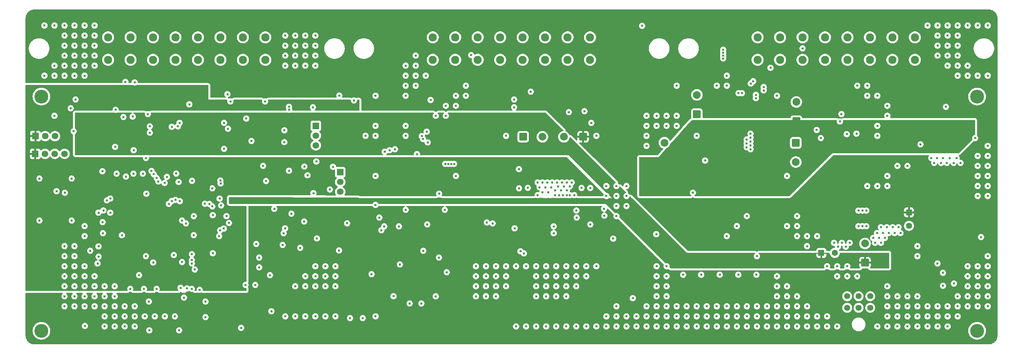
<source format=gbr>
%TF.GenerationSoftware,KiCad,Pcbnew,9.0.7*%
%TF.CreationDate,2026-02-10T17:00:28-08:00*%
%TF.ProjectId,VCU_v2,5643555f-7632-42e6-9b69-6361645f7063,rev?*%
%TF.SameCoordinates,Original*%
%TF.FileFunction,Copper,L3,Inr*%
%TF.FilePolarity,Positive*%
%FSLAX46Y46*%
G04 Gerber Fmt 4.6, Leading zero omitted, Abs format (unit mm)*
G04 Created by KiCad (PCBNEW 9.0.7) date 2026-02-10 17:00:28*
%MOMM*%
%LPD*%
G01*
G04 APERTURE LIST*
G04 Aperture macros list*
%AMRoundRect*
0 Rectangle with rounded corners*
0 $1 Rounding radius*
0 $2 $3 $4 $5 $6 $7 $8 $9 X,Y pos of 4 corners*
0 Add a 4 corners polygon primitive as box body*
4,1,4,$2,$3,$4,$5,$6,$7,$8,$9,$2,$3,0*
0 Add four circle primitives for the rounded corners*
1,1,$1+$1,$2,$3*
1,1,$1+$1,$4,$5*
1,1,$1+$1,$6,$7*
1,1,$1+$1,$8,$9*
0 Add four rect primitives between the rounded corners*
20,1,$1+$1,$2,$3,$4,$5,0*
20,1,$1+$1,$4,$5,$6,$7,0*
20,1,$1+$1,$6,$7,$8,$9,0*
20,1,$1+$1,$8,$9,$2,$3,0*%
G04 Aperture macros list end*
%TA.AperFunction,ComponentPad*%
%ADD10C,3.600000*%
%TD*%
%TA.AperFunction,ComponentPad*%
%ADD11RoundRect,0.250000X0.750000X0.750000X-0.750000X0.750000X-0.750000X-0.750000X0.750000X-0.750000X0*%
%TD*%
%TA.AperFunction,ComponentPad*%
%ADD12C,2.000000*%
%TD*%
%TA.AperFunction,ComponentPad*%
%ADD13C,2.108200*%
%TD*%
%TA.AperFunction,ComponentPad*%
%ADD14RoundRect,0.250000X-0.550000X-0.550000X0.550000X-0.550000X0.550000X0.550000X-0.550000X0.550000X0*%
%TD*%
%TA.AperFunction,ComponentPad*%
%ADD15C,1.600000*%
%TD*%
%TA.AperFunction,ComponentPad*%
%ADD16RoundRect,0.250000X-0.550000X0.550000X-0.550000X-0.550000X0.550000X-0.550000X0.550000X0.550000X0*%
%TD*%
%TA.AperFunction,ComponentPad*%
%ADD17R,1.700000X1.700000*%
%TD*%
%TA.AperFunction,ComponentPad*%
%ADD18C,1.700000*%
%TD*%
%TA.AperFunction,ComponentPad*%
%ADD19C,1.574800*%
%TD*%
%TA.AperFunction,ComponentPad*%
%ADD20RoundRect,0.250000X-0.750000X-0.750000X0.750000X-0.750000X0.750000X0.750000X-0.750000X0.750000X0*%
%TD*%
%TA.AperFunction,ComponentPad*%
%ADD21RoundRect,0.250000X0.750000X-0.750000X0.750000X0.750000X-0.750000X0.750000X-0.750000X-0.750000X0*%
%TD*%
%TA.AperFunction,ComponentPad*%
%ADD22RoundRect,0.250000X-0.750000X0.750000X-0.750000X-0.750000X0.750000X-0.750000X0.750000X0.750000X0*%
%TD*%
%TA.AperFunction,ViaPad*%
%ADD23C,0.609600*%
%TD*%
G04 APERTURE END LIST*
D10*
%TO.N,unconnected-(H1-Pad1)*%
%TO.C,H1*%
X274320000Y-53340000D03*
%TD*%
D11*
%TO.N,+12V*%
%TO.C,C65*%
X171858881Y-63813713D03*
D12*
%TO.N,GND*%
X166858881Y-63813713D03*
%TD*%
D13*
%TO.N,/Connector-Root/GEN_BTN1+*%
%TO.C,U19*%
X258129524Y-43767362D03*
%TO.N,/Connector-Root/GEN_BTN2+*%
X252287524Y-43767362D03*
%TO.N,/Connector-Root/Vin+*%
X246445524Y-43767362D03*
%TO.N,/STM32-Root/STM32H723ZGT6/PG3*%
X240603524Y-43767362D03*
%TO.N,/Connector-Root/BRAKE_LIGHT*%
X234761524Y-43767362D03*
%TO.N,/Connector-Root/BSPD_FAULT+*%
X228919524Y-43767362D03*
%TO.N,/Connector-Root/IMD_FAULT+*%
X223077524Y-43767362D03*
%TO.N,/Connector-Root/BMS_FAULT+*%
X217235524Y-43767362D03*
%TO.N,/Connector-Root/GEN_BTN1-*%
X258129524Y-37925362D03*
%TO.N,/Connector-Root/GEN_BTN2-*%
X252287524Y-37925362D03*
%TO.N,GND*%
X246445524Y-37925362D03*
%TO.N,/STM32-Root/STM32H723ZGT6/PA1*%
X240603524Y-37925362D03*
%TO.N,/STM32-Root/STM32H723ZGT6/PA0*%
X234761524Y-37925362D03*
%TO.N,GND*%
X228919524Y-37925362D03*
%TO.N,/Connector-Root/IMD_FAULT-*%
X223077524Y-37925362D03*
%TO.N,/Connector-Root/BMS_FAULT-*%
X217235524Y-37925362D03*
%TD*%
D14*
%TO.N,+5V*%
%TO.C,C11*%
X233801877Y-94036020D03*
D15*
%TO.N,GND*%
X237301877Y-94036020D03*
%TD*%
D16*
%TO.N,+12V*%
%TO.C,C2*%
X256605877Y-83493369D03*
D15*
%TO.N,GND*%
X256605877Y-86993369D03*
%TD*%
D17*
%TO.N,unconnected-(JP3-A-Pad1)*%
%TO.C,JP3*%
X102362000Y-60960000D03*
D18*
%TO.N,Net-(JP3-C)*%
X102362000Y-63500000D03*
%TO.N,/CAN2_N*%
X102362000Y-66040000D03*
%TD*%
D19*
%TO.N,/Connector-Root/Vin+*%
%TO.C,J2*%
X246515476Y-108306700D03*
%TO.N,/CAN2_P*%
X243515477Y-108306700D03*
%TO.N,/CAN2_N*%
X240515478Y-108306700D03*
%TO.N,GND*%
X246515476Y-105306701D03*
%TO.N,/CAN1_P*%
X243515477Y-105306701D03*
%TO.N,/CAN1_N*%
X240515478Y-105306701D03*
%TD*%
D20*
%TO.N,+12V*%
%TO.C,C66*%
X156270881Y-63813713D03*
D12*
%TO.N,GND*%
X161270881Y-63813713D03*
%TD*%
D17*
%TO.N,unconnected-(JP4-A-Pad1)*%
%TO.C,JP4*%
X108705000Y-73031000D03*
D18*
%TO.N,Net-(JP4-C)*%
X108705000Y-75571000D03*
%TO.N,/CAN1_P*%
X108705000Y-78111000D03*
%TD*%
D17*
%TO.N,+3.3V*%
%TO.C,JP1*%
X29437393Y-63644027D03*
D18*
%TO.N,Net-(JP1-C)*%
X31977393Y-63644027D03*
%TO.N,GND*%
X34517393Y-63644027D03*
%TD*%
D17*
%TO.N,+3.3V*%
%TO.C,J1*%
X29395343Y-68252197D03*
D18*
%TO.N,/STM32-Root/STM32H723ZGT6/PA14*%
X31935343Y-68252197D03*
%TO.N,GND*%
X34475343Y-68252197D03*
%TO.N,/STM32-Root/STM32H723ZGT6/PA13*%
X37015343Y-68252197D03*
%TD*%
D21*
%TO.N,+3.3V*%
%TO.C,C53*%
X227315340Y-59742124D03*
D12*
%TO.N,GND*%
X227315340Y-54742124D03*
%TD*%
D13*
%TO.N,/STM32-Root/STM32H723ZGT6/PG2*%
%TO.C,U18*%
X173674524Y-43767362D03*
%TO.N,/BSPD-Logic/Isense-thresh*%
X167832524Y-43767362D03*
%TO.N,/BSPD-Logic/Isense-active*%
X161990524Y-43767362D03*
%TO.N,/BSPD-FAULT*%
X156148524Y-43767362D03*
%TO.N,/Connector-Root/IMD-FAULT*%
X150306524Y-43767362D03*
%TO.N,/Connector-Root/BMS-FAULT*%
X144464524Y-43767362D03*
%TO.N,/Connector-Root/SPEAKER-*%
X138622524Y-43767362D03*
%TO.N,/Connector-Root/SPEAKER+*%
X132780524Y-43767362D03*
%TO.N,/STM32-Root/STM32H723ZGT6/PA2*%
X173674524Y-37925362D03*
%TO.N,/CAN2_N*%
X167832524Y-37925362D03*
%TO.N,/CAN2_P*%
X161990524Y-37925362D03*
%TO.N,/STM32-Root/STM32H723ZGT6/PG8*%
X156148524Y-37925362D03*
%TO.N,/STM32-Root/STM32H723ZGT6/PG7*%
X150306524Y-37925362D03*
%TO.N,/STM32-Root/STM32H723ZGT6/PG6*%
X144464524Y-37925362D03*
%TO.N,/STM32-Root/STM32H723ZGT6/PE10*%
X138622524Y-37925362D03*
%TO.N,/STM32-Root/STM32H723ZGT6/PE11*%
X132780524Y-37925362D03*
%TD*%
D11*
%TO.N,+3.3V*%
%TO.C,C76*%
X198012660Y-65352753D03*
D12*
%TO.N,GND*%
X193012660Y-65352753D03*
%TD*%
D10*
%TO.N,unconnected-(H2-Pad1)_1*%
%TO.C,H2*%
X31002724Y-53340000D03*
%TD*%
%TO.N,unconnected-(H3-Pad1)_1*%
%TO.C,H3*%
X274320000Y-114300000D03*
%TD*%
D22*
%TO.N,Net-(U14-LDOO)*%
%TO.C,C61*%
X227169966Y-65385949D03*
D12*
%TO.N,GND*%
X227169966Y-70385949D03*
%TD*%
D13*
%TO.N,/Connector-Root/APPS1-SIG*%
%TO.C,U17*%
X89244924Y-43767362D03*
%TO.N,/Connector-Root/APPS2-SIG*%
X83402924Y-43767362D03*
%TO.N,/BSE-SIG*%
X77560924Y-43767362D03*
%TO.N,+4.8V*%
X71718924Y-43767362D03*
X65876924Y-43767362D03*
X60034924Y-43767362D03*
%TO.N,/Connector-Root/RTD_BTN-*%
X54192924Y-43767362D03*
%TO.N,/Connector-Root/RTD_BTN+*%
X48350924Y-43767362D03*
%TO.N,GND*%
X89244924Y-37925362D03*
X83402924Y-37925362D03*
X77560924Y-37925362D03*
%TO.N,/CAN1_P*%
X71718924Y-37925362D03*
%TO.N,/CAN1_N*%
X65876924Y-37925362D03*
%TO.N,/STM32-Root/STM32H723ZGT6/PB15*%
X60034924Y-37925362D03*
%TO.N,/Connector-Root/PRECHARGE_BTN+*%
X54192924Y-37925362D03*
%TO.N,/Connector-Root/PRECHARGE_BTN-*%
X48350924Y-37925362D03*
%TD*%
D10*
%TO.N,unconnected-(H4-Pad1)_2*%
%TO.C,H4*%
X31002724Y-114300000D03*
%TD*%
D21*
%TO.N,+5V*%
%TO.C,C13*%
X245175877Y-96576020D03*
D12*
%TO.N,GND*%
X245175877Y-91576020D03*
%TD*%
D21*
%TO.N,+3.3V*%
%TO.C,C80*%
X201451446Y-57914787D03*
D12*
%TO.N,GND*%
X201451446Y-52914787D03*
%TD*%
D23*
%TO.N,/STM32-Root/STM32H723ZGT6/VBAT*%
X58166000Y-94869000D03*
X82931000Y-113538000D03*
%TO.N,GND*%
X274469724Y-47910162D03*
X30480000Y-74676000D03*
X274469724Y-68786962D03*
X45879629Y-94996000D03*
X160020000Y-75692000D03*
X107455324Y-110540562D03*
X269250524Y-107930962D03*
X193572124Y-97492562D03*
X243154524Y-50519762D03*
X273812000Y-64135000D03*
X256202524Y-110540562D03*
X89154000Y-54610000D03*
X79502000Y-61707286D03*
X180524124Y-84444562D03*
X108381800Y-93395800D03*
X102236124Y-42690962D03*
X36996124Y-47910162D03*
X277079324Y-102711762D03*
X42215324Y-45300562D03*
X271860124Y-102711762D03*
X227496924Y-87054162D03*
X185743324Y-113150162D03*
X271860124Y-45300562D03*
X164592000Y-77724000D03*
X36996124Y-107930962D03*
X128332124Y-45300562D03*
X68072000Y-105664000D03*
X67564000Y-96393000D03*
X42215324Y-102711762D03*
X250983324Y-76615762D03*
X87630000Y-97790000D03*
X266640924Y-34862162D03*
X39605724Y-92273362D03*
X50546000Y-73406000D03*
X237935324Y-97492562D03*
X224887324Y-87054162D03*
X206620124Y-50519762D03*
X227496924Y-84444562D03*
X50044124Y-102711762D03*
X46990000Y-88900000D03*
X214376000Y-65532000D03*
X154428124Y-113150162D03*
X222277724Y-110540562D03*
X198791324Y-107930962D03*
X151818524Y-102711762D03*
X125722524Y-47910162D03*
X166370000Y-75692000D03*
X183133724Y-81834962D03*
X86614000Y-102362000D03*
X125730000Y-82804000D03*
X44824924Y-105321362D03*
X136398000Y-99060000D03*
X188352924Y-107930962D03*
X209229724Y-47910162D03*
X97016924Y-102711762D03*
X70612000Y-84455000D03*
X258812124Y-110540562D03*
X232716124Y-110540562D03*
X151818524Y-100102162D03*
X222277724Y-105321362D03*
X190962524Y-58348562D03*
X154051000Y-87630000D03*
X125722524Y-60958162D03*
X190962524Y-107930962D03*
X34386524Y-58348562D03*
X222277724Y-100102162D03*
X164211000Y-88900000D03*
X160528000Y-76962000D03*
X99626524Y-42690962D03*
X133551324Y-58348562D03*
X99626524Y-37471762D03*
X198791324Y-113150162D03*
X101727000Y-78486000D03*
X193572124Y-107930962D03*
X269250524Y-105321362D03*
X215392000Y-66040000D03*
X224887324Y-113150162D03*
X38862000Y-74676000D03*
X277079324Y-47910162D03*
X219668124Y-110540562D03*
X188352924Y-113150162D03*
X168402000Y-78994000D03*
X190962524Y-110540562D03*
X204010524Y-110540562D03*
X253592924Y-107930962D03*
X277079324Y-74006162D03*
X224887324Y-74006162D03*
X149208924Y-100102162D03*
X169545000Y-78994000D03*
X60482524Y-110540562D03*
X102236124Y-100102162D03*
X264031324Y-110540562D03*
X240157730Y-92409908D03*
X39605724Y-47910162D03*
X45593000Y-96774000D03*
X271860124Y-107930962D03*
X151818524Y-97492562D03*
X42215324Y-47910162D03*
X258812124Y-107930962D03*
X271860124Y-100102162D03*
X167476124Y-102711762D03*
X39605724Y-94882962D03*
X248373724Y-60958162D03*
X164866524Y-105321362D03*
X241173730Y-91393908D03*
X250825730Y-87329908D03*
X94407324Y-110540562D03*
X42316114Y-113050313D03*
X196181724Y-60958162D03*
X102641400Y-90271600D03*
X253592924Y-113150162D03*
X265455400Y-102565200D03*
X64897000Y-61214000D03*
X50044124Y-107930962D03*
X44824924Y-40081362D03*
X167476124Y-97492562D03*
X173736000Y-86614000D03*
X39605724Y-97492562D03*
X159647324Y-97492562D03*
X42215324Y-34862162D03*
X171450000Y-77114400D03*
X269250524Y-47910162D03*
X250983324Y-74006162D03*
X244475730Y-83011908D03*
X95377000Y-72644000D03*
X128332124Y-50519762D03*
X102236124Y-45300562D03*
X65701724Y-110540562D03*
X153924000Y-54102000D03*
X107455324Y-97492562D03*
X207391000Y-99695000D03*
X227496924Y-89663762D03*
X44824924Y-42690962D03*
X47434524Y-105321362D03*
X99626524Y-102711762D03*
X269250524Y-110540562D03*
X264031324Y-37471762D03*
X253873730Y-87329908D03*
X215392000Y-67056000D03*
X235325724Y-113150162D03*
X163830000Y-75692000D03*
X190962524Y-102711762D03*
X239141730Y-91393908D03*
X196181724Y-107930962D03*
X216916000Y-99695000D03*
X164866524Y-102711762D03*
X249301730Y-91393908D03*
X206620124Y-113150162D03*
X138770524Y-53129362D03*
X44824924Y-100102162D03*
X252349730Y-87329908D03*
X193572124Y-58348562D03*
X162256924Y-97492562D03*
X266640924Y-110540562D03*
X232716124Y-89663762D03*
X271860124Y-105321362D03*
X242951000Y-62992000D03*
X167640000Y-78994000D03*
X232716124Y-113150162D03*
X217058524Y-94882962D03*
X77597000Y-75946000D03*
X157037724Y-97492562D03*
X201400924Y-63567762D03*
X224887324Y-105321362D03*
X224887324Y-110540562D03*
X214376000Y-64516000D03*
X39605724Y-100102162D03*
X190962524Y-60958162D03*
X159647324Y-102711762D03*
X170085724Y-97492562D03*
X125722524Y-50519762D03*
X170085724Y-100102162D03*
X138770524Y-74006162D03*
X50044124Y-110540562D03*
X42215324Y-40081362D03*
X42215324Y-42690962D03*
X77537724Y-75184000D03*
X243459730Y-83011908D03*
X214448924Y-110540562D03*
X201400924Y-107930962D03*
X217058524Y-113150162D03*
X274469724Y-34862162D03*
X166878000Y-76708000D03*
X43688000Y-93472000D03*
X224887324Y-102711762D03*
X274469724Y-97492562D03*
X170085724Y-113150162D03*
X168148000Y-57404000D03*
X87630000Y-95250000D03*
X238125730Y-92409908D03*
X66675000Y-75565000D03*
X154428124Y-97492562D03*
X168402000Y-76708000D03*
X146599324Y-100102162D03*
X108458000Y-53086000D03*
X266640924Y-45300562D03*
X143989724Y-97492562D03*
X110490000Y-86334600D03*
X250983324Y-113150162D03*
X117893724Y-53129362D03*
X180524124Y-76615762D03*
X80137000Y-54595286D03*
X73660000Y-106680000D03*
X247269730Y-90123908D03*
X58674000Y-57912000D03*
X50044124Y-113150162D03*
X36996124Y-97492562D03*
X52653724Y-107930962D03*
X50044124Y-105321362D03*
X256202524Y-113150162D03*
X42215324Y-97492562D03*
X265430000Y-99212400D03*
X59055000Y-114173000D03*
X261421724Y-34862162D03*
X44824924Y-45300562D03*
X248373724Y-113150162D03*
X104845724Y-102711762D03*
X161290000Y-75692000D03*
X258812124Y-105321362D03*
X193572124Y-105321362D03*
X102236124Y-110540562D03*
X85598000Y-64897000D03*
X124206000Y-97028000D03*
X162814000Y-78232000D03*
X125722524Y-53129362D03*
X235325724Y-110540562D03*
X44824924Y-34862162D03*
X190962524Y-100102162D03*
X44824924Y-102711762D03*
X209229724Y-50519762D03*
X162256924Y-105321362D03*
X180524124Y-79225362D03*
X209229724Y-113150162D03*
X141380124Y-50519762D03*
X107455324Y-100102162D03*
X259588000Y-65786000D03*
X211839324Y-110540562D03*
X227496924Y-107930962D03*
X157480000Y-77089000D03*
X222277724Y-53129362D03*
X211839324Y-107930962D03*
X111252000Y-110998000D03*
X160020000Y-78994000D03*
X224887324Y-107930962D03*
X50292000Y-56769000D03*
X115284124Y-63567762D03*
X237935324Y-113150162D03*
X212217000Y-99695000D03*
X268300200Y-102006400D03*
X196181724Y-50519762D03*
X36996124Y-102711762D03*
X217058524Y-110540562D03*
X240544924Y-97492562D03*
X167476124Y-100102162D03*
X250983324Y-105321362D03*
X215392000Y-64008000D03*
X99626524Y-110540562D03*
X44824924Y-37471762D03*
X39605724Y-102711762D03*
X60960000Y-103378000D03*
X269250524Y-40081362D03*
X258812124Y-113150162D03*
X167476124Y-113150162D03*
X63092124Y-110540562D03*
X269250524Y-34862162D03*
X52653724Y-110540562D03*
X258812124Y-92273362D03*
X149208924Y-102711762D03*
X59182000Y-61087000D03*
X206620124Y-110540562D03*
X123952000Y-87122000D03*
X168910000Y-75692000D03*
X219668124Y-107930962D03*
X36996124Y-34862162D03*
X271860124Y-97492562D03*
X172695324Y-97492562D03*
X96012000Y-83820000D03*
X42215324Y-37471762D03*
X274469724Y-71396562D03*
X256202524Y-71396562D03*
X99626524Y-40081362D03*
X180524124Y-81834962D03*
X190962524Y-97492562D03*
X275336000Y-89916000D03*
X164866524Y-113150162D03*
X72136000Y-103632000D03*
X180524124Y-113150162D03*
X47434524Y-107930962D03*
X167640000Y-77724000D03*
X240544924Y-100102162D03*
X183133724Y-79225362D03*
X266640924Y-113150162D03*
X274469724Y-79225362D03*
X201400924Y-113150162D03*
X264007600Y-96774000D03*
X188352924Y-66177362D03*
X190962524Y-105321362D03*
X165100000Y-75692000D03*
X209229724Y-89663762D03*
X125722524Y-45300562D03*
X66802000Y-114173000D03*
X159647324Y-105321362D03*
X254381730Y-88853908D03*
X266640924Y-107930962D03*
X245764124Y-50519762D03*
X249301730Y-87329908D03*
X146599324Y-97492562D03*
X166116000Y-77724000D03*
X36996124Y-45300562D03*
X117893724Y-110540562D03*
X193572124Y-102711762D03*
X44824924Y-107930962D03*
X250983324Y-55738962D03*
X94407324Y-42690962D03*
X165608000Y-78994000D03*
X177914524Y-110540562D03*
X161290000Y-78232000D03*
X84074000Y-102362000D03*
X185743324Y-110540562D03*
X266640924Y-42690962D03*
X245491730Y-87075908D03*
X155194000Y-77216000D03*
X256202524Y-105321362D03*
X266640924Y-40081362D03*
X274469724Y-100102162D03*
X51943000Y-89433132D03*
X271860124Y-34862162D03*
X173990000Y-60198000D03*
X164866524Y-100102162D03*
X248373724Y-63567762D03*
X222277724Y-107930962D03*
X99626524Y-100102162D03*
X117858415Y-81533000D03*
X245764124Y-76615762D03*
X162560000Y-75692000D03*
X39605724Y-105321362D03*
X162052000Y-76962000D03*
X215392000Y-65024000D03*
X219668124Y-113150162D03*
X250983324Y-110540562D03*
X264031324Y-107930962D03*
X170085724Y-102711762D03*
X164592000Y-78994000D03*
X39370000Y-62357000D03*
X31776924Y-47910162D03*
X39605724Y-45300562D03*
X248285730Y-88853908D03*
X38608000Y-56388000D03*
X126746000Y-107188000D03*
X39605724Y-107930962D03*
X196181724Y-58348562D03*
X193572124Y-60958162D03*
X162256924Y-102711762D03*
X237935324Y-100102162D03*
X261421724Y-107930962D03*
X266192000Y-56007000D03*
X252857730Y-88853908D03*
X159647324Y-100102162D03*
X78486000Y-60183286D03*
X266640924Y-37471762D03*
X42215324Y-89663762D03*
X202565000Y-99695000D03*
X204010524Y-113150162D03*
X188352924Y-110540562D03*
X274469724Y-102711762D03*
X67183000Y-103124000D03*
X129794000Y-107188000D03*
X69469000Y-55357286D03*
X42215324Y-87054162D03*
X269250524Y-42690962D03*
X277079324Y-105321362D03*
X138770524Y-55738962D03*
X36996124Y-92273362D03*
X70104000Y-95885000D03*
X177914524Y-113150162D03*
X243459730Y-87075908D03*
X240411000Y-63119000D03*
X209229724Y-107930962D03*
X149208924Y-97492562D03*
X66040000Y-73384032D03*
X177914524Y-76615762D03*
X250983324Y-58348562D03*
X149208924Y-105321362D03*
X130941724Y-47910162D03*
X201400924Y-110540562D03*
X163576000Y-76962000D03*
X50165000Y-66421000D03*
X68834000Y-103251000D03*
X97016924Y-42690962D03*
X70104000Y-103378000D03*
X42215324Y-105321362D03*
X261421724Y-110540562D03*
X209229724Y-110540562D03*
X75565000Y-94107000D03*
X245491730Y-83011908D03*
X39878000Y-54102000D03*
X269250524Y-37471762D03*
X256202524Y-107930962D03*
X250983324Y-107930962D03*
X42215324Y-107930962D03*
X264031324Y-113150162D03*
X39605724Y-37471762D03*
X175304924Y-63567762D03*
X146812000Y-86106000D03*
X55263324Y-113150162D03*
X102489000Y-70231000D03*
X277079324Y-66177362D03*
X235325724Y-97492562D03*
X172212000Y-57150000D03*
X214376000Y-66548000D03*
X170116500Y-82994500D03*
X38862000Y-85598000D03*
X97016924Y-110540562D03*
X97016924Y-37471762D03*
X193572124Y-110540562D03*
X148336000Y-86360000D03*
X93980000Y-88900000D03*
X54102000Y-103378000D03*
X183133724Y-76615762D03*
X116840000Y-99568000D03*
X250317730Y-90123908D03*
X118872000Y-84836000D03*
X180524124Y-110540562D03*
X214448924Y-113150162D03*
X172695324Y-100102162D03*
X188352924Y-63567762D03*
X77724000Y-81661000D03*
X153924000Y-56134000D03*
X222277724Y-113150162D03*
X47434524Y-102711762D03*
X175304924Y-97492562D03*
X277079324Y-76615762D03*
X34386524Y-34862162D03*
X99626524Y-45300562D03*
X46863000Y-72771000D03*
X198791324Y-110540562D03*
X57872924Y-110540562D03*
X128332124Y-47910162D03*
X104845724Y-110540562D03*
X274469724Y-74006162D03*
X117893724Y-74006162D03*
X79375000Y-52741086D03*
X52653724Y-113150162D03*
X133551324Y-105321362D03*
X102236124Y-102711762D03*
X248373724Y-76615762D03*
X190962524Y-113150162D03*
X97016924Y-40081362D03*
X36996124Y-105321362D03*
X158242000Y-52070000D03*
X277079324Y-97492562D03*
X73660000Y-110744000D03*
X77216000Y-89662000D03*
X277079324Y-94882962D03*
X36996124Y-42690962D03*
X248373724Y-53129362D03*
X277079324Y-34862162D03*
X30480000Y-85598000D03*
X251333730Y-88853908D03*
X264031324Y-42690962D03*
X230106524Y-107930962D03*
X131318000Y-86614000D03*
X243154524Y-100102162D03*
X193572124Y-100102162D03*
X173710600Y-77139800D03*
X230106524Y-113150162D03*
X59182000Y-62738000D03*
X165354000Y-76708000D03*
X102236124Y-40081362D03*
X183133724Y-110540562D03*
X75438000Y-77216000D03*
X177292000Y-82550000D03*
X136160924Y-58348562D03*
X177914524Y-79225362D03*
X34386524Y-45300562D03*
X130302000Y-93472000D03*
X227496924Y-110540562D03*
X159647324Y-113150162D03*
X94361000Y-87630000D03*
X230106524Y-110540562D03*
X146599324Y-102711762D03*
X167640000Y-75692000D03*
X55263324Y-110540562D03*
X36996124Y-37471762D03*
X141380124Y-53129362D03*
X274469724Y-76615762D03*
X245764124Y-53129362D03*
X75565000Y-84201000D03*
X60071000Y-96520000D03*
X59630329Y-72703671D03*
X183133724Y-113150162D03*
X117893724Y-60958162D03*
X214448924Y-107930962D03*
X277079324Y-100102162D03*
X52978739Y-74168000D03*
X104845724Y-97492562D03*
X249809730Y-88853908D03*
X117893724Y-63567762D03*
X151818524Y-63567762D03*
X97016924Y-45300562D03*
X204010524Y-107930962D03*
X112268000Y-54356000D03*
X184785000Y-105791000D03*
X84258738Y-59055000D03*
X230106524Y-89663762D03*
X247777730Y-91393908D03*
X244475730Y-87075908D03*
X211839324Y-113150162D03*
X227496924Y-113150162D03*
X94407324Y-45300562D03*
X269250524Y-45300562D03*
X70612000Y-89408000D03*
X277079324Y-68786962D03*
X94407324Y-37471762D03*
X99314000Y-85852000D03*
X128332124Y-42690962D03*
X172695324Y-113150162D03*
X34925000Y-77978000D03*
X143989724Y-100102162D03*
X277079324Y-79225362D03*
X57658000Y-103378000D03*
X264031324Y-34862162D03*
X58928000Y-106680000D03*
X34386524Y-47910162D03*
X47434524Y-110540562D03*
X253592924Y-71396562D03*
X36996124Y-94882962D03*
X180524124Y-107930962D03*
X106807000Y-71628000D03*
X211839324Y-87054162D03*
X271860124Y-47910162D03*
X248793730Y-90123908D03*
X104845724Y-100102162D03*
X42215324Y-100102162D03*
X166624000Y-78994000D03*
X66929000Y-60198000D03*
X167476124Y-105321362D03*
X175304924Y-113150162D03*
X250983324Y-102711762D03*
X157037724Y-113150162D03*
X237109730Y-91393908D03*
X217058524Y-107930962D03*
X164211000Y-87122000D03*
X86868000Y-91694000D03*
X36996124Y-100102162D03*
X197866000Y-99695000D03*
X101600000Y-56134000D03*
X78486000Y-66929000D03*
X39605724Y-34862162D03*
X90424000Y-99822000D03*
X253592924Y-105321362D03*
X54940200Y-73406000D03*
X143989724Y-105321362D03*
X31776924Y-34862162D03*
X274469724Y-107930962D03*
X107455324Y-102711762D03*
X164866524Y-97492562D03*
X135890000Y-82804000D03*
X188352924Y-58348562D03*
X94407324Y-40081362D03*
X170180000Y-84836000D03*
X146599324Y-105321362D03*
X253592924Y-110540562D03*
X66469327Y-61087000D03*
X196181724Y-110540562D03*
X39605724Y-42690962D03*
X227496924Y-105321362D03*
X57383566Y-73406000D03*
X230106524Y-92273362D03*
X274469724Y-105321362D03*
X102236124Y-97492562D03*
X162256924Y-100102162D03*
X48895000Y-83566000D03*
X46904239Y-86020239D03*
X143989724Y-102711762D03*
X56388000Y-99822000D03*
X177393600Y-84353400D03*
X214448924Y-84444562D03*
X222277724Y-102711762D03*
X114554000Y-110998000D03*
X47434524Y-113150162D03*
X261421724Y-113150162D03*
X77343000Y-79883000D03*
X36996124Y-40081362D03*
X39605724Y-40081362D03*
X277079324Y-71396562D03*
X206620124Y-107930962D03*
X162256924Y-113150162D03*
X55263324Y-107930962D03*
X102236124Y-37471762D03*
X188352924Y-60958162D03*
X258812124Y-94882962D03*
X277079324Y-107930962D03*
X264031324Y-40081362D03*
X215392000Y-62992000D03*
X196181724Y-113150162D03*
X193572124Y-113150162D03*
X136160924Y-55738962D03*
X125722524Y-63567762D03*
X203581000Y-70002400D03*
%TO.N,+5V*%
X249555730Y-97235908D03*
X248285730Y-97235908D03*
X75565000Y-61707286D03*
X81026000Y-80611362D03*
X248793730Y-96219908D03*
X249555730Y-95203908D03*
X250063730Y-96219908D03*
X248285730Y-95203908D03*
X67945000Y-63246000D03*
X105537000Y-58801000D03*
X42672000Y-61087000D03*
X41402000Y-58674000D03*
X89154000Y-67945000D03*
X247523730Y-96219908D03*
X247015730Y-97235908D03*
X247015730Y-95203908D03*
%TO.N,+3.3V*%
X221488000Y-60452000D03*
X148844000Y-75692000D03*
X189484000Y-77724000D03*
X50673000Y-75184000D03*
X57383566Y-75057000D03*
X202184000Y-60452000D03*
X44196000Y-56337200D03*
X112014000Y-56134000D03*
X191516000Y-74676000D03*
X74549000Y-77089000D03*
X189484000Y-71628000D03*
X188468000Y-76200000D03*
X83566000Y-75946000D03*
X149860000Y-74168000D03*
X194564000Y-73152000D03*
X48641000Y-94107000D03*
X82296000Y-77216000D03*
X82296000Y-78486000D03*
X264668000Y-63500000D03*
X149860000Y-71120000D03*
X42672000Y-81491932D03*
X67945000Y-75311000D03*
X81026000Y-78486000D03*
X73828239Y-84222133D03*
X193548000Y-74676000D03*
X219964000Y-64008000D03*
X143764000Y-71120000D03*
X48641000Y-86106000D03*
X48641000Y-97790000D03*
X187452000Y-74676000D03*
X67437000Y-101219000D03*
X210820000Y-68072000D03*
X75184000Y-90805000D03*
X100584000Y-74803000D03*
X187452000Y-71628000D03*
X146812000Y-72644000D03*
X187452000Y-77724000D03*
X144780000Y-75692000D03*
X272796000Y-60452000D03*
X205232000Y-59944000D03*
X78740000Y-94996000D03*
X252984000Y-61976000D03*
X95123000Y-78613000D03*
X71755000Y-99441000D03*
X143764000Y-77216000D03*
X82296000Y-75946000D03*
X29464000Y-61341000D03*
X81026000Y-75946000D03*
X55118000Y-55245000D03*
X48641000Y-88773000D03*
X191516000Y-77724000D03*
X73787000Y-94234000D03*
X62230000Y-100330000D03*
X144780000Y-72644000D03*
X78740000Y-97028000D03*
X81026000Y-77216000D03*
X193548000Y-71628000D03*
X147828000Y-77216000D03*
X145796000Y-77216000D03*
X44196000Y-53467000D03*
X192532000Y-73152000D03*
X190500000Y-76200000D03*
X146812000Y-75692000D03*
X267716000Y-59944000D03*
X147828000Y-71120000D03*
X189484000Y-74676000D03*
X83566000Y-78486000D03*
X191516000Y-71628000D03*
X148844000Y-72644000D03*
X145796000Y-74168000D03*
X188468000Y-73152000D03*
X145796000Y-71120000D03*
X211328000Y-59944000D03*
X143764000Y-74168000D03*
X192532000Y-76200000D03*
X83566000Y-77216000D03*
X150876000Y-75692000D03*
X83312000Y-85852000D03*
X150876000Y-72644000D03*
X51460400Y-56591200D03*
X147828000Y-74168000D03*
X29464000Y-70612000D03*
X190500000Y-73152000D03*
%TO.N,/STM32-Root/STM32H723ZGT6/PF14*%
X58166000Y-69342000D03*
X67564000Y-85598000D03*
%TO.N,/STM32-Root/STM32H723ZGT6/PF15*%
X68580000Y-86360000D03*
X54991000Y-67310000D03*
%TO.N,/STM32-Root/STM32H723ZGT6/PG0*%
X77470000Y-88138000D03*
X156464000Y-94157800D03*
%TO.N,/STM32-Root/STM32H723ZGT6/PG1*%
X78422500Y-87693500D03*
X155575000Y-93599000D03*
%TO.N,/STM32-Root/STM32H723ZGT6/PA14*%
X37087597Y-78359000D03*
%TO.N,/STM32-Root/STM32H723ZGT6/PA0*%
X70104000Y-94361000D03*
X208280000Y-41910003D03*
X130232813Y-64389000D03*
X136779000Y-70866000D03*
%TO.N,/STM32-Root/STM32H723ZGT6/PG2*%
X63037539Y-75832261D03*
%TO.N,/STM32-Root/STM32H723ZGT6/PD1*%
X88646000Y-71374000D03*
X65848568Y-80227832D03*
%TO.N,/STM32-Root/STM32H723ZGT6/PG3*%
X142748000Y-42545000D03*
X63629000Y-74245428D03*
X187198000Y-34925000D03*
%TO.N,/STM32-Root/STM32H723ZGT6/PA1*%
X137541000Y-70866000D03*
X129921000Y-63627000D03*
X208280000Y-42672006D03*
X70104000Y-96774000D03*
%TO.N,/STM32-Root/STM32H723ZGT6/PD0*%
X89408000Y-75311000D03*
X66978368Y-80567368D03*
%TO.N,/STM32-Root/STM32H723ZGT6/PC11*%
X47117000Y-82991931D03*
X48006000Y-80374332D03*
%TO.N,/STM32-Root/STM32H723ZGT6/PC1*%
X190881000Y-89154000D03*
X65419939Y-94589600D03*
%TO.N,/STM32-Root/STM32H723ZGT6/PC10*%
X48895000Y-79874332D03*
X45847000Y-83550731D03*
%TO.N,/STM32-Root/STM32H723ZGT6/PB12*%
X70167500Y-75275764D03*
X134416800Y-78613000D03*
X179679600Y-90297000D03*
X122936000Y-67056000D03*
%TO.N,/STM32-Root/STM32H723ZGT6/PG8*%
X60198000Y-73533000D03*
%TO.N,/STM32-Root/STM32H723ZGT6/PB15*%
X58293000Y-78613000D03*
%TO.N,/STM32-Root/STM32H723ZGT6/PE10*%
X120269000Y-67691000D03*
X75438000Y-81915000D03*
%TO.N,/STM32-Root/STM32H723ZGT6/PE9*%
X79756000Y-86233000D03*
X79121000Y-84455000D03*
%TO.N,/STM32-Root/STM32H723ZGT6/PG7*%
X60960000Y-74549000D03*
%TO.N,/STM32-Root/STM32H723ZGT6/PB6*%
X64135000Y-81280000D03*
X95377000Y-56007000D03*
%TO.N,/STM32-Root/STM32H723ZGT6/PA2*%
X208280000Y-43434009D03*
X70866000Y-98345632D03*
X131191000Y-62484000D03*
X138303003Y-70866000D03*
%TO.N,/STM32-Root/STM32H723ZGT6/PB5*%
X64897000Y-80520000D03*
X95427800Y-56769000D03*
%TO.N,/STM32-Root/STM32H723ZGT6/PE11*%
X74676000Y-81280000D03*
X121539000Y-67310000D03*
%TO.N,/STM32-Root/STM32H723ZGT6/PB10*%
X73507600Y-81229200D03*
X200406000Y-78359000D03*
%TO.N,/STM32-Root/STM32H723ZGT6/PG6*%
X61417200Y-75438000D03*
%TO.N,Net-(JP1-C)*%
X45847000Y-92329000D03*
%TO.N,/BSPD-FAULT*%
X128651000Y-68326000D03*
X106001383Y-77513617D03*
X132207000Y-54229000D03*
%TO.N,/Connector-Root/BSPD_FAULT+*%
X228931028Y-40812944D03*
X91567000Y-82550000D03*
X208280000Y-41148000D03*
X131445000Y-65278000D03*
X136017000Y-70866000D03*
%TO.N,/Connector-Root/BMS-FAULT*%
X93726000Y-91948000D03*
X233680000Y-64135000D03*
X232600500Y-62039500D03*
%TO.N,/Connector-Root/BRAKE_LIGHT*%
X90805000Y-109220000D03*
X220599000Y-45847000D03*
%TO.N,/Connector-Root/IMD-FAULT*%
X98298000Y-92710000D03*
%TO.N,/Connector-Root/PRECHARGE_BTN+*%
X55245000Y-49657000D03*
%TO.N,/Connector-Root/PRECHARGE_BTN-*%
X52832000Y-49530000D03*
%TO.N,/Connector-Root/RTD_BTN+*%
X52324000Y-58674000D03*
%TO.N,/Connector-Root/RTD_BTN-*%
X54737000Y-58547000D03*
%TO.N,+12V*%
X85598000Y-82550000D03*
X271602200Y-94538800D03*
X158242000Y-84709000D03*
X271602200Y-89966800D03*
X119126000Y-83312000D03*
X111125000Y-95250000D03*
X136398000Y-94996000D03*
X270586200Y-86156800D03*
X271602200Y-86918800D03*
X106680000Y-93599000D03*
X159258000Y-89281000D03*
X240157000Y-57150000D03*
X184531000Y-73533000D03*
X99441000Y-88011000D03*
X270586200Y-87680800D03*
X159766000Y-87122000D03*
X140233400Y-90652600D03*
X158305500Y-82359500D03*
X137414000Y-89662000D03*
X118110000Y-96012000D03*
X115570000Y-100457000D03*
X119888000Y-100076000D03*
X247396000Y-56803765D03*
X270586200Y-93776800D03*
X239268000Y-69215000D03*
X270586200Y-92252800D03*
X130810000Y-82550000D03*
X270586200Y-89204800D03*
X237744000Y-69342000D03*
X270586200Y-90728800D03*
X145796000Y-82550000D03*
X271602200Y-91490800D03*
X271602200Y-93014800D03*
X156260800Y-56159400D03*
X149479000Y-83058000D03*
X271602200Y-88442800D03*
X104394000Y-82550000D03*
X124714000Y-91694000D03*
X155168600Y-72237600D03*
X270586200Y-84632800D03*
X271602200Y-85394800D03*
%TO.N,/Connector-Root/Vin+*%
X262382000Y-69342000D03*
X268986000Y-69342000D03*
X270002000Y-70612000D03*
X267208000Y-69342000D03*
X263906000Y-69342000D03*
X265430000Y-69342000D03*
X263144000Y-70612000D03*
X266446000Y-70612000D03*
X264922000Y-70612000D03*
X268224000Y-70612000D03*
%TO.N,Net-(R102-Pad1)*%
X122555000Y-105283000D03*
X134366000Y-95250000D03*
%TO.N,/BSPD-Logic/Isense-thresh*%
X119380000Y-88138000D03*
%TO.N,/BSPD-Logic/Isense-active*%
X120142000Y-87122000D03*
%TO.N,/CAN1_P*%
X215469085Y-49960915D03*
X218821000Y-51737800D03*
X99377500Y-71564500D03*
X94168649Y-62119638D03*
%TO.N,/CAN2_N*%
X216789000Y-53769800D03*
X212295200Y-52451000D03*
%TO.N,/CAN1_N*%
X94168649Y-65218438D03*
X100203000Y-73848324D03*
X216076915Y-49353085D03*
X218821000Y-50878200D03*
%TO.N,/CAN2_P*%
X213154800Y-52451000D03*
X216789000Y-52910200D03*
%TO.N,/Connector-Root/BMS_FAULT-*%
X238633000Y-59817000D03*
%TO.N,/Connector-Root/IMD_FAULT-*%
X239050258Y-57912000D03*
%TD*%
%TA.AperFunction,Conductor*%
%TO.N,+5V*%
G36*
X113282219Y-79587526D02*
G01*
X113349205Y-79607381D01*
X113366482Y-79620850D01*
X113367929Y-79622200D01*
X113367933Y-79622203D01*
X113399269Y-79642422D01*
X113488827Y-79700209D01*
X113626804Y-79740997D01*
X113626809Y-79740997D01*
X113626810Y-79740998D01*
X113632261Y-79741791D01*
X113667519Y-79746927D01*
X113703842Y-79750883D01*
X113721714Y-79752178D01*
X113758247Y-79753500D01*
X113758249Y-79753500D01*
X133640573Y-79753500D01*
X133640578Y-79753500D01*
X133752435Y-79740969D01*
X133805951Y-79728826D01*
X133912259Y-79691855D01*
X133912262Y-79691852D01*
X133912264Y-79691852D01*
X133939509Y-79673647D01*
X133957921Y-79661344D01*
X134024597Y-79640466D01*
X134027055Y-79640446D01*
X134801625Y-79642422D01*
X134852819Y-79653627D01*
X134983563Y-79713338D01*
X135050602Y-79733023D01*
X135050606Y-79733024D01*
X135193022Y-79753500D01*
X135193025Y-79753500D01*
X159098343Y-79753500D01*
X159098352Y-79753500D01*
X159111908Y-79753318D01*
X159118543Y-79753140D01*
X159132032Y-79752598D01*
X159273148Y-79724532D01*
X159273149Y-79724531D01*
X159273152Y-79724531D01*
X159273152Y-79724530D01*
X159308367Y-79712108D01*
X159349928Y-79705045D01*
X159609515Y-79705707D01*
X159656647Y-79715146D01*
X159762278Y-79758899D01*
X159785103Y-79768353D01*
X159785105Y-79768353D01*
X159785110Y-79768355D01*
X159940680Y-79799299D01*
X159940684Y-79799300D01*
X159940685Y-79799300D01*
X160099316Y-79799300D01*
X160099317Y-79799299D01*
X160254897Y-79768353D01*
X160378325Y-79717227D01*
X160426082Y-79707791D01*
X161326197Y-79710087D01*
X161360806Y-79715109D01*
X161421813Y-79733023D01*
X161421817Y-79733024D01*
X161564233Y-79753500D01*
X161564236Y-79753500D01*
X162539768Y-79753500D01*
X162539769Y-79753499D01*
X162645926Y-79738481D01*
X162679989Y-79733662D01*
X162679990Y-79733661D01*
X162679995Y-79733661D01*
X162732062Y-79718627D01*
X162766764Y-79713762D01*
X162863551Y-79714009D01*
X162898165Y-79719032D01*
X162945800Y-79733020D01*
X162945810Y-79733022D01*
X162945813Y-79733023D01*
X162945817Y-79733024D01*
X163088233Y-79753500D01*
X163088236Y-79753500D01*
X163670343Y-79753500D01*
X163670352Y-79753500D01*
X163683908Y-79753318D01*
X163690543Y-79753140D01*
X163704032Y-79752598D01*
X163845148Y-79724532D01*
X163847527Y-79723692D01*
X163849320Y-79723387D01*
X163849418Y-79723361D01*
X163849420Y-79723370D01*
X163889101Y-79716625D01*
X164209852Y-79717443D01*
X164256978Y-79726880D01*
X164357103Y-79768353D01*
X164467997Y-79790411D01*
X164512680Y-79799299D01*
X164512684Y-79799300D01*
X164512685Y-79799300D01*
X164671316Y-79799300D01*
X164671317Y-79799299D01*
X164826897Y-79768353D01*
X164922338Y-79728820D01*
X164970098Y-79719382D01*
X165232147Y-79720051D01*
X165279274Y-79729488D01*
X165373103Y-79768353D01*
X165483997Y-79790411D01*
X165528680Y-79799299D01*
X165528684Y-79799300D01*
X165528685Y-79799300D01*
X165687316Y-79799300D01*
X165687317Y-79799299D01*
X165842897Y-79768353D01*
X165932119Y-79731396D01*
X165979879Y-79721958D01*
X166254443Y-79722659D01*
X166301571Y-79732096D01*
X166389103Y-79768353D01*
X166499997Y-79790411D01*
X166544680Y-79799299D01*
X166544684Y-79799300D01*
X166544685Y-79799300D01*
X166703316Y-79799300D01*
X166703317Y-79799299D01*
X166858897Y-79768353D01*
X166941900Y-79733972D01*
X166989660Y-79724534D01*
X167276738Y-79725267D01*
X167323867Y-79734704D01*
X167405103Y-79768353D01*
X167515997Y-79790411D01*
X167560680Y-79799299D01*
X167560684Y-79799300D01*
X167560685Y-79799300D01*
X167719316Y-79799300D01*
X167719317Y-79799299D01*
X167874897Y-79768353D01*
X167951681Y-79736547D01*
X167960031Y-79734897D01*
X167964497Y-79732044D01*
X167999439Y-79727110D01*
X168043461Y-79727223D01*
X168090590Y-79736660D01*
X168167103Y-79768353D01*
X168277997Y-79790411D01*
X168322680Y-79799299D01*
X168322684Y-79799300D01*
X168322685Y-79799300D01*
X168481316Y-79799300D01*
X168481317Y-79799299D01*
X168636897Y-79768353D01*
X168709018Y-79738479D01*
X168756776Y-79729042D01*
X169193543Y-79730156D01*
X169240673Y-79739594D01*
X169310103Y-79768353D01*
X169420997Y-79790411D01*
X169465680Y-79799299D01*
X169465684Y-79799300D01*
X169465685Y-79799300D01*
X169624316Y-79799300D01*
X169624317Y-79799299D01*
X169779897Y-79768353D01*
X169845021Y-79741377D01*
X169892781Y-79731940D01*
X170315667Y-79733019D01*
X170332957Y-79734278D01*
X170466648Y-79753500D01*
X170466650Y-79753500D01*
X176987189Y-79753500D01*
X177004828Y-79752475D01*
X177040540Y-79750401D01*
X177047983Y-79750193D01*
X177249960Y-79750709D01*
X177316946Y-79770564D01*
X177337317Y-79787022D01*
X177401175Y-79850880D01*
X177401176Y-79850881D01*
X177533064Y-79939006D01*
X177533077Y-79939013D01*
X177642988Y-79984538D01*
X177679627Y-79999715D01*
X177679629Y-79999715D01*
X177679634Y-79999717D01*
X177835204Y-80030661D01*
X177835208Y-80030662D01*
X177835209Y-80030662D01*
X177993840Y-80030662D01*
X177993841Y-80030661D01*
X178045699Y-80020346D01*
X178149413Y-79999717D01*
X178149416Y-79999715D01*
X178149421Y-79999715D01*
X178295977Y-79939010D01*
X178427873Y-79850880D01*
X178488344Y-79790408D01*
X178549663Y-79756926D01*
X178576331Y-79754092D01*
X179324000Y-79756000D01*
X180597662Y-81029662D01*
X180444804Y-81029662D01*
X180289234Y-81060606D01*
X180289225Y-81060609D01*
X180142677Y-81121310D01*
X180142664Y-81121317D01*
X180010775Y-81209443D01*
X180010771Y-81209446D01*
X179898608Y-81321609D01*
X179898605Y-81321613D01*
X179810479Y-81453502D01*
X179810472Y-81453515D01*
X179749771Y-81600063D01*
X179749768Y-81600072D01*
X179718824Y-81755642D01*
X179718824Y-81914281D01*
X179749768Y-82069851D01*
X179749771Y-82069860D01*
X179810472Y-82216408D01*
X179810479Y-82216421D01*
X179898605Y-82348310D01*
X179898608Y-82348314D01*
X180010771Y-82460477D01*
X180010775Y-82460480D01*
X180142664Y-82548606D01*
X180142677Y-82548613D01*
X180252588Y-82594138D01*
X180289227Y-82609315D01*
X180289229Y-82609315D01*
X180289234Y-82609317D01*
X180444804Y-82640261D01*
X180444808Y-82640262D01*
X180444809Y-82640262D01*
X180603440Y-82640262D01*
X180603441Y-82640261D01*
X180658474Y-82629315D01*
X180759013Y-82609317D01*
X180759016Y-82609315D01*
X180759021Y-82609315D01*
X180905577Y-82548610D01*
X181037473Y-82460480D01*
X181149642Y-82348311D01*
X181237772Y-82216415D01*
X181298477Y-82069859D01*
X181303154Y-82046349D01*
X181329423Y-81914281D01*
X181329424Y-81914278D01*
X181329424Y-81761424D01*
X197612000Y-98044000D01*
X194615362Y-98044000D01*
X194585921Y-98035355D01*
X194555935Y-98028832D01*
X194550919Y-98025077D01*
X194548323Y-98024315D01*
X194527681Y-98007681D01*
X194375985Y-97855985D01*
X194342500Y-97794662D01*
X194345007Y-97732303D01*
X194346475Y-97727462D01*
X194346477Y-97727459D01*
X194377424Y-97571877D01*
X194377424Y-97413247D01*
X194347518Y-97262897D01*
X194346479Y-97257672D01*
X194346476Y-97257663D01*
X194285775Y-97111115D01*
X194285768Y-97111102D01*
X194197642Y-96979213D01*
X194197639Y-96979209D01*
X194085476Y-96867046D01*
X194085472Y-96867043D01*
X193953583Y-96778917D01*
X193953570Y-96778910D01*
X193807022Y-96718209D01*
X193807013Y-96718206D01*
X193651443Y-96687262D01*
X193651439Y-96687262D01*
X193492809Y-96687262D01*
X193492805Y-96687262D01*
X193337229Y-96718208D01*
X193332366Y-96719683D01*
X193262499Y-96720300D01*
X193208700Y-96688700D01*
X181327985Y-84807985D01*
X181294500Y-84746662D01*
X181297007Y-84684303D01*
X181298479Y-84679451D01*
X181329423Y-84523881D01*
X181329424Y-84523878D01*
X181329424Y-84365246D01*
X181329423Y-84365242D01*
X181298479Y-84209672D01*
X181298476Y-84209663D01*
X181295075Y-84201453D01*
X181242096Y-84073547D01*
X181237775Y-84063115D01*
X181237768Y-84063102D01*
X181149642Y-83931213D01*
X181149639Y-83931209D01*
X181037476Y-83819046D01*
X181037472Y-83819043D01*
X180905583Y-83730917D01*
X180905570Y-83730910D01*
X180759022Y-83670209D01*
X180759013Y-83670206D01*
X180603443Y-83639262D01*
X180603439Y-83639262D01*
X180444809Y-83639262D01*
X180444805Y-83639262D01*
X180289229Y-83670208D01*
X180284366Y-83671683D01*
X180214499Y-83672300D01*
X180160700Y-83640700D01*
X177800000Y-81280000D01*
X118708124Y-81280000D01*
X118641085Y-81260315D01*
X118595330Y-81207511D01*
X118593563Y-81203452D01*
X118572066Y-81151553D01*
X118572059Y-81151540D01*
X118483933Y-81019651D01*
X118483930Y-81019647D01*
X118371767Y-80907484D01*
X118371763Y-80907481D01*
X118239874Y-80819355D01*
X118239861Y-80819348D01*
X118093313Y-80758647D01*
X118093304Y-80758644D01*
X117937734Y-80727700D01*
X117937730Y-80727700D01*
X117779100Y-80727700D01*
X117779095Y-80727700D01*
X117623525Y-80758644D01*
X117623516Y-80758647D01*
X117476968Y-80819348D01*
X117476955Y-80819355D01*
X117345066Y-80907481D01*
X117345062Y-80907484D01*
X117232899Y-81019647D01*
X117232896Y-81019651D01*
X117144770Y-81151540D01*
X117144763Y-81151553D01*
X117123267Y-81203452D01*
X117079427Y-81257856D01*
X117013133Y-81279921D01*
X117008706Y-81280000D01*
X79880000Y-81280000D01*
X79812961Y-81260315D01*
X79767206Y-81207511D01*
X79756000Y-81156000D01*
X79756000Y-79626317D01*
X79775685Y-79559278D01*
X79828489Y-79513523D01*
X79880315Y-79502317D01*
X113282219Y-79587526D01*
G37*
%TD.AperFunction*%
%TD*%
%TA.AperFunction,Conductor*%
%TO.N,+3.3V*%
G36*
X128409064Y-69097437D02*
G01*
X128416103Y-69100353D01*
X128416107Y-69100353D01*
X128416110Y-69100355D01*
X128571680Y-69131299D01*
X128571684Y-69131300D01*
X128571685Y-69131300D01*
X128730316Y-69131300D01*
X128730317Y-69131299D01*
X128782175Y-69120984D01*
X128885889Y-69100355D01*
X128885890Y-69100354D01*
X128885897Y-69100353D01*
X128892935Y-69097437D01*
X128940384Y-69088000D01*
X167588638Y-69088000D01*
X167655677Y-69107685D01*
X167676319Y-69124319D01*
X177207037Y-78655037D01*
X177240522Y-78716360D01*
X177235538Y-78786052D01*
X177222458Y-78811608D01*
X177200882Y-78843898D01*
X177200872Y-78843916D01*
X177140171Y-78990463D01*
X177140168Y-78990472D01*
X177108797Y-79148191D01*
X177076412Y-79210102D01*
X177015697Y-79244676D01*
X176987180Y-79248000D01*
X170466648Y-79248000D01*
X170399609Y-79228315D01*
X170353854Y-79175511D01*
X170343910Y-79106353D01*
X170345030Y-79099811D01*
X170350300Y-79073314D01*
X170350300Y-78914684D01*
X170350299Y-78914680D01*
X170319355Y-78759110D01*
X170319352Y-78759101D01*
X170313655Y-78745348D01*
X170292964Y-78695393D01*
X170258651Y-78612553D01*
X170258644Y-78612540D01*
X170170518Y-78480651D01*
X170170515Y-78480647D01*
X170058352Y-78368484D01*
X170058348Y-78368481D01*
X169926459Y-78280355D01*
X169926446Y-78280348D01*
X169779898Y-78219647D01*
X169779889Y-78219644D01*
X169624319Y-78188700D01*
X169624315Y-78188700D01*
X169465685Y-78188700D01*
X169465680Y-78188700D01*
X169310110Y-78219644D01*
X169310101Y-78219647D01*
X169163553Y-78280348D01*
X169163540Y-78280355D01*
X169042391Y-78361305D01*
X168975713Y-78382183D01*
X168908333Y-78363698D01*
X168904609Y-78361305D01*
X168783459Y-78280355D01*
X168783446Y-78280348D01*
X168636898Y-78219647D01*
X168636889Y-78219644D01*
X168479699Y-78188378D01*
X168417788Y-78155993D01*
X168383214Y-78095278D01*
X168386953Y-78025508D01*
X168389314Y-78019344D01*
X168414353Y-77958897D01*
X168417039Y-77945396D01*
X168437702Y-77841515D01*
X168445300Y-77803315D01*
X168445300Y-77644685D01*
X168445300Y-77644684D01*
X168444703Y-77638622D01*
X168446476Y-77638447D01*
X168451938Y-77577246D01*
X168494787Y-77522058D01*
X168543148Y-77501001D01*
X168636889Y-77482355D01*
X168636892Y-77482353D01*
X168636897Y-77482353D01*
X168783453Y-77421648D01*
X168915349Y-77333518D01*
X169027518Y-77221349D01*
X169115648Y-77089453D01*
X169138170Y-77035080D01*
X170644700Y-77035080D01*
X170644700Y-77193719D01*
X170675644Y-77349289D01*
X170675647Y-77349298D01*
X170736348Y-77495846D01*
X170736355Y-77495859D01*
X170824481Y-77627748D01*
X170824484Y-77627752D01*
X170936647Y-77739915D01*
X170936651Y-77739918D01*
X171068540Y-77828044D01*
X171068553Y-77828051D01*
X171147427Y-77860721D01*
X171215103Y-77888753D01*
X171215105Y-77888753D01*
X171215110Y-77888755D01*
X171370680Y-77919699D01*
X171370684Y-77919700D01*
X171370685Y-77919700D01*
X171529316Y-77919700D01*
X171529317Y-77919699D01*
X171595078Y-77906619D01*
X171684889Y-77888755D01*
X171684892Y-77888753D01*
X171684897Y-77888753D01*
X171831453Y-77828048D01*
X171963349Y-77739918D01*
X172075518Y-77627749D01*
X172163648Y-77495853D01*
X172224353Y-77349297D01*
X172225515Y-77343459D01*
X172254667Y-77196897D01*
X172255300Y-77193715D01*
X172255300Y-77060480D01*
X172905300Y-77060480D01*
X172905300Y-77219119D01*
X172936244Y-77374689D01*
X172936247Y-77374698D01*
X172996948Y-77521246D01*
X172996955Y-77521259D01*
X173085081Y-77653148D01*
X173085084Y-77653152D01*
X173197247Y-77765315D01*
X173197251Y-77765318D01*
X173329140Y-77853444D01*
X173329153Y-77853451D01*
X173407042Y-77885713D01*
X173475703Y-77914153D01*
X173475705Y-77914153D01*
X173475710Y-77914155D01*
X173631280Y-77945099D01*
X173631284Y-77945100D01*
X173631285Y-77945100D01*
X173789916Y-77945100D01*
X173789917Y-77945099D01*
X173867598Y-77929648D01*
X173945489Y-77914155D01*
X173945492Y-77914153D01*
X173945497Y-77914153D01*
X174092053Y-77853448D01*
X174223949Y-77765318D01*
X174336118Y-77653149D01*
X174424248Y-77521253D01*
X174484953Y-77374697D01*
X174490006Y-77349297D01*
X174515455Y-77221352D01*
X174515900Y-77219115D01*
X174515900Y-77060485D01*
X174510848Y-77035085D01*
X174484955Y-76904910D01*
X174484952Y-76904901D01*
X174484595Y-76904040D01*
X174444349Y-76806876D01*
X174424251Y-76758353D01*
X174424244Y-76758340D01*
X174336118Y-76626451D01*
X174336115Y-76626447D01*
X174223952Y-76514284D01*
X174223948Y-76514281D01*
X174092059Y-76426155D01*
X174092046Y-76426148D01*
X173945498Y-76365447D01*
X173945489Y-76365444D01*
X173789919Y-76334500D01*
X173789915Y-76334500D01*
X173631285Y-76334500D01*
X173631280Y-76334500D01*
X173475710Y-76365444D01*
X173475701Y-76365447D01*
X173329153Y-76426148D01*
X173329140Y-76426155D01*
X173197251Y-76514281D01*
X173197247Y-76514284D01*
X173085084Y-76626447D01*
X173085081Y-76626451D01*
X172996955Y-76758340D01*
X172996948Y-76758353D01*
X172936247Y-76904901D01*
X172936244Y-76904910D01*
X172905300Y-77060480D01*
X172255300Y-77060480D01*
X172255300Y-77035085D01*
X172250248Y-77009685D01*
X172224355Y-76879510D01*
X172224352Y-76879501D01*
X172163651Y-76732953D01*
X172163643Y-76732938D01*
X172075518Y-76601051D01*
X172075515Y-76601047D01*
X171963352Y-76488884D01*
X171963348Y-76488881D01*
X171831459Y-76400755D01*
X171831446Y-76400748D01*
X171684898Y-76340047D01*
X171684889Y-76340044D01*
X171529319Y-76309100D01*
X171529315Y-76309100D01*
X171370685Y-76309100D01*
X171370680Y-76309100D01*
X171215110Y-76340044D01*
X171215101Y-76340047D01*
X171068553Y-76400748D01*
X171068540Y-76400755D01*
X170936651Y-76488881D01*
X170936647Y-76488884D01*
X170824484Y-76601047D01*
X170824481Y-76601051D01*
X170736357Y-76732938D01*
X170736348Y-76732953D01*
X170675647Y-76879501D01*
X170675644Y-76879510D01*
X170644700Y-77035080D01*
X169138170Y-77035080D01*
X169176353Y-76942897D01*
X169181791Y-76915562D01*
X169207299Y-76787319D01*
X169207300Y-76787316D01*
X169207300Y-76628684D01*
X169207299Y-76628683D01*
X169192571Y-76554637D01*
X169198798Y-76485046D01*
X169241661Y-76429869D01*
X169266727Y-76415889D01*
X169291453Y-76405648D01*
X169423349Y-76317518D01*
X169535518Y-76205349D01*
X169623648Y-76073453D01*
X169684353Y-75926897D01*
X169715300Y-75771315D01*
X169715300Y-75612685D01*
X169708843Y-75580224D01*
X169684355Y-75457110D01*
X169684352Y-75457101D01*
X169623651Y-75310553D01*
X169623644Y-75310540D01*
X169535518Y-75178651D01*
X169535515Y-75178647D01*
X169423352Y-75066484D01*
X169423348Y-75066481D01*
X169291459Y-74978355D01*
X169291446Y-74978348D01*
X169144898Y-74917647D01*
X169144889Y-74917644D01*
X168989319Y-74886700D01*
X168989315Y-74886700D01*
X168830685Y-74886700D01*
X168830680Y-74886700D01*
X168675110Y-74917644D01*
X168675101Y-74917647D01*
X168528553Y-74978348D01*
X168528540Y-74978355D01*
X168396651Y-75066481D01*
X168396647Y-75066484D01*
X168362681Y-75100451D01*
X168301358Y-75133936D01*
X168231666Y-75128952D01*
X168187319Y-75100451D01*
X168153352Y-75066484D01*
X168153348Y-75066481D01*
X168021459Y-74978355D01*
X168021446Y-74978348D01*
X167874898Y-74917647D01*
X167874889Y-74917644D01*
X167719319Y-74886700D01*
X167719315Y-74886700D01*
X167560685Y-74886700D01*
X167560680Y-74886700D01*
X167405110Y-74917644D01*
X167405101Y-74917647D01*
X167258553Y-74978348D01*
X167258540Y-74978355D01*
X167126651Y-75066481D01*
X167126647Y-75066484D01*
X167092681Y-75100451D01*
X167031358Y-75133936D01*
X166961666Y-75128952D01*
X166917319Y-75100451D01*
X166883352Y-75066484D01*
X166883348Y-75066481D01*
X166751459Y-74978355D01*
X166751446Y-74978348D01*
X166604898Y-74917647D01*
X166604889Y-74917644D01*
X166449319Y-74886700D01*
X166449315Y-74886700D01*
X166290685Y-74886700D01*
X166290680Y-74886700D01*
X166135110Y-74917644D01*
X166135101Y-74917647D01*
X165988553Y-74978348D01*
X165988540Y-74978355D01*
X165856651Y-75066481D01*
X165856647Y-75066484D01*
X165822681Y-75100451D01*
X165761358Y-75133936D01*
X165691666Y-75128952D01*
X165647319Y-75100451D01*
X165613352Y-75066484D01*
X165613348Y-75066481D01*
X165481459Y-74978355D01*
X165481446Y-74978348D01*
X165334898Y-74917647D01*
X165334889Y-74917644D01*
X165179319Y-74886700D01*
X165179315Y-74886700D01*
X165020685Y-74886700D01*
X165020680Y-74886700D01*
X164865110Y-74917644D01*
X164865101Y-74917647D01*
X164718553Y-74978348D01*
X164718540Y-74978355D01*
X164586651Y-75066481D01*
X164586647Y-75066484D01*
X164552681Y-75100451D01*
X164491358Y-75133936D01*
X164421666Y-75128952D01*
X164377319Y-75100451D01*
X164343352Y-75066484D01*
X164343348Y-75066481D01*
X164211459Y-74978355D01*
X164211446Y-74978348D01*
X164064898Y-74917647D01*
X164064889Y-74917644D01*
X163909319Y-74886700D01*
X163909315Y-74886700D01*
X163750685Y-74886700D01*
X163750680Y-74886700D01*
X163595110Y-74917644D01*
X163595101Y-74917647D01*
X163448553Y-74978348D01*
X163448540Y-74978355D01*
X163316651Y-75066481D01*
X163316647Y-75066484D01*
X163282681Y-75100451D01*
X163221358Y-75133936D01*
X163151666Y-75128952D01*
X163107319Y-75100451D01*
X163073352Y-75066484D01*
X163073348Y-75066481D01*
X162941459Y-74978355D01*
X162941446Y-74978348D01*
X162794898Y-74917647D01*
X162794889Y-74917644D01*
X162639319Y-74886700D01*
X162639315Y-74886700D01*
X162480685Y-74886700D01*
X162480680Y-74886700D01*
X162325110Y-74917644D01*
X162325101Y-74917647D01*
X162178553Y-74978348D01*
X162178540Y-74978355D01*
X162046651Y-75066481D01*
X162046647Y-75066484D01*
X162012681Y-75100451D01*
X161951358Y-75133936D01*
X161881666Y-75128952D01*
X161837319Y-75100451D01*
X161803352Y-75066484D01*
X161803348Y-75066481D01*
X161671459Y-74978355D01*
X161671446Y-74978348D01*
X161524898Y-74917647D01*
X161524889Y-74917644D01*
X161369319Y-74886700D01*
X161369315Y-74886700D01*
X161210685Y-74886700D01*
X161210680Y-74886700D01*
X161055110Y-74917644D01*
X161055101Y-74917647D01*
X160908553Y-74978348D01*
X160908540Y-74978355D01*
X160776651Y-75066481D01*
X160776647Y-75066484D01*
X160742681Y-75100451D01*
X160681358Y-75133936D01*
X160611666Y-75128952D01*
X160567319Y-75100451D01*
X160533352Y-75066484D01*
X160533348Y-75066481D01*
X160401459Y-74978355D01*
X160401446Y-74978348D01*
X160254898Y-74917647D01*
X160254889Y-74917644D01*
X160099319Y-74886700D01*
X160099315Y-74886700D01*
X159940685Y-74886700D01*
X159940680Y-74886700D01*
X159785110Y-74917644D01*
X159785101Y-74917647D01*
X159638553Y-74978348D01*
X159638540Y-74978355D01*
X159506651Y-75066481D01*
X159506647Y-75066484D01*
X159394484Y-75178647D01*
X159394481Y-75178651D01*
X159306355Y-75310540D01*
X159306348Y-75310553D01*
X159245647Y-75457101D01*
X159245644Y-75457110D01*
X159214700Y-75612680D01*
X159214700Y-75771319D01*
X159245644Y-75926889D01*
X159245647Y-75926898D01*
X159306348Y-76073446D01*
X159306355Y-76073459D01*
X159394481Y-76205348D01*
X159394484Y-76205352D01*
X159506647Y-76317515D01*
X159506651Y-76317518D01*
X159638540Y-76405644D01*
X159638544Y-76405646D01*
X159638547Y-76405648D01*
X159735883Y-76445965D01*
X159790283Y-76489804D01*
X159812349Y-76556098D01*
X159802990Y-76607976D01*
X159753646Y-76727106D01*
X159753644Y-76727110D01*
X159722700Y-76882680D01*
X159722700Y-77041319D01*
X159753644Y-77196889D01*
X159753647Y-77196898D01*
X159814348Y-77343446D01*
X159814355Y-77343459D01*
X159902481Y-77475348D01*
X159902484Y-77475352D01*
X160014647Y-77587515D01*
X160014651Y-77587518D01*
X160146540Y-77675644D01*
X160146553Y-77675651D01*
X160240381Y-77714515D01*
X160276191Y-77729348D01*
X160293101Y-77736352D01*
X160293103Y-77736353D01*
X160448685Y-77767300D01*
X160448691Y-77767300D01*
X160450300Y-77767620D01*
X160461659Y-77773562D01*
X160474394Y-77775025D01*
X160492025Y-77789445D01*
X160512211Y-77800005D01*
X160518554Y-77811145D01*
X160528477Y-77819261D01*
X160535513Y-77840927D01*
X160546785Y-77860721D01*
X160546604Y-77875077D01*
X160550059Y-77885713D01*
X160546208Y-77906619D01*
X160546031Y-77920777D01*
X160543889Y-77928917D01*
X160515647Y-77997103D01*
X160484700Y-78152685D01*
X160484700Y-78153978D01*
X160482683Y-78161648D01*
X160466503Y-78188470D01*
X160451993Y-78216211D01*
X160448608Y-78218138D01*
X160446595Y-78221476D01*
X160418481Y-78235293D01*
X160391278Y-78250785D01*
X160387388Y-78250576D01*
X160383890Y-78252296D01*
X160352774Y-78248721D01*
X160321508Y-78247046D01*
X160315309Y-78244670D01*
X160254898Y-78219647D01*
X160254889Y-78219644D01*
X160099319Y-78188700D01*
X160099315Y-78188700D01*
X159940685Y-78188700D01*
X159940680Y-78188700D01*
X159785110Y-78219644D01*
X159785101Y-78219647D01*
X159638553Y-78280348D01*
X159638540Y-78280355D01*
X159506651Y-78368481D01*
X159506647Y-78368484D01*
X159394484Y-78480647D01*
X159394481Y-78480651D01*
X159306355Y-78612540D01*
X159306348Y-78612553D01*
X159245647Y-78759101D01*
X159245644Y-78759110D01*
X159214700Y-78914680D01*
X159214700Y-79073314D01*
X159219970Y-79099811D01*
X159213741Y-79169402D01*
X159170877Y-79224579D01*
X159104987Y-79247822D01*
X159098352Y-79248000D01*
X135193022Y-79248000D01*
X135125983Y-79228315D01*
X135080228Y-79175511D01*
X135070284Y-79106353D01*
X135089920Y-79055110D01*
X135130441Y-78994464D01*
X135130442Y-78994460D01*
X135130448Y-78994453D01*
X135191153Y-78847897D01*
X135191947Y-78843909D01*
X135222099Y-78692319D01*
X135222100Y-78692316D01*
X135222100Y-78533684D01*
X135222099Y-78533680D01*
X135191155Y-78378110D01*
X135191152Y-78378101D01*
X135130451Y-78231553D01*
X135130444Y-78231540D01*
X135042318Y-78099651D01*
X135042315Y-78099647D01*
X134930152Y-77987484D01*
X134930148Y-77987481D01*
X134798259Y-77899355D01*
X134798246Y-77899348D01*
X134651698Y-77838647D01*
X134651689Y-77838644D01*
X134496119Y-77807700D01*
X134496115Y-77807700D01*
X134337485Y-77807700D01*
X134337480Y-77807700D01*
X134181910Y-77838644D01*
X134181901Y-77838647D01*
X134035353Y-77899348D01*
X134035340Y-77899355D01*
X133903451Y-77987481D01*
X133903447Y-77987484D01*
X133791284Y-78099647D01*
X133791281Y-78099651D01*
X133703155Y-78231540D01*
X133703148Y-78231553D01*
X133642447Y-78378101D01*
X133642444Y-78378110D01*
X133611500Y-78533680D01*
X133611500Y-78692319D01*
X133642444Y-78847889D01*
X133642447Y-78847898D01*
X133703148Y-78994446D01*
X133703158Y-78994464D01*
X133743680Y-79055110D01*
X133764558Y-79121787D01*
X133746073Y-79189167D01*
X133694094Y-79235857D01*
X133640578Y-79248000D01*
X113758247Y-79248000D01*
X113740375Y-79246705D01*
X113699660Y-79240775D01*
X113676778Y-79217893D01*
X113676778Y-77136680D01*
X154388700Y-77136680D01*
X154388700Y-77295319D01*
X154419644Y-77450889D01*
X154419647Y-77450898D01*
X154480348Y-77597446D01*
X154480355Y-77597459D01*
X154568481Y-77729348D01*
X154568484Y-77729352D01*
X154680647Y-77841515D01*
X154680651Y-77841518D01*
X154812540Y-77929644D01*
X154812553Y-77929651D01*
X154903397Y-77967279D01*
X154959103Y-77990353D01*
X154959105Y-77990353D01*
X154959110Y-77990355D01*
X155114680Y-78021299D01*
X155114684Y-78021300D01*
X155114685Y-78021300D01*
X155273316Y-78021300D01*
X155273317Y-78021299D01*
X155352828Y-78005484D01*
X155428889Y-77990355D01*
X155428892Y-77990353D01*
X155428897Y-77990353D01*
X155575453Y-77929648D01*
X155707349Y-77841518D01*
X155819518Y-77729349D01*
X155907648Y-77597453D01*
X155968353Y-77450897D01*
X155974171Y-77421651D01*
X155991702Y-77333515D01*
X155999300Y-77295315D01*
X155999300Y-77136685D01*
X155979091Y-77035085D01*
X155977639Y-77027784D01*
X155974038Y-77009680D01*
X156674700Y-77009680D01*
X156674700Y-77168319D01*
X156705644Y-77323889D01*
X156705647Y-77323898D01*
X156766348Y-77470446D01*
X156766355Y-77470459D01*
X156854481Y-77602348D01*
X156854484Y-77602352D01*
X156966647Y-77714515D01*
X156966651Y-77714518D01*
X157098540Y-77802644D01*
X157098553Y-77802651D01*
X157185457Y-77838647D01*
X157245103Y-77863353D01*
X157245105Y-77863353D01*
X157245110Y-77863355D01*
X157400680Y-77894299D01*
X157400684Y-77894300D01*
X157400685Y-77894300D01*
X157559316Y-77894300D01*
X157559317Y-77894299D01*
X157654192Y-77875428D01*
X157714889Y-77863355D01*
X157714892Y-77863353D01*
X157714897Y-77863353D01*
X157859833Y-77803319D01*
X157861446Y-77802651D01*
X157861446Y-77802650D01*
X157861453Y-77802648D01*
X157993349Y-77714518D01*
X158105518Y-77602349D01*
X158193648Y-77470453D01*
X158254353Y-77323897D01*
X158260038Y-77295319D01*
X158275195Y-77219115D01*
X158285300Y-77168315D01*
X158285300Y-77009685D01*
X158264458Y-76904903D01*
X158254355Y-76854110D01*
X158254352Y-76854101D01*
X158252085Y-76848629D01*
X158234791Y-76806876D01*
X158193651Y-76707553D01*
X158193644Y-76707540D01*
X158105518Y-76575651D01*
X158105515Y-76575647D01*
X157993352Y-76463484D01*
X157993348Y-76463481D01*
X157861459Y-76375355D01*
X157861446Y-76375348D01*
X157714898Y-76314647D01*
X157714889Y-76314644D01*
X157559319Y-76283700D01*
X157559315Y-76283700D01*
X157400685Y-76283700D01*
X157400680Y-76283700D01*
X157245110Y-76314644D01*
X157245101Y-76314647D01*
X157098553Y-76375348D01*
X157098540Y-76375355D01*
X156966651Y-76463481D01*
X156966647Y-76463484D01*
X156854484Y-76575647D01*
X156854481Y-76575651D01*
X156766355Y-76707540D01*
X156766348Y-76707553D01*
X156705647Y-76854101D01*
X156705644Y-76854110D01*
X156674700Y-77009680D01*
X155974038Y-77009680D01*
X155968355Y-76981110D01*
X155968352Y-76981101D01*
X155907651Y-76834553D01*
X155907644Y-76834540D01*
X155819518Y-76702651D01*
X155819515Y-76702647D01*
X155707352Y-76590484D01*
X155707348Y-76590481D01*
X155575459Y-76502355D01*
X155575446Y-76502348D01*
X155428898Y-76441647D01*
X155428889Y-76441644D01*
X155273319Y-76410700D01*
X155273315Y-76410700D01*
X155114685Y-76410700D01*
X155114680Y-76410700D01*
X154959110Y-76441644D01*
X154959101Y-76441647D01*
X154812553Y-76502348D01*
X154812540Y-76502355D01*
X154680651Y-76590481D01*
X154680647Y-76590484D01*
X154568484Y-76702647D01*
X154568481Y-76702651D01*
X154480355Y-76834540D01*
X154480348Y-76834553D01*
X154419647Y-76981101D01*
X154419644Y-76981110D01*
X154388700Y-77136680D01*
X113676778Y-77136680D01*
X113676778Y-73926842D01*
X117088424Y-73926842D01*
X117088424Y-74085481D01*
X117119368Y-74241051D01*
X117119371Y-74241060D01*
X117180072Y-74387608D01*
X117180079Y-74387621D01*
X117268205Y-74519510D01*
X117268208Y-74519514D01*
X117380371Y-74631677D01*
X117380375Y-74631680D01*
X117512264Y-74719806D01*
X117512277Y-74719813D01*
X117622188Y-74765338D01*
X117658827Y-74780515D01*
X117658829Y-74780515D01*
X117658834Y-74780517D01*
X117814404Y-74811461D01*
X117814408Y-74811462D01*
X117814409Y-74811462D01*
X117973040Y-74811462D01*
X117973041Y-74811461D01*
X118024899Y-74801146D01*
X118128613Y-74780517D01*
X118128616Y-74780515D01*
X118128621Y-74780515D01*
X118275177Y-74719810D01*
X118407073Y-74631680D01*
X118519242Y-74519511D01*
X118607372Y-74387615D01*
X118668077Y-74241059D01*
X118699024Y-74085477D01*
X118699024Y-73926847D01*
X118699023Y-73926842D01*
X137965224Y-73926842D01*
X137965224Y-74085481D01*
X137996168Y-74241051D01*
X137996171Y-74241060D01*
X138056872Y-74387608D01*
X138056879Y-74387621D01*
X138145005Y-74519510D01*
X138145008Y-74519514D01*
X138257171Y-74631677D01*
X138257175Y-74631680D01*
X138389064Y-74719806D01*
X138389077Y-74719813D01*
X138498988Y-74765338D01*
X138535627Y-74780515D01*
X138535629Y-74780515D01*
X138535634Y-74780517D01*
X138691204Y-74811461D01*
X138691208Y-74811462D01*
X138691209Y-74811462D01*
X138849840Y-74811462D01*
X138849841Y-74811461D01*
X138901699Y-74801146D01*
X139005413Y-74780517D01*
X139005416Y-74780515D01*
X139005421Y-74780515D01*
X139151977Y-74719810D01*
X139283873Y-74631680D01*
X139396042Y-74519511D01*
X139484172Y-74387615D01*
X139544877Y-74241059D01*
X139575824Y-74085477D01*
X139575824Y-73926847D01*
X139575548Y-73925460D01*
X139544879Y-73771272D01*
X139544876Y-73771263D01*
X139484175Y-73624715D01*
X139484168Y-73624702D01*
X139396042Y-73492813D01*
X139396039Y-73492809D01*
X139283876Y-73380646D01*
X139283872Y-73380643D01*
X139151983Y-73292517D01*
X139151970Y-73292510D01*
X139005422Y-73231809D01*
X139005413Y-73231806D01*
X138849843Y-73200862D01*
X138849839Y-73200862D01*
X138691209Y-73200862D01*
X138691204Y-73200862D01*
X138535634Y-73231806D01*
X138535625Y-73231809D01*
X138389077Y-73292510D01*
X138389064Y-73292517D01*
X138257175Y-73380643D01*
X138257171Y-73380646D01*
X138145008Y-73492809D01*
X138145005Y-73492813D01*
X138056879Y-73624702D01*
X138056872Y-73624715D01*
X137996171Y-73771263D01*
X137996168Y-73771272D01*
X137965224Y-73926842D01*
X118699023Y-73926842D01*
X118698748Y-73925460D01*
X118668079Y-73771272D01*
X118668076Y-73771263D01*
X118607375Y-73624715D01*
X118607368Y-73624702D01*
X118519242Y-73492813D01*
X118519239Y-73492809D01*
X118407076Y-73380646D01*
X118407072Y-73380643D01*
X118275183Y-73292517D01*
X118275170Y-73292510D01*
X118128622Y-73231809D01*
X118128613Y-73231806D01*
X117973043Y-73200862D01*
X117973039Y-73200862D01*
X117814409Y-73200862D01*
X117814404Y-73200862D01*
X117658834Y-73231806D01*
X117658825Y-73231809D01*
X117512277Y-73292510D01*
X117512264Y-73292517D01*
X117380375Y-73380643D01*
X117380371Y-73380646D01*
X117268208Y-73492809D01*
X117268205Y-73492813D01*
X117180079Y-73624702D01*
X117180072Y-73624715D01*
X117119371Y-73771263D01*
X117119368Y-73771272D01*
X117088424Y-73926842D01*
X113676778Y-73926842D01*
X113676778Y-72158280D01*
X154363300Y-72158280D01*
X154363300Y-72316919D01*
X154394244Y-72472489D01*
X154394247Y-72472498D01*
X154454948Y-72619046D01*
X154454955Y-72619059D01*
X154543081Y-72750948D01*
X154543084Y-72750952D01*
X154655247Y-72863115D01*
X154655251Y-72863118D01*
X154787140Y-72951244D01*
X154787153Y-72951251D01*
X154897064Y-72996776D01*
X154933703Y-73011953D01*
X154933705Y-73011953D01*
X154933710Y-73011955D01*
X155089280Y-73042899D01*
X155089284Y-73042900D01*
X155089285Y-73042900D01*
X155247916Y-73042900D01*
X155247917Y-73042899D01*
X155299775Y-73032584D01*
X155403489Y-73011955D01*
X155403492Y-73011953D01*
X155403497Y-73011953D01*
X155550053Y-72951248D01*
X155681949Y-72863118D01*
X155794118Y-72750949D01*
X155882248Y-72619053D01*
X155942953Y-72472497D01*
X155973900Y-72316915D01*
X155973900Y-72158285D01*
X155973624Y-72156898D01*
X155942955Y-72002710D01*
X155942952Y-72002701D01*
X155882251Y-71856153D01*
X155882244Y-71856140D01*
X155794118Y-71724251D01*
X155794115Y-71724247D01*
X155681952Y-71612084D01*
X155681948Y-71612081D01*
X155550059Y-71523955D01*
X155550046Y-71523948D01*
X155403498Y-71463247D01*
X155403489Y-71463244D01*
X155247919Y-71432300D01*
X155247915Y-71432300D01*
X155089285Y-71432300D01*
X155089280Y-71432300D01*
X154933710Y-71463244D01*
X154933701Y-71463247D01*
X154787153Y-71523948D01*
X154787140Y-71523955D01*
X154655251Y-71612081D01*
X154655247Y-71612084D01*
X154543084Y-71724247D01*
X154543081Y-71724251D01*
X154454955Y-71856140D01*
X154454948Y-71856153D01*
X154394247Y-72002701D01*
X154394244Y-72002710D01*
X154363300Y-72158280D01*
X113676778Y-72158280D01*
X113676778Y-70786680D01*
X135211700Y-70786680D01*
X135211700Y-70945319D01*
X135242644Y-71100889D01*
X135242647Y-71100898D01*
X135303348Y-71247446D01*
X135303355Y-71247459D01*
X135391481Y-71379348D01*
X135391484Y-71379352D01*
X135503647Y-71491515D01*
X135503651Y-71491518D01*
X135635540Y-71579644D01*
X135635553Y-71579651D01*
X135713850Y-71612082D01*
X135782103Y-71640353D01*
X135782105Y-71640353D01*
X135782110Y-71640355D01*
X135937680Y-71671299D01*
X135937684Y-71671300D01*
X135937685Y-71671300D01*
X136096316Y-71671300D01*
X136096317Y-71671299D01*
X136251897Y-71640353D01*
X136350549Y-71599489D01*
X136420016Y-71592021D01*
X136445446Y-71599488D01*
X136544103Y-71640353D01*
X136699680Y-71671299D01*
X136699684Y-71671300D01*
X136699685Y-71671300D01*
X136858316Y-71671300D01*
X136858317Y-71671299D01*
X137013897Y-71640353D01*
X137112549Y-71599489D01*
X137182016Y-71592021D01*
X137207446Y-71599488D01*
X137306103Y-71640353D01*
X137461680Y-71671299D01*
X137461684Y-71671300D01*
X137461685Y-71671300D01*
X137620316Y-71671300D01*
X137620317Y-71671299D01*
X137775897Y-71640353D01*
X137874549Y-71599489D01*
X137944017Y-71592021D01*
X137969452Y-71599489D01*
X138068106Y-71640353D01*
X138068108Y-71640353D01*
X138068113Y-71640355D01*
X138223683Y-71671299D01*
X138223687Y-71671300D01*
X138223688Y-71671300D01*
X138382319Y-71671300D01*
X138382320Y-71671299D01*
X138434178Y-71660984D01*
X138537892Y-71640355D01*
X138537895Y-71640353D01*
X138537900Y-71640353D01*
X138684456Y-71579648D01*
X138816352Y-71491518D01*
X138928521Y-71379349D01*
X139016651Y-71247453D01*
X139077356Y-71100897D01*
X139108303Y-70945315D01*
X139108303Y-70786685D01*
X139108027Y-70785298D01*
X139077358Y-70631110D01*
X139077355Y-70631101D01*
X139016654Y-70484553D01*
X139016647Y-70484540D01*
X138928521Y-70352651D01*
X138928518Y-70352647D01*
X138816355Y-70240484D01*
X138816351Y-70240481D01*
X138684462Y-70152355D01*
X138684449Y-70152348D01*
X138537901Y-70091647D01*
X138537892Y-70091644D01*
X138382322Y-70060700D01*
X138382318Y-70060700D01*
X138223688Y-70060700D01*
X138223684Y-70060700D01*
X138068112Y-70091645D01*
X138068096Y-70091650D01*
X137969449Y-70132509D01*
X137899980Y-70139976D01*
X137874550Y-70132509D01*
X137775897Y-70091647D01*
X137775893Y-70091646D01*
X137775889Y-70091644D01*
X137620319Y-70060700D01*
X137620315Y-70060700D01*
X137461685Y-70060700D01*
X137461680Y-70060700D01*
X137306110Y-70091644D01*
X137306101Y-70091647D01*
X137207452Y-70132509D01*
X137137983Y-70139978D01*
X137112548Y-70132509D01*
X137013898Y-70091647D01*
X137013889Y-70091644D01*
X136858319Y-70060700D01*
X136858315Y-70060700D01*
X136699685Y-70060700D01*
X136699680Y-70060700D01*
X136544110Y-70091644D01*
X136544101Y-70091647D01*
X136445452Y-70132509D01*
X136375983Y-70139978D01*
X136350548Y-70132509D01*
X136251898Y-70091647D01*
X136251889Y-70091644D01*
X136096319Y-70060700D01*
X136096315Y-70060700D01*
X135937685Y-70060700D01*
X135937680Y-70060700D01*
X135782110Y-70091644D01*
X135782101Y-70091647D01*
X135635553Y-70152348D01*
X135635540Y-70152355D01*
X135503651Y-70240481D01*
X135503647Y-70240484D01*
X135391484Y-70352647D01*
X135391481Y-70352651D01*
X135303355Y-70484540D01*
X135303348Y-70484553D01*
X135242647Y-70631101D01*
X135242644Y-70631110D01*
X135211700Y-70786680D01*
X113676778Y-70786680D01*
X113676778Y-69088000D01*
X128361616Y-69088000D01*
X128409064Y-69097437D01*
G37*
%TD.AperFunction*%
%TD*%
%TA.AperFunction,Conductor*%
%TO.N,+12V*%
G36*
X277290031Y-30680726D02*
G01*
X277560806Y-30697104D01*
X277575668Y-30698909D01*
X277637428Y-30710226D01*
X277838800Y-30747129D01*
X277853325Y-30750709D01*
X278108748Y-30830300D01*
X278122732Y-30835605D01*
X278183972Y-30863167D01*
X278366678Y-30945397D01*
X278379936Y-30952355D01*
X278608866Y-31090748D01*
X278621188Y-31099254D01*
X278831771Y-31264233D01*
X278842980Y-31274163D01*
X279032132Y-31463316D01*
X279042061Y-31474523D01*
X279207043Y-31685105D01*
X279215550Y-31697429D01*
X279353942Y-31926359D01*
X279360900Y-31939618D01*
X279470693Y-32183567D01*
X279476003Y-32197568D01*
X279555584Y-32452953D01*
X279559168Y-32467491D01*
X279607389Y-32730625D01*
X279609194Y-32745489D01*
X279625569Y-33016179D01*
X279625795Y-33023667D01*
X279625795Y-115495461D01*
X279625569Y-115502949D01*
X279609188Y-115773722D01*
X279607383Y-115788586D01*
X279559162Y-116051715D01*
X279555578Y-116066254D01*
X279475993Y-116321646D01*
X279470683Y-116335647D01*
X279360894Y-116579584D01*
X279353936Y-116592842D01*
X279215540Y-116821775D01*
X279207033Y-116834099D01*
X279042054Y-117044677D01*
X279032125Y-117055884D01*
X278842972Y-117245036D01*
X278831764Y-117254966D01*
X278621179Y-117419947D01*
X278608856Y-117428453D01*
X278533522Y-117473993D01*
X278379929Y-117566842D01*
X278366676Y-117573799D01*
X278122723Y-117683592D01*
X278108722Y-117688901D01*
X277853336Y-117768482D01*
X277838797Y-117772066D01*
X277575669Y-117820285D01*
X277560805Y-117822090D01*
X277398929Y-117831882D01*
X277289692Y-117838489D01*
X277282222Y-117838715D01*
X29213751Y-117838715D01*
X29206264Y-117838489D01*
X28935489Y-117822109D01*
X28920625Y-117820304D01*
X28657493Y-117772084D01*
X28642954Y-117768500D01*
X28387567Y-117688919D01*
X28373566Y-117683610D01*
X28129615Y-117573817D01*
X28116356Y-117566858D01*
X27887426Y-117428466D01*
X27875103Y-117419960D01*
X27875086Y-117419947D01*
X27664520Y-117254979D01*
X27653312Y-117245049D01*
X27464159Y-117055897D01*
X27454230Y-117044690D01*
X27289248Y-116834108D01*
X27280745Y-116821790D01*
X27142344Y-116592849D01*
X27135387Y-116579592D01*
X27025594Y-116335646D01*
X27020289Y-116321659D01*
X26940700Y-116066251D01*
X26937118Y-116051719D01*
X26937117Y-116051715D01*
X26888895Y-115788586D01*
X26887091Y-115773723D01*
X26870726Y-115503195D01*
X26870500Y-115495708D01*
X26870500Y-114149223D01*
X28702224Y-114149223D01*
X28702224Y-114450776D01*
X28702225Y-114450793D01*
X28741585Y-114749766D01*
X28819637Y-115041060D01*
X28935038Y-115319661D01*
X28935042Y-115319671D01*
X29085823Y-115580831D01*
X29269403Y-115820078D01*
X29269409Y-115820085D01*
X29482638Y-116033314D01*
X29482645Y-116033320D01*
X29721892Y-116216900D01*
X29983052Y-116367681D01*
X29983053Y-116367681D01*
X29983056Y-116367683D01*
X30168796Y-116444619D01*
X30261663Y-116483086D01*
X30261664Y-116483086D01*
X30261666Y-116483087D01*
X30552956Y-116561138D01*
X30851941Y-116600500D01*
X30851948Y-116600500D01*
X31153500Y-116600500D01*
X31153507Y-116600500D01*
X31452492Y-116561138D01*
X31743782Y-116483087D01*
X32022392Y-116367683D01*
X32283556Y-116216900D01*
X32522804Y-116033319D01*
X32736043Y-115820080D01*
X32919624Y-115580832D01*
X33070407Y-115319668D01*
X33185811Y-115041058D01*
X33263862Y-114749768D01*
X33303224Y-114450783D01*
X33303224Y-114149217D01*
X33295912Y-114093680D01*
X58249700Y-114093680D01*
X58249700Y-114252319D01*
X58280644Y-114407889D01*
X58280647Y-114407898D01*
X58341348Y-114554446D01*
X58341355Y-114554459D01*
X58429481Y-114686348D01*
X58429484Y-114686352D01*
X58541647Y-114798515D01*
X58541651Y-114798518D01*
X58673540Y-114886644D01*
X58673553Y-114886651D01*
X58783464Y-114932176D01*
X58820103Y-114947353D01*
X58820105Y-114947353D01*
X58820110Y-114947355D01*
X58975680Y-114978299D01*
X58975684Y-114978300D01*
X58975685Y-114978300D01*
X59134316Y-114978300D01*
X59134317Y-114978299D01*
X59186175Y-114967984D01*
X59289889Y-114947355D01*
X59289892Y-114947353D01*
X59289897Y-114947353D01*
X59436453Y-114886648D01*
X59568349Y-114798518D01*
X59680518Y-114686349D01*
X59768648Y-114554453D01*
X59829353Y-114407897D01*
X59836725Y-114370839D01*
X59860299Y-114252319D01*
X59860300Y-114252316D01*
X59860300Y-114093684D01*
X59860299Y-114093680D01*
X65996700Y-114093680D01*
X65996700Y-114252319D01*
X66027644Y-114407889D01*
X66027647Y-114407898D01*
X66088348Y-114554446D01*
X66088355Y-114554459D01*
X66176481Y-114686348D01*
X66176484Y-114686352D01*
X66288647Y-114798515D01*
X66288651Y-114798518D01*
X66420540Y-114886644D01*
X66420553Y-114886651D01*
X66530464Y-114932176D01*
X66567103Y-114947353D01*
X66567105Y-114947353D01*
X66567110Y-114947355D01*
X66722680Y-114978299D01*
X66722684Y-114978300D01*
X66722685Y-114978300D01*
X66881316Y-114978300D01*
X66881317Y-114978299D01*
X66933175Y-114967984D01*
X67036889Y-114947355D01*
X67036892Y-114947353D01*
X67036897Y-114947353D01*
X67183453Y-114886648D01*
X67315349Y-114798518D01*
X67427518Y-114686349D01*
X67515648Y-114554453D01*
X67576353Y-114407897D01*
X67583725Y-114370839D01*
X67607299Y-114252319D01*
X67607300Y-114252316D01*
X67607300Y-114093684D01*
X67607299Y-114093680D01*
X67576355Y-113938110D01*
X67576352Y-113938101D01*
X67570725Y-113924517D01*
X67545580Y-113863810D01*
X67515651Y-113791553D01*
X67515644Y-113791540D01*
X67427518Y-113659651D01*
X67427515Y-113659647D01*
X67315350Y-113547482D01*
X67183459Y-113459355D01*
X67183446Y-113459348D01*
X67181833Y-113458680D01*
X82125700Y-113458680D01*
X82125700Y-113617319D01*
X82156644Y-113772889D01*
X82156647Y-113772898D01*
X82217348Y-113919446D01*
X82217355Y-113919459D01*
X82305481Y-114051348D01*
X82305484Y-114051352D01*
X82417647Y-114163515D01*
X82417651Y-114163518D01*
X82549540Y-114251644D01*
X82549553Y-114251651D01*
X82659464Y-114297176D01*
X82696103Y-114312353D01*
X82696105Y-114312353D01*
X82696110Y-114312355D01*
X82851680Y-114343299D01*
X82851684Y-114343300D01*
X82851685Y-114343300D01*
X83010316Y-114343300D01*
X83010317Y-114343299D01*
X83062175Y-114332984D01*
X83165889Y-114312355D01*
X83165892Y-114312353D01*
X83165897Y-114312353D01*
X83310833Y-114252319D01*
X83312446Y-114251651D01*
X83312446Y-114251650D01*
X83312453Y-114251648D01*
X83444349Y-114163518D01*
X83556518Y-114051349D01*
X83644648Y-113919453D01*
X83705353Y-113772897D01*
X83707131Y-113763961D01*
X83725984Y-113669175D01*
X83736300Y-113617315D01*
X83736300Y-113458685D01*
X83721655Y-113385059D01*
X83705355Y-113303110D01*
X83705352Y-113303101D01*
X83697941Y-113285210D01*
X83674857Y-113229478D01*
X83644651Y-113156553D01*
X83644645Y-113156542D01*
X83629346Y-113133645D01*
X83629345Y-113133644D01*
X83587382Y-113070842D01*
X153622824Y-113070842D01*
X153622824Y-113229481D01*
X153653768Y-113385051D01*
X153653771Y-113385060D01*
X153714472Y-113531608D01*
X153714479Y-113531621D01*
X153802605Y-113663510D01*
X153802608Y-113663514D01*
X153914771Y-113775677D01*
X153914775Y-113775680D01*
X154046664Y-113863806D01*
X154046677Y-113863813D01*
X154156588Y-113909338D01*
X154193227Y-113924515D01*
X154193229Y-113924515D01*
X154193234Y-113924517D01*
X154348804Y-113955461D01*
X154348808Y-113955462D01*
X154348809Y-113955462D01*
X154507440Y-113955462D01*
X154507441Y-113955461D01*
X154559299Y-113945146D01*
X154663013Y-113924517D01*
X154663016Y-113924515D01*
X154663021Y-113924515D01*
X154809577Y-113863810D01*
X154941473Y-113775680D01*
X155053642Y-113663511D01*
X155141772Y-113531615D01*
X155202477Y-113385059D01*
X155233424Y-113229477D01*
X155233424Y-113070847D01*
X155233423Y-113070842D01*
X156232424Y-113070842D01*
X156232424Y-113229481D01*
X156263368Y-113385051D01*
X156263371Y-113385060D01*
X156324072Y-113531608D01*
X156324079Y-113531621D01*
X156412205Y-113663510D01*
X156412208Y-113663514D01*
X156524371Y-113775677D01*
X156524375Y-113775680D01*
X156656264Y-113863806D01*
X156656277Y-113863813D01*
X156766188Y-113909338D01*
X156802827Y-113924515D01*
X156802829Y-113924515D01*
X156802834Y-113924517D01*
X156958404Y-113955461D01*
X156958408Y-113955462D01*
X156958409Y-113955462D01*
X157117040Y-113955462D01*
X157117041Y-113955461D01*
X157168899Y-113945146D01*
X157272613Y-113924517D01*
X157272616Y-113924515D01*
X157272621Y-113924515D01*
X157419177Y-113863810D01*
X157551073Y-113775680D01*
X157663242Y-113663511D01*
X157751372Y-113531615D01*
X157812077Y-113385059D01*
X157843024Y-113229477D01*
X157843024Y-113070847D01*
X157843023Y-113070842D01*
X158842024Y-113070842D01*
X158842024Y-113229481D01*
X158872968Y-113385051D01*
X158872971Y-113385060D01*
X158933672Y-113531608D01*
X158933679Y-113531621D01*
X159021805Y-113663510D01*
X159021808Y-113663514D01*
X159133971Y-113775677D01*
X159133975Y-113775680D01*
X159265864Y-113863806D01*
X159265877Y-113863813D01*
X159375788Y-113909338D01*
X159412427Y-113924515D01*
X159412429Y-113924515D01*
X159412434Y-113924517D01*
X159568004Y-113955461D01*
X159568008Y-113955462D01*
X159568009Y-113955462D01*
X159726640Y-113955462D01*
X159726641Y-113955461D01*
X159778499Y-113945146D01*
X159882213Y-113924517D01*
X159882216Y-113924515D01*
X159882221Y-113924515D01*
X160028777Y-113863810D01*
X160160673Y-113775680D01*
X160272842Y-113663511D01*
X160360972Y-113531615D01*
X160421677Y-113385059D01*
X160452624Y-113229477D01*
X160452624Y-113070847D01*
X160452623Y-113070842D01*
X161451624Y-113070842D01*
X161451624Y-113229481D01*
X161482568Y-113385051D01*
X161482571Y-113385060D01*
X161543272Y-113531608D01*
X161543279Y-113531621D01*
X161631405Y-113663510D01*
X161631408Y-113663514D01*
X161743571Y-113775677D01*
X161743575Y-113775680D01*
X161875464Y-113863806D01*
X161875477Y-113863813D01*
X161985388Y-113909338D01*
X162022027Y-113924515D01*
X162022029Y-113924515D01*
X162022034Y-113924517D01*
X162177604Y-113955461D01*
X162177608Y-113955462D01*
X162177609Y-113955462D01*
X162336240Y-113955462D01*
X162336241Y-113955461D01*
X162388099Y-113945146D01*
X162491813Y-113924517D01*
X162491816Y-113924515D01*
X162491821Y-113924515D01*
X162638377Y-113863810D01*
X162770273Y-113775680D01*
X162882442Y-113663511D01*
X162970572Y-113531615D01*
X163031277Y-113385059D01*
X163062224Y-113229477D01*
X163062224Y-113070847D01*
X163062223Y-113070842D01*
X164061224Y-113070842D01*
X164061224Y-113229481D01*
X164092168Y-113385051D01*
X164092171Y-113385060D01*
X164152872Y-113531608D01*
X164152879Y-113531621D01*
X164241005Y-113663510D01*
X164241008Y-113663514D01*
X164353171Y-113775677D01*
X164353175Y-113775680D01*
X164485064Y-113863806D01*
X164485077Y-113863813D01*
X164594988Y-113909338D01*
X164631627Y-113924515D01*
X164631629Y-113924515D01*
X164631634Y-113924517D01*
X164787204Y-113955461D01*
X164787208Y-113955462D01*
X164787209Y-113955462D01*
X164945840Y-113955462D01*
X164945841Y-113955461D01*
X164997699Y-113945146D01*
X165101413Y-113924517D01*
X165101416Y-113924515D01*
X165101421Y-113924515D01*
X165247977Y-113863810D01*
X165379873Y-113775680D01*
X165492042Y-113663511D01*
X165580172Y-113531615D01*
X165640877Y-113385059D01*
X165671824Y-113229477D01*
X165671824Y-113070847D01*
X165671823Y-113070842D01*
X166670824Y-113070842D01*
X166670824Y-113229481D01*
X166701768Y-113385051D01*
X166701771Y-113385060D01*
X166762472Y-113531608D01*
X166762479Y-113531621D01*
X166850605Y-113663510D01*
X166850608Y-113663514D01*
X166962771Y-113775677D01*
X166962775Y-113775680D01*
X167094664Y-113863806D01*
X167094677Y-113863813D01*
X167204588Y-113909338D01*
X167241227Y-113924515D01*
X167241229Y-113924515D01*
X167241234Y-113924517D01*
X167396804Y-113955461D01*
X167396808Y-113955462D01*
X167396809Y-113955462D01*
X167555440Y-113955462D01*
X167555441Y-113955461D01*
X167607299Y-113945146D01*
X167711013Y-113924517D01*
X167711016Y-113924515D01*
X167711021Y-113924515D01*
X167857577Y-113863810D01*
X167989473Y-113775680D01*
X168101642Y-113663511D01*
X168189772Y-113531615D01*
X168250477Y-113385059D01*
X168281424Y-113229477D01*
X168281424Y-113070847D01*
X168281423Y-113070842D01*
X169280424Y-113070842D01*
X169280424Y-113229481D01*
X169311368Y-113385051D01*
X169311371Y-113385060D01*
X169372072Y-113531608D01*
X169372079Y-113531621D01*
X169460205Y-113663510D01*
X169460208Y-113663514D01*
X169572371Y-113775677D01*
X169572375Y-113775680D01*
X169704264Y-113863806D01*
X169704277Y-113863813D01*
X169814188Y-113909338D01*
X169850827Y-113924515D01*
X169850829Y-113924515D01*
X169850834Y-113924517D01*
X170006404Y-113955461D01*
X170006408Y-113955462D01*
X170006409Y-113955462D01*
X170165040Y-113955462D01*
X170165041Y-113955461D01*
X170216899Y-113945146D01*
X170320613Y-113924517D01*
X170320616Y-113924515D01*
X170320621Y-113924515D01*
X170467177Y-113863810D01*
X170599073Y-113775680D01*
X170711242Y-113663511D01*
X170799372Y-113531615D01*
X170860077Y-113385059D01*
X170891024Y-113229477D01*
X170891024Y-113070847D01*
X170891023Y-113070842D01*
X171890024Y-113070842D01*
X171890024Y-113229481D01*
X171920968Y-113385051D01*
X171920971Y-113385060D01*
X171981672Y-113531608D01*
X171981679Y-113531621D01*
X172069805Y-113663510D01*
X172069808Y-113663514D01*
X172181971Y-113775677D01*
X172181975Y-113775680D01*
X172313864Y-113863806D01*
X172313877Y-113863813D01*
X172423788Y-113909338D01*
X172460427Y-113924515D01*
X172460429Y-113924515D01*
X172460434Y-113924517D01*
X172616004Y-113955461D01*
X172616008Y-113955462D01*
X172616009Y-113955462D01*
X172774640Y-113955462D01*
X172774641Y-113955461D01*
X172826499Y-113945146D01*
X172930213Y-113924517D01*
X172930216Y-113924515D01*
X172930221Y-113924515D01*
X173076777Y-113863810D01*
X173208673Y-113775680D01*
X173320842Y-113663511D01*
X173408972Y-113531615D01*
X173469677Y-113385059D01*
X173500624Y-113229477D01*
X173500624Y-113070847D01*
X173500623Y-113070842D01*
X174499624Y-113070842D01*
X174499624Y-113229481D01*
X174530568Y-113385051D01*
X174530571Y-113385060D01*
X174591272Y-113531608D01*
X174591279Y-113531621D01*
X174679405Y-113663510D01*
X174679408Y-113663514D01*
X174791571Y-113775677D01*
X174791575Y-113775680D01*
X174923464Y-113863806D01*
X174923477Y-113863813D01*
X175033388Y-113909338D01*
X175070027Y-113924515D01*
X175070029Y-113924515D01*
X175070034Y-113924517D01*
X175225604Y-113955461D01*
X175225608Y-113955462D01*
X175225609Y-113955462D01*
X175384240Y-113955462D01*
X175384241Y-113955461D01*
X175436099Y-113945146D01*
X175539813Y-113924517D01*
X175539816Y-113924515D01*
X175539821Y-113924515D01*
X175686377Y-113863810D01*
X175818273Y-113775680D01*
X175930442Y-113663511D01*
X176018572Y-113531615D01*
X176079277Y-113385059D01*
X176110224Y-113229477D01*
X176110224Y-113070847D01*
X176110223Y-113070842D01*
X177109224Y-113070842D01*
X177109224Y-113229481D01*
X177140168Y-113385051D01*
X177140171Y-113385060D01*
X177200872Y-113531608D01*
X177200879Y-113531621D01*
X177289005Y-113663510D01*
X177289008Y-113663514D01*
X177401171Y-113775677D01*
X177401175Y-113775680D01*
X177533064Y-113863806D01*
X177533077Y-113863813D01*
X177642988Y-113909338D01*
X177679627Y-113924515D01*
X177679629Y-113924515D01*
X177679634Y-113924517D01*
X177835204Y-113955461D01*
X177835208Y-113955462D01*
X177835209Y-113955462D01*
X177993840Y-113955462D01*
X177993841Y-113955461D01*
X178045699Y-113945146D01*
X178149413Y-113924517D01*
X178149416Y-113924515D01*
X178149421Y-113924515D01*
X178295977Y-113863810D01*
X178427873Y-113775680D01*
X178540042Y-113663511D01*
X178628172Y-113531615D01*
X178688877Y-113385059D01*
X178719824Y-113229477D01*
X178719824Y-113070847D01*
X178719823Y-113070842D01*
X179718824Y-113070842D01*
X179718824Y-113229481D01*
X179749768Y-113385051D01*
X179749771Y-113385060D01*
X179810472Y-113531608D01*
X179810479Y-113531621D01*
X179898605Y-113663510D01*
X179898608Y-113663514D01*
X180010771Y-113775677D01*
X180010775Y-113775680D01*
X180142664Y-113863806D01*
X180142677Y-113863813D01*
X180252588Y-113909338D01*
X180289227Y-113924515D01*
X180289229Y-113924515D01*
X180289234Y-113924517D01*
X180444804Y-113955461D01*
X180444808Y-113955462D01*
X180444809Y-113955462D01*
X180603440Y-113955462D01*
X180603441Y-113955461D01*
X180655299Y-113945146D01*
X180759013Y-113924517D01*
X180759016Y-113924515D01*
X180759021Y-113924515D01*
X180905577Y-113863810D01*
X181037473Y-113775680D01*
X181149642Y-113663511D01*
X181237772Y-113531615D01*
X181298477Y-113385059D01*
X181329424Y-113229477D01*
X181329424Y-113070847D01*
X181329423Y-113070842D01*
X182328424Y-113070842D01*
X182328424Y-113229481D01*
X182359368Y-113385051D01*
X182359371Y-113385060D01*
X182420072Y-113531608D01*
X182420079Y-113531621D01*
X182508205Y-113663510D01*
X182508208Y-113663514D01*
X182620371Y-113775677D01*
X182620375Y-113775680D01*
X182752264Y-113863806D01*
X182752277Y-113863813D01*
X182862188Y-113909338D01*
X182898827Y-113924515D01*
X182898829Y-113924515D01*
X182898834Y-113924517D01*
X183054404Y-113955461D01*
X183054408Y-113955462D01*
X183054409Y-113955462D01*
X183213040Y-113955462D01*
X183213041Y-113955461D01*
X183264899Y-113945146D01*
X183368613Y-113924517D01*
X183368616Y-113924515D01*
X183368621Y-113924515D01*
X183515177Y-113863810D01*
X183647073Y-113775680D01*
X183759242Y-113663511D01*
X183847372Y-113531615D01*
X183908077Y-113385059D01*
X183939024Y-113229477D01*
X183939024Y-113070847D01*
X183939023Y-113070842D01*
X184938024Y-113070842D01*
X184938024Y-113229481D01*
X184968968Y-113385051D01*
X184968971Y-113385060D01*
X185029672Y-113531608D01*
X185029679Y-113531621D01*
X185117805Y-113663510D01*
X185117808Y-113663514D01*
X185229971Y-113775677D01*
X185229975Y-113775680D01*
X185361864Y-113863806D01*
X185361877Y-113863813D01*
X185471788Y-113909338D01*
X185508427Y-113924515D01*
X185508429Y-113924515D01*
X185508434Y-113924517D01*
X185664004Y-113955461D01*
X185664008Y-113955462D01*
X185664009Y-113955462D01*
X185822640Y-113955462D01*
X185822641Y-113955461D01*
X185874499Y-113945146D01*
X185978213Y-113924517D01*
X185978216Y-113924515D01*
X185978221Y-113924515D01*
X186124777Y-113863810D01*
X186256673Y-113775680D01*
X186368842Y-113663511D01*
X186456972Y-113531615D01*
X186517677Y-113385059D01*
X186548624Y-113229477D01*
X186548624Y-113070847D01*
X186548623Y-113070842D01*
X187547624Y-113070842D01*
X187547624Y-113229481D01*
X187578568Y-113385051D01*
X187578571Y-113385060D01*
X187639272Y-113531608D01*
X187639279Y-113531621D01*
X187727405Y-113663510D01*
X187727408Y-113663514D01*
X187839571Y-113775677D01*
X187839575Y-113775680D01*
X187971464Y-113863806D01*
X187971477Y-113863813D01*
X188081388Y-113909338D01*
X188118027Y-113924515D01*
X188118029Y-113924515D01*
X188118034Y-113924517D01*
X188273604Y-113955461D01*
X188273608Y-113955462D01*
X188273609Y-113955462D01*
X188432240Y-113955462D01*
X188432241Y-113955461D01*
X188484099Y-113945146D01*
X188587813Y-113924517D01*
X188587816Y-113924515D01*
X188587821Y-113924515D01*
X188734377Y-113863810D01*
X188866273Y-113775680D01*
X188978442Y-113663511D01*
X189066572Y-113531615D01*
X189127277Y-113385059D01*
X189158224Y-113229477D01*
X189158224Y-113070847D01*
X189158223Y-113070842D01*
X190157224Y-113070842D01*
X190157224Y-113229481D01*
X190188168Y-113385051D01*
X190188171Y-113385060D01*
X190248872Y-113531608D01*
X190248879Y-113531621D01*
X190337005Y-113663510D01*
X190337008Y-113663514D01*
X190449171Y-113775677D01*
X190449175Y-113775680D01*
X190581064Y-113863806D01*
X190581077Y-113863813D01*
X190690988Y-113909338D01*
X190727627Y-113924515D01*
X190727629Y-113924515D01*
X190727634Y-113924517D01*
X190883204Y-113955461D01*
X190883208Y-113955462D01*
X190883209Y-113955462D01*
X191041840Y-113955462D01*
X191041841Y-113955461D01*
X191093699Y-113945146D01*
X191197413Y-113924517D01*
X191197416Y-113924515D01*
X191197421Y-113924515D01*
X191343977Y-113863810D01*
X191475873Y-113775680D01*
X191588042Y-113663511D01*
X191676172Y-113531615D01*
X191736877Y-113385059D01*
X191767824Y-113229477D01*
X191767824Y-113070847D01*
X191767823Y-113070842D01*
X192766824Y-113070842D01*
X192766824Y-113229481D01*
X192797768Y-113385051D01*
X192797771Y-113385060D01*
X192858472Y-113531608D01*
X192858479Y-113531621D01*
X192946605Y-113663510D01*
X192946608Y-113663514D01*
X193058771Y-113775677D01*
X193058775Y-113775680D01*
X193190664Y-113863806D01*
X193190677Y-113863813D01*
X193300588Y-113909338D01*
X193337227Y-113924515D01*
X193337229Y-113924515D01*
X193337234Y-113924517D01*
X193492804Y-113955461D01*
X193492808Y-113955462D01*
X193492809Y-113955462D01*
X193651440Y-113955462D01*
X193651441Y-113955461D01*
X193703299Y-113945146D01*
X193807013Y-113924517D01*
X193807016Y-113924515D01*
X193807021Y-113924515D01*
X193953577Y-113863810D01*
X194085473Y-113775680D01*
X194197642Y-113663511D01*
X194285772Y-113531615D01*
X194346477Y-113385059D01*
X194377424Y-113229477D01*
X194377424Y-113070847D01*
X194377423Y-113070842D01*
X195376424Y-113070842D01*
X195376424Y-113229481D01*
X195407368Y-113385051D01*
X195407371Y-113385060D01*
X195468072Y-113531608D01*
X195468079Y-113531621D01*
X195556205Y-113663510D01*
X195556208Y-113663514D01*
X195668371Y-113775677D01*
X195668375Y-113775680D01*
X195800264Y-113863806D01*
X195800277Y-113863813D01*
X195910188Y-113909338D01*
X195946827Y-113924515D01*
X195946829Y-113924515D01*
X195946834Y-113924517D01*
X196102404Y-113955461D01*
X196102408Y-113955462D01*
X196102409Y-113955462D01*
X196261040Y-113955462D01*
X196261041Y-113955461D01*
X196312899Y-113945146D01*
X196416613Y-113924517D01*
X196416616Y-113924515D01*
X196416621Y-113924515D01*
X196563177Y-113863810D01*
X196695073Y-113775680D01*
X196807242Y-113663511D01*
X196895372Y-113531615D01*
X196956077Y-113385059D01*
X196987024Y-113229477D01*
X196987024Y-113070847D01*
X196987023Y-113070842D01*
X197986024Y-113070842D01*
X197986024Y-113229481D01*
X198016968Y-113385051D01*
X198016971Y-113385060D01*
X198077672Y-113531608D01*
X198077679Y-113531621D01*
X198165805Y-113663510D01*
X198165808Y-113663514D01*
X198277971Y-113775677D01*
X198277975Y-113775680D01*
X198409864Y-113863806D01*
X198409877Y-113863813D01*
X198519788Y-113909338D01*
X198556427Y-113924515D01*
X198556429Y-113924515D01*
X198556434Y-113924517D01*
X198712004Y-113955461D01*
X198712008Y-113955462D01*
X198712009Y-113955462D01*
X198870640Y-113955462D01*
X198870641Y-113955461D01*
X198922499Y-113945146D01*
X199026213Y-113924517D01*
X199026216Y-113924515D01*
X199026221Y-113924515D01*
X199172777Y-113863810D01*
X199304673Y-113775680D01*
X199416842Y-113663511D01*
X199504972Y-113531615D01*
X199565677Y-113385059D01*
X199596624Y-113229477D01*
X199596624Y-113070847D01*
X199596623Y-113070842D01*
X200595624Y-113070842D01*
X200595624Y-113229481D01*
X200626568Y-113385051D01*
X200626571Y-113385060D01*
X200687272Y-113531608D01*
X200687279Y-113531621D01*
X200775405Y-113663510D01*
X200775408Y-113663514D01*
X200887571Y-113775677D01*
X200887575Y-113775680D01*
X201019464Y-113863806D01*
X201019477Y-113863813D01*
X201129388Y-113909338D01*
X201166027Y-113924515D01*
X201166029Y-113924515D01*
X201166034Y-113924517D01*
X201321604Y-113955461D01*
X201321608Y-113955462D01*
X201321609Y-113955462D01*
X201480240Y-113955462D01*
X201480241Y-113955461D01*
X201532099Y-113945146D01*
X201635813Y-113924517D01*
X201635816Y-113924515D01*
X201635821Y-113924515D01*
X201782377Y-113863810D01*
X201914273Y-113775680D01*
X202026442Y-113663511D01*
X202114572Y-113531615D01*
X202175277Y-113385059D01*
X202206224Y-113229477D01*
X202206224Y-113070847D01*
X202206223Y-113070842D01*
X203205224Y-113070842D01*
X203205224Y-113229481D01*
X203236168Y-113385051D01*
X203236171Y-113385060D01*
X203296872Y-113531608D01*
X203296879Y-113531621D01*
X203385005Y-113663510D01*
X203385008Y-113663514D01*
X203497171Y-113775677D01*
X203497175Y-113775680D01*
X203629064Y-113863806D01*
X203629077Y-113863813D01*
X203738988Y-113909338D01*
X203775627Y-113924515D01*
X203775629Y-113924515D01*
X203775634Y-113924517D01*
X203931204Y-113955461D01*
X203931208Y-113955462D01*
X203931209Y-113955462D01*
X204089840Y-113955462D01*
X204089841Y-113955461D01*
X204141699Y-113945146D01*
X204245413Y-113924517D01*
X204245416Y-113924515D01*
X204245421Y-113924515D01*
X204391977Y-113863810D01*
X204523873Y-113775680D01*
X204636042Y-113663511D01*
X204724172Y-113531615D01*
X204784877Y-113385059D01*
X204815824Y-113229477D01*
X204815824Y-113070847D01*
X204815823Y-113070842D01*
X205814824Y-113070842D01*
X205814824Y-113229481D01*
X205845768Y-113385051D01*
X205845771Y-113385060D01*
X205906472Y-113531608D01*
X205906479Y-113531621D01*
X205994605Y-113663510D01*
X205994608Y-113663514D01*
X206106771Y-113775677D01*
X206106775Y-113775680D01*
X206238664Y-113863806D01*
X206238677Y-113863813D01*
X206348588Y-113909338D01*
X206385227Y-113924515D01*
X206385229Y-113924515D01*
X206385234Y-113924517D01*
X206540804Y-113955461D01*
X206540808Y-113955462D01*
X206540809Y-113955462D01*
X206699440Y-113955462D01*
X206699441Y-113955461D01*
X206751299Y-113945146D01*
X206855013Y-113924517D01*
X206855016Y-113924515D01*
X206855021Y-113924515D01*
X207001577Y-113863810D01*
X207133473Y-113775680D01*
X207245642Y-113663511D01*
X207333772Y-113531615D01*
X207394477Y-113385059D01*
X207425424Y-113229477D01*
X207425424Y-113070847D01*
X207425423Y-113070842D01*
X208424424Y-113070842D01*
X208424424Y-113229481D01*
X208455368Y-113385051D01*
X208455371Y-113385060D01*
X208516072Y-113531608D01*
X208516079Y-113531621D01*
X208604205Y-113663510D01*
X208604208Y-113663514D01*
X208716371Y-113775677D01*
X208716375Y-113775680D01*
X208848264Y-113863806D01*
X208848277Y-113863813D01*
X208958188Y-113909338D01*
X208994827Y-113924515D01*
X208994829Y-113924515D01*
X208994834Y-113924517D01*
X209150404Y-113955461D01*
X209150408Y-113955462D01*
X209150409Y-113955462D01*
X209309040Y-113955462D01*
X209309041Y-113955461D01*
X209360899Y-113945146D01*
X209464613Y-113924517D01*
X209464616Y-113924515D01*
X209464621Y-113924515D01*
X209611177Y-113863810D01*
X209743073Y-113775680D01*
X209855242Y-113663511D01*
X209943372Y-113531615D01*
X210004077Y-113385059D01*
X210035024Y-113229477D01*
X210035024Y-113070847D01*
X210035023Y-113070842D01*
X211034024Y-113070842D01*
X211034024Y-113229481D01*
X211064968Y-113385051D01*
X211064971Y-113385060D01*
X211125672Y-113531608D01*
X211125679Y-113531621D01*
X211213805Y-113663510D01*
X211213808Y-113663514D01*
X211325971Y-113775677D01*
X211325975Y-113775680D01*
X211457864Y-113863806D01*
X211457877Y-113863813D01*
X211567788Y-113909338D01*
X211604427Y-113924515D01*
X211604429Y-113924515D01*
X211604434Y-113924517D01*
X211760004Y-113955461D01*
X211760008Y-113955462D01*
X211760009Y-113955462D01*
X211918640Y-113955462D01*
X211918641Y-113955461D01*
X211970499Y-113945146D01*
X212074213Y-113924517D01*
X212074216Y-113924515D01*
X212074221Y-113924515D01*
X212220777Y-113863810D01*
X212352673Y-113775680D01*
X212464842Y-113663511D01*
X212552972Y-113531615D01*
X212613677Y-113385059D01*
X212644624Y-113229477D01*
X212644624Y-113070847D01*
X212644623Y-113070842D01*
X213643624Y-113070842D01*
X213643624Y-113229481D01*
X213674568Y-113385051D01*
X213674571Y-113385060D01*
X213735272Y-113531608D01*
X213735279Y-113531621D01*
X213823405Y-113663510D01*
X213823408Y-113663514D01*
X213935571Y-113775677D01*
X213935575Y-113775680D01*
X214067464Y-113863806D01*
X214067477Y-113863813D01*
X214177388Y-113909338D01*
X214214027Y-113924515D01*
X214214029Y-113924515D01*
X214214034Y-113924517D01*
X214369604Y-113955461D01*
X214369608Y-113955462D01*
X214369609Y-113955462D01*
X214528240Y-113955462D01*
X214528241Y-113955461D01*
X214580099Y-113945146D01*
X214683813Y-113924517D01*
X214683816Y-113924515D01*
X214683821Y-113924515D01*
X214830377Y-113863810D01*
X214962273Y-113775680D01*
X215074442Y-113663511D01*
X215162572Y-113531615D01*
X215223277Y-113385059D01*
X215254224Y-113229477D01*
X215254224Y-113070847D01*
X215254223Y-113070842D01*
X216253224Y-113070842D01*
X216253224Y-113229481D01*
X216284168Y-113385051D01*
X216284171Y-113385060D01*
X216344872Y-113531608D01*
X216344879Y-113531621D01*
X216433005Y-113663510D01*
X216433008Y-113663514D01*
X216545171Y-113775677D01*
X216545175Y-113775680D01*
X216677064Y-113863806D01*
X216677077Y-113863813D01*
X216786988Y-113909338D01*
X216823627Y-113924515D01*
X216823629Y-113924515D01*
X216823634Y-113924517D01*
X216979204Y-113955461D01*
X216979208Y-113955462D01*
X216979209Y-113955462D01*
X217137840Y-113955462D01*
X217137841Y-113955461D01*
X217189699Y-113945146D01*
X217293413Y-113924517D01*
X217293416Y-113924515D01*
X217293421Y-113924515D01*
X217439977Y-113863810D01*
X217571873Y-113775680D01*
X217684042Y-113663511D01*
X217772172Y-113531615D01*
X217832877Y-113385059D01*
X217863824Y-113229477D01*
X217863824Y-113070847D01*
X217863823Y-113070842D01*
X218862824Y-113070842D01*
X218862824Y-113229481D01*
X218893768Y-113385051D01*
X218893771Y-113385060D01*
X218954472Y-113531608D01*
X218954479Y-113531621D01*
X219042605Y-113663510D01*
X219042608Y-113663514D01*
X219154771Y-113775677D01*
X219154775Y-113775680D01*
X219286664Y-113863806D01*
X219286677Y-113863813D01*
X219396588Y-113909338D01*
X219433227Y-113924515D01*
X219433229Y-113924515D01*
X219433234Y-113924517D01*
X219588804Y-113955461D01*
X219588808Y-113955462D01*
X219588809Y-113955462D01*
X219747440Y-113955462D01*
X219747441Y-113955461D01*
X219799299Y-113945146D01*
X219903013Y-113924517D01*
X219903016Y-113924515D01*
X219903021Y-113924515D01*
X220049577Y-113863810D01*
X220181473Y-113775680D01*
X220293642Y-113663511D01*
X220381772Y-113531615D01*
X220442477Y-113385059D01*
X220473424Y-113229477D01*
X220473424Y-113070847D01*
X220473423Y-113070842D01*
X221472424Y-113070842D01*
X221472424Y-113229481D01*
X221503368Y-113385051D01*
X221503371Y-113385060D01*
X221564072Y-113531608D01*
X221564079Y-113531621D01*
X221652205Y-113663510D01*
X221652208Y-113663514D01*
X221764371Y-113775677D01*
X221764375Y-113775680D01*
X221896264Y-113863806D01*
X221896277Y-113863813D01*
X222006188Y-113909338D01*
X222042827Y-113924515D01*
X222042829Y-113924515D01*
X222042834Y-113924517D01*
X222198404Y-113955461D01*
X222198408Y-113955462D01*
X222198409Y-113955462D01*
X222357040Y-113955462D01*
X222357041Y-113955461D01*
X222408899Y-113945146D01*
X222512613Y-113924517D01*
X222512616Y-113924515D01*
X222512621Y-113924515D01*
X222659177Y-113863810D01*
X222791073Y-113775680D01*
X222903242Y-113663511D01*
X222991372Y-113531615D01*
X223052077Y-113385059D01*
X223083024Y-113229477D01*
X223083024Y-113070847D01*
X223083023Y-113070842D01*
X224082024Y-113070842D01*
X224082024Y-113229481D01*
X224112968Y-113385051D01*
X224112971Y-113385060D01*
X224173672Y-113531608D01*
X224173679Y-113531621D01*
X224261805Y-113663510D01*
X224261808Y-113663514D01*
X224373971Y-113775677D01*
X224373975Y-113775680D01*
X224505864Y-113863806D01*
X224505877Y-113863813D01*
X224615788Y-113909338D01*
X224652427Y-113924515D01*
X224652429Y-113924515D01*
X224652434Y-113924517D01*
X224808004Y-113955461D01*
X224808008Y-113955462D01*
X224808009Y-113955462D01*
X224966640Y-113955462D01*
X224966641Y-113955461D01*
X225018499Y-113945146D01*
X225122213Y-113924517D01*
X225122216Y-113924515D01*
X225122221Y-113924515D01*
X225268777Y-113863810D01*
X225400673Y-113775680D01*
X225512842Y-113663511D01*
X225600972Y-113531615D01*
X225661677Y-113385059D01*
X225692624Y-113229477D01*
X225692624Y-113070847D01*
X225692623Y-113070842D01*
X226691624Y-113070842D01*
X226691624Y-113229481D01*
X226722568Y-113385051D01*
X226722571Y-113385060D01*
X226783272Y-113531608D01*
X226783279Y-113531621D01*
X226871405Y-113663510D01*
X226871408Y-113663514D01*
X226983571Y-113775677D01*
X226983575Y-113775680D01*
X227115464Y-113863806D01*
X227115477Y-113863813D01*
X227225388Y-113909338D01*
X227262027Y-113924515D01*
X227262029Y-113924515D01*
X227262034Y-113924517D01*
X227417604Y-113955461D01*
X227417608Y-113955462D01*
X227417609Y-113955462D01*
X227576240Y-113955462D01*
X227576241Y-113955461D01*
X227628099Y-113945146D01*
X227731813Y-113924517D01*
X227731816Y-113924515D01*
X227731821Y-113924515D01*
X227878377Y-113863810D01*
X228010273Y-113775680D01*
X228122442Y-113663511D01*
X228210572Y-113531615D01*
X228271277Y-113385059D01*
X228302224Y-113229477D01*
X228302224Y-113070847D01*
X228302223Y-113070842D01*
X229301224Y-113070842D01*
X229301224Y-113229481D01*
X229332168Y-113385051D01*
X229332171Y-113385060D01*
X229392872Y-113531608D01*
X229392879Y-113531621D01*
X229481005Y-113663510D01*
X229481008Y-113663514D01*
X229593171Y-113775677D01*
X229593175Y-113775680D01*
X229725064Y-113863806D01*
X229725077Y-113863813D01*
X229834988Y-113909338D01*
X229871627Y-113924515D01*
X229871629Y-113924515D01*
X229871634Y-113924517D01*
X230027204Y-113955461D01*
X230027208Y-113955462D01*
X230027209Y-113955462D01*
X230185840Y-113955462D01*
X230185841Y-113955461D01*
X230237699Y-113945146D01*
X230341413Y-113924517D01*
X230341416Y-113924515D01*
X230341421Y-113924515D01*
X230487977Y-113863810D01*
X230619873Y-113775680D01*
X230732042Y-113663511D01*
X230820172Y-113531615D01*
X230880877Y-113385059D01*
X230911824Y-113229477D01*
X230911824Y-113070847D01*
X230911823Y-113070842D01*
X231910824Y-113070842D01*
X231910824Y-113229481D01*
X231941768Y-113385051D01*
X231941771Y-113385060D01*
X232002472Y-113531608D01*
X232002479Y-113531621D01*
X232090605Y-113663510D01*
X232090608Y-113663514D01*
X232202771Y-113775677D01*
X232202775Y-113775680D01*
X232334664Y-113863806D01*
X232334677Y-113863813D01*
X232444588Y-113909338D01*
X232481227Y-113924515D01*
X232481229Y-113924515D01*
X232481234Y-113924517D01*
X232636804Y-113955461D01*
X232636808Y-113955462D01*
X232636809Y-113955462D01*
X232795440Y-113955462D01*
X232795441Y-113955461D01*
X232847299Y-113945146D01*
X232951013Y-113924517D01*
X232951016Y-113924515D01*
X232951021Y-113924515D01*
X233097577Y-113863810D01*
X233229473Y-113775680D01*
X233341642Y-113663511D01*
X233429772Y-113531615D01*
X233490477Y-113385059D01*
X233521424Y-113229477D01*
X233521424Y-113070847D01*
X233521423Y-113070842D01*
X234520424Y-113070842D01*
X234520424Y-113229481D01*
X234551368Y-113385051D01*
X234551371Y-113385060D01*
X234612072Y-113531608D01*
X234612079Y-113531621D01*
X234700205Y-113663510D01*
X234700208Y-113663514D01*
X234812371Y-113775677D01*
X234812375Y-113775680D01*
X234944264Y-113863806D01*
X234944277Y-113863813D01*
X235054188Y-113909338D01*
X235090827Y-113924515D01*
X235090829Y-113924515D01*
X235090834Y-113924517D01*
X235246404Y-113955461D01*
X235246408Y-113955462D01*
X235246409Y-113955462D01*
X235405040Y-113955462D01*
X235405041Y-113955461D01*
X235456899Y-113945146D01*
X235560613Y-113924517D01*
X235560616Y-113924515D01*
X235560621Y-113924515D01*
X235707177Y-113863810D01*
X235839073Y-113775680D01*
X235951242Y-113663511D01*
X236039372Y-113531615D01*
X236100077Y-113385059D01*
X236131024Y-113229477D01*
X236131024Y-113070847D01*
X236131023Y-113070842D01*
X237130024Y-113070842D01*
X237130024Y-113229481D01*
X237160968Y-113385051D01*
X237160971Y-113385060D01*
X237221672Y-113531608D01*
X237221679Y-113531621D01*
X237309805Y-113663510D01*
X237309808Y-113663514D01*
X237421971Y-113775677D01*
X237421975Y-113775680D01*
X237553864Y-113863806D01*
X237553877Y-113863813D01*
X237663788Y-113909338D01*
X237700427Y-113924515D01*
X237700429Y-113924515D01*
X237700434Y-113924517D01*
X237856004Y-113955461D01*
X237856008Y-113955462D01*
X237856009Y-113955462D01*
X238014640Y-113955462D01*
X238014641Y-113955461D01*
X238066499Y-113945146D01*
X238170213Y-113924517D01*
X238170216Y-113924515D01*
X238170221Y-113924515D01*
X238316777Y-113863810D01*
X238448673Y-113775680D01*
X238560842Y-113663511D01*
X238648972Y-113531615D01*
X238709677Y-113385059D01*
X238740624Y-113229477D01*
X238740624Y-113070847D01*
X238740348Y-113069460D01*
X238709679Y-112915272D01*
X238709676Y-112915263D01*
X238648975Y-112768715D01*
X238648968Y-112768702D01*
X238560842Y-112636813D01*
X238560839Y-112636809D01*
X238448676Y-112524646D01*
X238448672Y-112524643D01*
X238427337Y-112510387D01*
X241740977Y-112510387D01*
X241740977Y-112743016D01*
X241764592Y-112922382D01*
X241771340Y-112973632D01*
X241787157Y-113032660D01*
X241831545Y-113198322D01*
X241920560Y-113413223D01*
X241920565Y-113413234D01*
X242036864Y-113614668D01*
X242036875Y-113614684D01*
X242178473Y-113799219D01*
X242178479Y-113799226D01*
X242342952Y-113963699D01*
X242342958Y-113963704D01*
X242527503Y-114105310D01*
X242527510Y-114105314D01*
X242728944Y-114221613D01*
X242728949Y-114221615D01*
X242728952Y-114221617D01*
X242801444Y-114251644D01*
X242943856Y-114310633D01*
X242943857Y-114310633D01*
X242943859Y-114310634D01*
X243168547Y-114370839D01*
X243399170Y-114401202D01*
X243399177Y-114401202D01*
X243631777Y-114401202D01*
X243631784Y-114401202D01*
X243862407Y-114370839D01*
X244087095Y-114310634D01*
X244302002Y-114221617D01*
X244427392Y-114149223D01*
X272019500Y-114149223D01*
X272019500Y-114450776D01*
X272019501Y-114450793D01*
X272058861Y-114749766D01*
X272136913Y-115041060D01*
X272252314Y-115319661D01*
X272252318Y-115319671D01*
X272403099Y-115580831D01*
X272586679Y-115820078D01*
X272586685Y-115820085D01*
X272799914Y-116033314D01*
X272799921Y-116033320D01*
X273039168Y-116216900D01*
X273300328Y-116367681D01*
X273300329Y-116367681D01*
X273300332Y-116367683D01*
X273486072Y-116444619D01*
X273578939Y-116483086D01*
X273578940Y-116483086D01*
X273578942Y-116483087D01*
X273870232Y-116561138D01*
X274169217Y-116600500D01*
X274169224Y-116600500D01*
X274470776Y-116600500D01*
X274470783Y-116600500D01*
X274769768Y-116561138D01*
X275061058Y-116483087D01*
X275339668Y-116367683D01*
X275600832Y-116216900D01*
X275840080Y-116033319D01*
X276053319Y-115820080D01*
X276236900Y-115580832D01*
X276387683Y-115319668D01*
X276503087Y-115041058D01*
X276581138Y-114749768D01*
X276620500Y-114450783D01*
X276620500Y-114149217D01*
X276581138Y-113850232D01*
X276503087Y-113558942D01*
X276387683Y-113280332D01*
X276358322Y-113229478D01*
X276236900Y-113019168D01*
X276053320Y-112779921D01*
X276053314Y-112779914D01*
X275840085Y-112566685D01*
X275840078Y-112566679D01*
X275600831Y-112383099D01*
X275339671Y-112232318D01*
X275339661Y-112232314D01*
X275061060Y-112116913D01*
X274769766Y-112038861D01*
X274470793Y-111999501D01*
X274470788Y-111999500D01*
X274470783Y-111999500D01*
X274169217Y-111999500D01*
X274169211Y-111999500D01*
X274169206Y-111999501D01*
X273870233Y-112038861D01*
X273578939Y-112116913D01*
X273300338Y-112232314D01*
X273300328Y-112232318D01*
X273039168Y-112383099D01*
X272799921Y-112566679D01*
X272799914Y-112566685D01*
X272586685Y-112779914D01*
X272586679Y-112779921D01*
X272403099Y-113019168D01*
X272252318Y-113280328D01*
X272252314Y-113280338D01*
X272136913Y-113558939D01*
X272058861Y-113850233D01*
X272019501Y-114149206D01*
X272019500Y-114149223D01*
X244427392Y-114149223D01*
X244503451Y-114105310D01*
X244573776Y-114051348D01*
X244579727Y-114046782D01*
X244631222Y-114007268D01*
X244687996Y-113963704D01*
X244852479Y-113799221D01*
X244994085Y-113614676D01*
X245110392Y-113413227D01*
X245199409Y-113198320D01*
X245233567Y-113070842D01*
X247568424Y-113070842D01*
X247568424Y-113229481D01*
X247599368Y-113385051D01*
X247599371Y-113385060D01*
X247660072Y-113531608D01*
X247660079Y-113531621D01*
X247748205Y-113663510D01*
X247748208Y-113663514D01*
X247860371Y-113775677D01*
X247860375Y-113775680D01*
X247992264Y-113863806D01*
X247992277Y-113863813D01*
X248102188Y-113909338D01*
X248138827Y-113924515D01*
X248138829Y-113924515D01*
X248138834Y-113924517D01*
X248294404Y-113955461D01*
X248294408Y-113955462D01*
X248294409Y-113955462D01*
X248453040Y-113955462D01*
X248453041Y-113955461D01*
X248504899Y-113945146D01*
X248608613Y-113924517D01*
X248608616Y-113924515D01*
X248608621Y-113924515D01*
X248755177Y-113863810D01*
X248887073Y-113775680D01*
X248999242Y-113663511D01*
X249087372Y-113531615D01*
X249148077Y-113385059D01*
X249179024Y-113229477D01*
X249179024Y-113070847D01*
X249179023Y-113070842D01*
X250178024Y-113070842D01*
X250178024Y-113229481D01*
X250208968Y-113385051D01*
X250208971Y-113385060D01*
X250269672Y-113531608D01*
X250269679Y-113531621D01*
X250357805Y-113663510D01*
X250357808Y-113663514D01*
X250469971Y-113775677D01*
X250469975Y-113775680D01*
X250601864Y-113863806D01*
X250601877Y-113863813D01*
X250711788Y-113909338D01*
X250748427Y-113924515D01*
X250748429Y-113924515D01*
X250748434Y-113924517D01*
X250904004Y-113955461D01*
X250904008Y-113955462D01*
X250904009Y-113955462D01*
X251062640Y-113955462D01*
X251062641Y-113955461D01*
X251114499Y-113945146D01*
X251218213Y-113924517D01*
X251218216Y-113924515D01*
X251218221Y-113924515D01*
X251364777Y-113863810D01*
X251496673Y-113775680D01*
X251608842Y-113663511D01*
X251696972Y-113531615D01*
X251757677Y-113385059D01*
X251788624Y-113229477D01*
X251788624Y-113070847D01*
X251788623Y-113070842D01*
X252787624Y-113070842D01*
X252787624Y-113229481D01*
X252818568Y-113385051D01*
X252818571Y-113385060D01*
X252879272Y-113531608D01*
X252879279Y-113531621D01*
X252967405Y-113663510D01*
X252967408Y-113663514D01*
X253079571Y-113775677D01*
X253079575Y-113775680D01*
X253211464Y-113863806D01*
X253211477Y-113863813D01*
X253321388Y-113909338D01*
X253358027Y-113924515D01*
X253358029Y-113924515D01*
X253358034Y-113924517D01*
X253513604Y-113955461D01*
X253513608Y-113955462D01*
X253513609Y-113955462D01*
X253672240Y-113955462D01*
X253672241Y-113955461D01*
X253724099Y-113945146D01*
X253827813Y-113924517D01*
X253827816Y-113924515D01*
X253827821Y-113924515D01*
X253974377Y-113863810D01*
X254106273Y-113775680D01*
X254218442Y-113663511D01*
X254306572Y-113531615D01*
X254367277Y-113385059D01*
X254398224Y-113229477D01*
X254398224Y-113070847D01*
X254398223Y-113070842D01*
X255397224Y-113070842D01*
X255397224Y-113229481D01*
X255428168Y-113385051D01*
X255428171Y-113385060D01*
X255488872Y-113531608D01*
X255488879Y-113531621D01*
X255577005Y-113663510D01*
X255577008Y-113663514D01*
X255689171Y-113775677D01*
X255689175Y-113775680D01*
X255821064Y-113863806D01*
X255821077Y-113863813D01*
X255930988Y-113909338D01*
X255967627Y-113924515D01*
X255967629Y-113924515D01*
X255967634Y-113924517D01*
X256123204Y-113955461D01*
X256123208Y-113955462D01*
X256123209Y-113955462D01*
X256281840Y-113955462D01*
X256281841Y-113955461D01*
X256333699Y-113945146D01*
X256437413Y-113924517D01*
X256437416Y-113924515D01*
X256437421Y-113924515D01*
X256583977Y-113863810D01*
X256715873Y-113775680D01*
X256828042Y-113663511D01*
X256916172Y-113531615D01*
X256976877Y-113385059D01*
X257007824Y-113229477D01*
X257007824Y-113070847D01*
X257007823Y-113070842D01*
X258006824Y-113070842D01*
X258006824Y-113229481D01*
X258037768Y-113385051D01*
X258037771Y-113385060D01*
X258098472Y-113531608D01*
X258098479Y-113531621D01*
X258186605Y-113663510D01*
X258186608Y-113663514D01*
X258298771Y-113775677D01*
X258298775Y-113775680D01*
X258430664Y-113863806D01*
X258430677Y-113863813D01*
X258540588Y-113909338D01*
X258577227Y-113924515D01*
X258577229Y-113924515D01*
X258577234Y-113924517D01*
X258732804Y-113955461D01*
X258732808Y-113955462D01*
X258732809Y-113955462D01*
X258891440Y-113955462D01*
X258891441Y-113955461D01*
X258943299Y-113945146D01*
X259047013Y-113924517D01*
X259047016Y-113924515D01*
X259047021Y-113924515D01*
X259193577Y-113863810D01*
X259325473Y-113775680D01*
X259437642Y-113663511D01*
X259525772Y-113531615D01*
X259586477Y-113385059D01*
X259617424Y-113229477D01*
X259617424Y-113070847D01*
X259617423Y-113070842D01*
X260616424Y-113070842D01*
X260616424Y-113229481D01*
X260647368Y-113385051D01*
X260647371Y-113385060D01*
X260708072Y-113531608D01*
X260708079Y-113531621D01*
X260796205Y-113663510D01*
X260796208Y-113663514D01*
X260908371Y-113775677D01*
X260908375Y-113775680D01*
X261040264Y-113863806D01*
X261040277Y-113863813D01*
X261150188Y-113909338D01*
X261186827Y-113924515D01*
X261186829Y-113924515D01*
X261186834Y-113924517D01*
X261342404Y-113955461D01*
X261342408Y-113955462D01*
X261342409Y-113955462D01*
X261501040Y-113955462D01*
X261501041Y-113955461D01*
X261552899Y-113945146D01*
X261656613Y-113924517D01*
X261656616Y-113924515D01*
X261656621Y-113924515D01*
X261803177Y-113863810D01*
X261935073Y-113775680D01*
X262047242Y-113663511D01*
X262135372Y-113531615D01*
X262196077Y-113385059D01*
X262227024Y-113229477D01*
X262227024Y-113070847D01*
X262227023Y-113070842D01*
X263226024Y-113070842D01*
X263226024Y-113229481D01*
X263256968Y-113385051D01*
X263256971Y-113385060D01*
X263317672Y-113531608D01*
X263317679Y-113531621D01*
X263405805Y-113663510D01*
X263405808Y-113663514D01*
X263517971Y-113775677D01*
X263517975Y-113775680D01*
X263649864Y-113863806D01*
X263649877Y-113863813D01*
X263759788Y-113909338D01*
X263796427Y-113924515D01*
X263796429Y-113924515D01*
X263796434Y-113924517D01*
X263952004Y-113955461D01*
X263952008Y-113955462D01*
X263952009Y-113955462D01*
X264110640Y-113955462D01*
X264110641Y-113955461D01*
X264162499Y-113945146D01*
X264266213Y-113924517D01*
X264266216Y-113924515D01*
X264266221Y-113924515D01*
X264412777Y-113863810D01*
X264544673Y-113775680D01*
X264656842Y-113663511D01*
X264744972Y-113531615D01*
X264805677Y-113385059D01*
X264836624Y-113229477D01*
X264836624Y-113070847D01*
X264836623Y-113070842D01*
X265835624Y-113070842D01*
X265835624Y-113229481D01*
X265866568Y-113385051D01*
X265866571Y-113385060D01*
X265927272Y-113531608D01*
X265927279Y-113531621D01*
X266015405Y-113663510D01*
X266015408Y-113663514D01*
X266127571Y-113775677D01*
X266127575Y-113775680D01*
X266259464Y-113863806D01*
X266259477Y-113863813D01*
X266369388Y-113909338D01*
X266406027Y-113924515D01*
X266406029Y-113924515D01*
X266406034Y-113924517D01*
X266561604Y-113955461D01*
X266561608Y-113955462D01*
X266561609Y-113955462D01*
X266720240Y-113955462D01*
X266720241Y-113955461D01*
X266772099Y-113945146D01*
X266875813Y-113924517D01*
X266875816Y-113924515D01*
X266875821Y-113924515D01*
X267022377Y-113863810D01*
X267154273Y-113775680D01*
X267266442Y-113663511D01*
X267354572Y-113531615D01*
X267415277Y-113385059D01*
X267446224Y-113229477D01*
X267446224Y-113070847D01*
X267445948Y-113069460D01*
X267415279Y-112915272D01*
X267415276Y-112915263D01*
X267354575Y-112768715D01*
X267354568Y-112768702D01*
X267266442Y-112636813D01*
X267266439Y-112636809D01*
X267154276Y-112524646D01*
X267154272Y-112524643D01*
X267022383Y-112436517D01*
X267022370Y-112436510D01*
X266875822Y-112375809D01*
X266875813Y-112375806D01*
X266720243Y-112344862D01*
X266720239Y-112344862D01*
X266561609Y-112344862D01*
X266561604Y-112344862D01*
X266406034Y-112375806D01*
X266406025Y-112375809D01*
X266259477Y-112436510D01*
X266259464Y-112436517D01*
X266127575Y-112524643D01*
X266127571Y-112524646D01*
X266015408Y-112636809D01*
X266015405Y-112636813D01*
X265927279Y-112768702D01*
X265927272Y-112768715D01*
X265866571Y-112915263D01*
X265866568Y-112915272D01*
X265835624Y-113070842D01*
X264836623Y-113070842D01*
X264836348Y-113069460D01*
X264805679Y-112915272D01*
X264805676Y-112915263D01*
X264744975Y-112768715D01*
X264744968Y-112768702D01*
X264656842Y-112636813D01*
X264656839Y-112636809D01*
X264544676Y-112524646D01*
X264544672Y-112524643D01*
X264412783Y-112436517D01*
X264412770Y-112436510D01*
X264266222Y-112375809D01*
X264266213Y-112375806D01*
X264110643Y-112344862D01*
X264110639Y-112344862D01*
X263952009Y-112344862D01*
X263952004Y-112344862D01*
X263796434Y-112375806D01*
X263796425Y-112375809D01*
X263649877Y-112436510D01*
X263649864Y-112436517D01*
X263517975Y-112524643D01*
X263517971Y-112524646D01*
X263405808Y-112636809D01*
X263405805Y-112636813D01*
X263317679Y-112768702D01*
X263317672Y-112768715D01*
X263256971Y-112915263D01*
X263256968Y-112915272D01*
X263226024Y-113070842D01*
X262227023Y-113070842D01*
X262226748Y-113069460D01*
X262196079Y-112915272D01*
X262196076Y-112915263D01*
X262135375Y-112768715D01*
X262135368Y-112768702D01*
X262047242Y-112636813D01*
X262047239Y-112636809D01*
X261935076Y-112524646D01*
X261935072Y-112524643D01*
X261803183Y-112436517D01*
X261803170Y-112436510D01*
X261656622Y-112375809D01*
X261656613Y-112375806D01*
X261501043Y-112344862D01*
X261501039Y-112344862D01*
X261342409Y-112344862D01*
X261342404Y-112344862D01*
X261186834Y-112375806D01*
X261186825Y-112375809D01*
X261040277Y-112436510D01*
X261040264Y-112436517D01*
X260908375Y-112524643D01*
X260908371Y-112524646D01*
X260796208Y-112636809D01*
X260796205Y-112636813D01*
X260708079Y-112768702D01*
X260708072Y-112768715D01*
X260647371Y-112915263D01*
X260647368Y-112915272D01*
X260616424Y-113070842D01*
X259617423Y-113070842D01*
X259617148Y-113069460D01*
X259586479Y-112915272D01*
X259586476Y-112915263D01*
X259525775Y-112768715D01*
X259525768Y-112768702D01*
X259437642Y-112636813D01*
X259437639Y-112636809D01*
X259325476Y-112524646D01*
X259325472Y-112524643D01*
X259193583Y-112436517D01*
X259193570Y-112436510D01*
X259047022Y-112375809D01*
X259047013Y-112375806D01*
X258891443Y-112344862D01*
X258891439Y-112344862D01*
X258732809Y-112344862D01*
X258732804Y-112344862D01*
X258577234Y-112375806D01*
X258577225Y-112375809D01*
X258430677Y-112436510D01*
X258430664Y-112436517D01*
X258298775Y-112524643D01*
X258298771Y-112524646D01*
X258186608Y-112636809D01*
X258186605Y-112636813D01*
X258098479Y-112768702D01*
X258098472Y-112768715D01*
X258037771Y-112915263D01*
X258037768Y-112915272D01*
X258006824Y-113070842D01*
X257007823Y-113070842D01*
X257007548Y-113069460D01*
X256976879Y-112915272D01*
X256976876Y-112915263D01*
X256916175Y-112768715D01*
X256916168Y-112768702D01*
X256828042Y-112636813D01*
X256828039Y-112636809D01*
X256715876Y-112524646D01*
X256715872Y-112524643D01*
X256583983Y-112436517D01*
X256583970Y-112436510D01*
X256437422Y-112375809D01*
X256437413Y-112375806D01*
X256281843Y-112344862D01*
X256281839Y-112344862D01*
X256123209Y-112344862D01*
X256123204Y-112344862D01*
X255967634Y-112375806D01*
X255967625Y-112375809D01*
X255821077Y-112436510D01*
X255821064Y-112436517D01*
X255689175Y-112524643D01*
X255689171Y-112524646D01*
X255577008Y-112636809D01*
X255577005Y-112636813D01*
X255488879Y-112768702D01*
X255488872Y-112768715D01*
X255428171Y-112915263D01*
X255428168Y-112915272D01*
X255397224Y-113070842D01*
X254398223Y-113070842D01*
X254397948Y-113069460D01*
X254367279Y-112915272D01*
X254367276Y-112915263D01*
X254306575Y-112768715D01*
X254306568Y-112768702D01*
X254218442Y-112636813D01*
X254218439Y-112636809D01*
X254106276Y-112524646D01*
X254106272Y-112524643D01*
X253974383Y-112436517D01*
X253974370Y-112436510D01*
X253827822Y-112375809D01*
X253827813Y-112375806D01*
X253672243Y-112344862D01*
X253672239Y-112344862D01*
X253513609Y-112344862D01*
X253513604Y-112344862D01*
X253358034Y-112375806D01*
X253358025Y-112375809D01*
X253211477Y-112436510D01*
X253211464Y-112436517D01*
X253079575Y-112524643D01*
X253079571Y-112524646D01*
X252967408Y-112636809D01*
X252967405Y-112636813D01*
X252879279Y-112768702D01*
X252879272Y-112768715D01*
X252818571Y-112915263D01*
X252818568Y-112915272D01*
X252787624Y-113070842D01*
X251788623Y-113070842D01*
X251788348Y-113069460D01*
X251757679Y-112915272D01*
X251757676Y-112915263D01*
X251696975Y-112768715D01*
X251696968Y-112768702D01*
X251608842Y-112636813D01*
X251608839Y-112636809D01*
X251496676Y-112524646D01*
X251496672Y-112524643D01*
X251364783Y-112436517D01*
X251364770Y-112436510D01*
X251218222Y-112375809D01*
X251218213Y-112375806D01*
X251062643Y-112344862D01*
X251062639Y-112344862D01*
X250904009Y-112344862D01*
X250904004Y-112344862D01*
X250748434Y-112375806D01*
X250748425Y-112375809D01*
X250601877Y-112436510D01*
X250601864Y-112436517D01*
X250469975Y-112524643D01*
X250469971Y-112524646D01*
X250357808Y-112636809D01*
X250357805Y-112636813D01*
X250269679Y-112768702D01*
X250269672Y-112768715D01*
X250208971Y-112915263D01*
X250208968Y-112915272D01*
X250178024Y-113070842D01*
X249179023Y-113070842D01*
X249178748Y-113069460D01*
X249148079Y-112915272D01*
X249148076Y-112915263D01*
X249087375Y-112768715D01*
X249087368Y-112768702D01*
X248999242Y-112636813D01*
X248999239Y-112636809D01*
X248887076Y-112524646D01*
X248887072Y-112524643D01*
X248755183Y-112436517D01*
X248755170Y-112436510D01*
X248608622Y-112375809D01*
X248608613Y-112375806D01*
X248453043Y-112344862D01*
X248453039Y-112344862D01*
X248294409Y-112344862D01*
X248294404Y-112344862D01*
X248138834Y-112375806D01*
X248138825Y-112375809D01*
X247992277Y-112436510D01*
X247992264Y-112436517D01*
X247860375Y-112524643D01*
X247860371Y-112524646D01*
X247748208Y-112636809D01*
X247748205Y-112636813D01*
X247660079Y-112768702D01*
X247660072Y-112768715D01*
X247599371Y-112915263D01*
X247599368Y-112915272D01*
X247568424Y-113070842D01*
X245233567Y-113070842D01*
X245259614Y-112973632D01*
X245289977Y-112743009D01*
X245289977Y-112510395D01*
X245259614Y-112279772D01*
X245199409Y-112055084D01*
X245176385Y-111999500D01*
X245110393Y-111840180D01*
X245110388Y-111840169D01*
X244994089Y-111638735D01*
X244994085Y-111638728D01*
X244901718Y-111518353D01*
X244852480Y-111454184D01*
X244852474Y-111454177D01*
X244688001Y-111289704D01*
X244687994Y-111289698D01*
X244503459Y-111148100D01*
X244503457Y-111148098D01*
X244503451Y-111148094D01*
X244503446Y-111148091D01*
X244503443Y-111148089D01*
X244302009Y-111031790D01*
X244301998Y-111031785D01*
X244087097Y-110942770D01*
X243974751Y-110912667D01*
X243862407Y-110882565D01*
X243811157Y-110875817D01*
X243631791Y-110852202D01*
X243631784Y-110852202D01*
X243399170Y-110852202D01*
X243399162Y-110852202D01*
X243194171Y-110879191D01*
X243168547Y-110882565D01*
X243112375Y-110897616D01*
X242943856Y-110942770D01*
X242728955Y-111031785D01*
X242728944Y-111031790D01*
X242527510Y-111148089D01*
X242527494Y-111148100D01*
X242342959Y-111289698D01*
X242342952Y-111289704D01*
X242178479Y-111454177D01*
X242178473Y-111454184D01*
X242036875Y-111638719D01*
X242036864Y-111638735D01*
X241920565Y-111840169D01*
X241920560Y-111840180D01*
X241831545Y-112055081D01*
X241786391Y-112223600D01*
X241772362Y-112275960D01*
X241771340Y-112279773D01*
X241740977Y-112510387D01*
X238427337Y-112510387D01*
X238316783Y-112436517D01*
X238316770Y-112436510D01*
X238170222Y-112375809D01*
X238170213Y-112375806D01*
X238014643Y-112344862D01*
X238014639Y-112344862D01*
X237856009Y-112344862D01*
X237856004Y-112344862D01*
X237700434Y-112375806D01*
X237700425Y-112375809D01*
X237553877Y-112436510D01*
X237553864Y-112436517D01*
X237421975Y-112524643D01*
X237421971Y-112524646D01*
X237309808Y-112636809D01*
X237309805Y-112636813D01*
X237221679Y-112768702D01*
X237221672Y-112768715D01*
X237160971Y-112915263D01*
X237160968Y-112915272D01*
X237130024Y-113070842D01*
X236131023Y-113070842D01*
X236130748Y-113069460D01*
X236100079Y-112915272D01*
X236100076Y-112915263D01*
X236039375Y-112768715D01*
X236039368Y-112768702D01*
X235951242Y-112636813D01*
X235951239Y-112636809D01*
X235839076Y-112524646D01*
X235839072Y-112524643D01*
X235707183Y-112436517D01*
X235707170Y-112436510D01*
X235560622Y-112375809D01*
X235560613Y-112375806D01*
X235405043Y-112344862D01*
X235405039Y-112344862D01*
X235246409Y-112344862D01*
X235246404Y-112344862D01*
X235090834Y-112375806D01*
X235090825Y-112375809D01*
X234944277Y-112436510D01*
X234944264Y-112436517D01*
X234812375Y-112524643D01*
X234812371Y-112524646D01*
X234700208Y-112636809D01*
X234700205Y-112636813D01*
X234612079Y-112768702D01*
X234612072Y-112768715D01*
X234551371Y-112915263D01*
X234551368Y-112915272D01*
X234520424Y-113070842D01*
X233521423Y-113070842D01*
X233521148Y-113069460D01*
X233490479Y-112915272D01*
X233490476Y-112915263D01*
X233429775Y-112768715D01*
X233429768Y-112768702D01*
X233341642Y-112636813D01*
X233341639Y-112636809D01*
X233229476Y-112524646D01*
X233229472Y-112524643D01*
X233097583Y-112436517D01*
X233097570Y-112436510D01*
X232951022Y-112375809D01*
X232951013Y-112375806D01*
X232795443Y-112344862D01*
X232795439Y-112344862D01*
X232636809Y-112344862D01*
X232636804Y-112344862D01*
X232481234Y-112375806D01*
X232481225Y-112375809D01*
X232334677Y-112436510D01*
X232334664Y-112436517D01*
X232202775Y-112524643D01*
X232202771Y-112524646D01*
X232090608Y-112636809D01*
X232090605Y-112636813D01*
X232002479Y-112768702D01*
X232002472Y-112768715D01*
X231941771Y-112915263D01*
X231941768Y-112915272D01*
X231910824Y-113070842D01*
X230911823Y-113070842D01*
X230911548Y-113069460D01*
X230880879Y-112915272D01*
X230880876Y-112915263D01*
X230820175Y-112768715D01*
X230820168Y-112768702D01*
X230732042Y-112636813D01*
X230732039Y-112636809D01*
X230619876Y-112524646D01*
X230619872Y-112524643D01*
X230487983Y-112436517D01*
X230487970Y-112436510D01*
X230341422Y-112375809D01*
X230341413Y-112375806D01*
X230185843Y-112344862D01*
X230185839Y-112344862D01*
X230027209Y-112344862D01*
X230027204Y-112344862D01*
X229871634Y-112375806D01*
X229871625Y-112375809D01*
X229725077Y-112436510D01*
X229725064Y-112436517D01*
X229593175Y-112524643D01*
X229593171Y-112524646D01*
X229481008Y-112636809D01*
X229481005Y-112636813D01*
X229392879Y-112768702D01*
X229392872Y-112768715D01*
X229332171Y-112915263D01*
X229332168Y-112915272D01*
X229301224Y-113070842D01*
X228302223Y-113070842D01*
X228301948Y-113069460D01*
X228271279Y-112915272D01*
X228271276Y-112915263D01*
X228210575Y-112768715D01*
X228210568Y-112768702D01*
X228122442Y-112636813D01*
X228122439Y-112636809D01*
X228010276Y-112524646D01*
X228010272Y-112524643D01*
X227878383Y-112436517D01*
X227878370Y-112436510D01*
X227731822Y-112375809D01*
X227731813Y-112375806D01*
X227576243Y-112344862D01*
X227576239Y-112344862D01*
X227417609Y-112344862D01*
X227417604Y-112344862D01*
X227262034Y-112375806D01*
X227262025Y-112375809D01*
X227115477Y-112436510D01*
X227115464Y-112436517D01*
X226983575Y-112524643D01*
X226983571Y-112524646D01*
X226871408Y-112636809D01*
X226871405Y-112636813D01*
X226783279Y-112768702D01*
X226783272Y-112768715D01*
X226722571Y-112915263D01*
X226722568Y-112915272D01*
X226691624Y-113070842D01*
X225692623Y-113070842D01*
X225692348Y-113069460D01*
X225661679Y-112915272D01*
X225661676Y-112915263D01*
X225600975Y-112768715D01*
X225600968Y-112768702D01*
X225512842Y-112636813D01*
X225512839Y-112636809D01*
X225400676Y-112524646D01*
X225400672Y-112524643D01*
X225268783Y-112436517D01*
X225268770Y-112436510D01*
X225122222Y-112375809D01*
X225122213Y-112375806D01*
X224966643Y-112344862D01*
X224966639Y-112344862D01*
X224808009Y-112344862D01*
X224808004Y-112344862D01*
X224652434Y-112375806D01*
X224652425Y-112375809D01*
X224505877Y-112436510D01*
X224505864Y-112436517D01*
X224373975Y-112524643D01*
X224373971Y-112524646D01*
X224261808Y-112636809D01*
X224261805Y-112636813D01*
X224173679Y-112768702D01*
X224173672Y-112768715D01*
X224112971Y-112915263D01*
X224112968Y-112915272D01*
X224082024Y-113070842D01*
X223083023Y-113070842D01*
X223082748Y-113069460D01*
X223052079Y-112915272D01*
X223052076Y-112915263D01*
X222991375Y-112768715D01*
X222991368Y-112768702D01*
X222903242Y-112636813D01*
X222903239Y-112636809D01*
X222791076Y-112524646D01*
X222791072Y-112524643D01*
X222659183Y-112436517D01*
X222659170Y-112436510D01*
X222512622Y-112375809D01*
X222512613Y-112375806D01*
X222357043Y-112344862D01*
X222357039Y-112344862D01*
X222198409Y-112344862D01*
X222198404Y-112344862D01*
X222042834Y-112375806D01*
X222042825Y-112375809D01*
X221896277Y-112436510D01*
X221896264Y-112436517D01*
X221764375Y-112524643D01*
X221764371Y-112524646D01*
X221652208Y-112636809D01*
X221652205Y-112636813D01*
X221564079Y-112768702D01*
X221564072Y-112768715D01*
X221503371Y-112915263D01*
X221503368Y-112915272D01*
X221472424Y-113070842D01*
X220473423Y-113070842D01*
X220473148Y-113069460D01*
X220442479Y-112915272D01*
X220442476Y-112915263D01*
X220381775Y-112768715D01*
X220381768Y-112768702D01*
X220293642Y-112636813D01*
X220293639Y-112636809D01*
X220181476Y-112524646D01*
X220181472Y-112524643D01*
X220049583Y-112436517D01*
X220049570Y-112436510D01*
X219903022Y-112375809D01*
X219903013Y-112375806D01*
X219747443Y-112344862D01*
X219747439Y-112344862D01*
X219588809Y-112344862D01*
X219588804Y-112344862D01*
X219433234Y-112375806D01*
X219433225Y-112375809D01*
X219286677Y-112436510D01*
X219286664Y-112436517D01*
X219154775Y-112524643D01*
X219154771Y-112524646D01*
X219042608Y-112636809D01*
X219042605Y-112636813D01*
X218954479Y-112768702D01*
X218954472Y-112768715D01*
X218893771Y-112915263D01*
X218893768Y-112915272D01*
X218862824Y-113070842D01*
X217863823Y-113070842D01*
X217863548Y-113069460D01*
X217832879Y-112915272D01*
X217832876Y-112915263D01*
X217772175Y-112768715D01*
X217772168Y-112768702D01*
X217684042Y-112636813D01*
X217684039Y-112636809D01*
X217571876Y-112524646D01*
X217571872Y-112524643D01*
X217439983Y-112436517D01*
X217439970Y-112436510D01*
X217293422Y-112375809D01*
X217293413Y-112375806D01*
X217137843Y-112344862D01*
X217137839Y-112344862D01*
X216979209Y-112344862D01*
X216979204Y-112344862D01*
X216823634Y-112375806D01*
X216823625Y-112375809D01*
X216677077Y-112436510D01*
X216677064Y-112436517D01*
X216545175Y-112524643D01*
X216545171Y-112524646D01*
X216433008Y-112636809D01*
X216433005Y-112636813D01*
X216344879Y-112768702D01*
X216344872Y-112768715D01*
X216284171Y-112915263D01*
X216284168Y-112915272D01*
X216253224Y-113070842D01*
X215254223Y-113070842D01*
X215253948Y-113069460D01*
X215223279Y-112915272D01*
X215223276Y-112915263D01*
X215162575Y-112768715D01*
X215162568Y-112768702D01*
X215074442Y-112636813D01*
X215074439Y-112636809D01*
X214962276Y-112524646D01*
X214962272Y-112524643D01*
X214830383Y-112436517D01*
X214830370Y-112436510D01*
X214683822Y-112375809D01*
X214683813Y-112375806D01*
X214528243Y-112344862D01*
X214528239Y-112344862D01*
X214369609Y-112344862D01*
X214369604Y-112344862D01*
X214214034Y-112375806D01*
X214214025Y-112375809D01*
X214067477Y-112436510D01*
X214067464Y-112436517D01*
X213935575Y-112524643D01*
X213935571Y-112524646D01*
X213823408Y-112636809D01*
X213823405Y-112636813D01*
X213735279Y-112768702D01*
X213735272Y-112768715D01*
X213674571Y-112915263D01*
X213674568Y-112915272D01*
X213643624Y-113070842D01*
X212644623Y-113070842D01*
X212644348Y-113069460D01*
X212613679Y-112915272D01*
X212613676Y-112915263D01*
X212552975Y-112768715D01*
X212552968Y-112768702D01*
X212464842Y-112636813D01*
X212464839Y-112636809D01*
X212352676Y-112524646D01*
X212352672Y-112524643D01*
X212220783Y-112436517D01*
X212220770Y-112436510D01*
X212074222Y-112375809D01*
X212074213Y-112375806D01*
X211918643Y-112344862D01*
X211918639Y-112344862D01*
X211760009Y-112344862D01*
X211760004Y-112344862D01*
X211604434Y-112375806D01*
X211604425Y-112375809D01*
X211457877Y-112436510D01*
X211457864Y-112436517D01*
X211325975Y-112524643D01*
X211325971Y-112524646D01*
X211213808Y-112636809D01*
X211213805Y-112636813D01*
X211125679Y-112768702D01*
X211125672Y-112768715D01*
X211064971Y-112915263D01*
X211064968Y-112915272D01*
X211034024Y-113070842D01*
X210035023Y-113070842D01*
X210034748Y-113069460D01*
X210004079Y-112915272D01*
X210004076Y-112915263D01*
X209943375Y-112768715D01*
X209943368Y-112768702D01*
X209855242Y-112636813D01*
X209855239Y-112636809D01*
X209743076Y-112524646D01*
X209743072Y-112524643D01*
X209611183Y-112436517D01*
X209611170Y-112436510D01*
X209464622Y-112375809D01*
X209464613Y-112375806D01*
X209309043Y-112344862D01*
X209309039Y-112344862D01*
X209150409Y-112344862D01*
X209150404Y-112344862D01*
X208994834Y-112375806D01*
X208994825Y-112375809D01*
X208848277Y-112436510D01*
X208848264Y-112436517D01*
X208716375Y-112524643D01*
X208716371Y-112524646D01*
X208604208Y-112636809D01*
X208604205Y-112636813D01*
X208516079Y-112768702D01*
X208516072Y-112768715D01*
X208455371Y-112915263D01*
X208455368Y-112915272D01*
X208424424Y-113070842D01*
X207425423Y-113070842D01*
X207425148Y-113069460D01*
X207394479Y-112915272D01*
X207394476Y-112915263D01*
X207333775Y-112768715D01*
X207333768Y-112768702D01*
X207245642Y-112636813D01*
X207245639Y-112636809D01*
X207133476Y-112524646D01*
X207133472Y-112524643D01*
X207001583Y-112436517D01*
X207001570Y-112436510D01*
X206855022Y-112375809D01*
X206855013Y-112375806D01*
X206699443Y-112344862D01*
X206699439Y-112344862D01*
X206540809Y-112344862D01*
X206540804Y-112344862D01*
X206385234Y-112375806D01*
X206385225Y-112375809D01*
X206238677Y-112436510D01*
X206238664Y-112436517D01*
X206106775Y-112524643D01*
X206106771Y-112524646D01*
X205994608Y-112636809D01*
X205994605Y-112636813D01*
X205906479Y-112768702D01*
X205906472Y-112768715D01*
X205845771Y-112915263D01*
X205845768Y-112915272D01*
X205814824Y-113070842D01*
X204815823Y-113070842D01*
X204815548Y-113069460D01*
X204784879Y-112915272D01*
X204784876Y-112915263D01*
X204724175Y-112768715D01*
X204724168Y-112768702D01*
X204636042Y-112636813D01*
X204636039Y-112636809D01*
X204523876Y-112524646D01*
X204523872Y-112524643D01*
X204391983Y-112436517D01*
X204391970Y-112436510D01*
X204245422Y-112375809D01*
X204245413Y-112375806D01*
X204089843Y-112344862D01*
X204089839Y-112344862D01*
X203931209Y-112344862D01*
X203931204Y-112344862D01*
X203775634Y-112375806D01*
X203775625Y-112375809D01*
X203629077Y-112436510D01*
X203629064Y-112436517D01*
X203497175Y-112524643D01*
X203497171Y-112524646D01*
X203385008Y-112636809D01*
X203385005Y-112636813D01*
X203296879Y-112768702D01*
X203296872Y-112768715D01*
X203236171Y-112915263D01*
X203236168Y-112915272D01*
X203205224Y-113070842D01*
X202206223Y-113070842D01*
X202205948Y-113069460D01*
X202175279Y-112915272D01*
X202175276Y-112915263D01*
X202114575Y-112768715D01*
X202114568Y-112768702D01*
X202026442Y-112636813D01*
X202026439Y-112636809D01*
X201914276Y-112524646D01*
X201914272Y-112524643D01*
X201782383Y-112436517D01*
X201782370Y-112436510D01*
X201635822Y-112375809D01*
X201635813Y-112375806D01*
X201480243Y-112344862D01*
X201480239Y-112344862D01*
X201321609Y-112344862D01*
X201321604Y-112344862D01*
X201166034Y-112375806D01*
X201166025Y-112375809D01*
X201019477Y-112436510D01*
X201019464Y-112436517D01*
X200887575Y-112524643D01*
X200887571Y-112524646D01*
X200775408Y-112636809D01*
X200775405Y-112636813D01*
X200687279Y-112768702D01*
X200687272Y-112768715D01*
X200626571Y-112915263D01*
X200626568Y-112915272D01*
X200595624Y-113070842D01*
X199596623Y-113070842D01*
X199596348Y-113069460D01*
X199565679Y-112915272D01*
X199565676Y-112915263D01*
X199504975Y-112768715D01*
X199504968Y-112768702D01*
X199416842Y-112636813D01*
X199416839Y-112636809D01*
X199304676Y-112524646D01*
X199304672Y-112524643D01*
X199172783Y-112436517D01*
X199172770Y-112436510D01*
X199026222Y-112375809D01*
X199026213Y-112375806D01*
X198870643Y-112344862D01*
X198870639Y-112344862D01*
X198712009Y-112344862D01*
X198712004Y-112344862D01*
X198556434Y-112375806D01*
X198556425Y-112375809D01*
X198409877Y-112436510D01*
X198409864Y-112436517D01*
X198277975Y-112524643D01*
X198277971Y-112524646D01*
X198165808Y-112636809D01*
X198165805Y-112636813D01*
X198077679Y-112768702D01*
X198077672Y-112768715D01*
X198016971Y-112915263D01*
X198016968Y-112915272D01*
X197986024Y-113070842D01*
X196987023Y-113070842D01*
X196986748Y-113069460D01*
X196956079Y-112915272D01*
X196956076Y-112915263D01*
X196895375Y-112768715D01*
X196895368Y-112768702D01*
X196807242Y-112636813D01*
X196807239Y-112636809D01*
X196695076Y-112524646D01*
X196695072Y-112524643D01*
X196563183Y-112436517D01*
X196563170Y-112436510D01*
X196416622Y-112375809D01*
X196416613Y-112375806D01*
X196261043Y-112344862D01*
X196261039Y-112344862D01*
X196102409Y-112344862D01*
X196102404Y-112344862D01*
X195946834Y-112375806D01*
X195946825Y-112375809D01*
X195800277Y-112436510D01*
X195800264Y-112436517D01*
X195668375Y-112524643D01*
X195668371Y-112524646D01*
X195556208Y-112636809D01*
X195556205Y-112636813D01*
X195468079Y-112768702D01*
X195468072Y-112768715D01*
X195407371Y-112915263D01*
X195407368Y-112915272D01*
X195376424Y-113070842D01*
X194377423Y-113070842D01*
X194377148Y-113069460D01*
X194346479Y-112915272D01*
X194346476Y-112915263D01*
X194285775Y-112768715D01*
X194285768Y-112768702D01*
X194197642Y-112636813D01*
X194197639Y-112636809D01*
X194085476Y-112524646D01*
X194085472Y-112524643D01*
X193953583Y-112436517D01*
X193953570Y-112436510D01*
X193807022Y-112375809D01*
X193807013Y-112375806D01*
X193651443Y-112344862D01*
X193651439Y-112344862D01*
X193492809Y-112344862D01*
X193492804Y-112344862D01*
X193337234Y-112375806D01*
X193337225Y-112375809D01*
X193190677Y-112436510D01*
X193190664Y-112436517D01*
X193058775Y-112524643D01*
X193058771Y-112524646D01*
X192946608Y-112636809D01*
X192946605Y-112636813D01*
X192858479Y-112768702D01*
X192858472Y-112768715D01*
X192797771Y-112915263D01*
X192797768Y-112915272D01*
X192766824Y-113070842D01*
X191767823Y-113070842D01*
X191767548Y-113069460D01*
X191736879Y-112915272D01*
X191736876Y-112915263D01*
X191676175Y-112768715D01*
X191676168Y-112768702D01*
X191588042Y-112636813D01*
X191588039Y-112636809D01*
X191475876Y-112524646D01*
X191475872Y-112524643D01*
X191343983Y-112436517D01*
X191343970Y-112436510D01*
X191197422Y-112375809D01*
X191197413Y-112375806D01*
X191041843Y-112344862D01*
X191041839Y-112344862D01*
X190883209Y-112344862D01*
X190883204Y-112344862D01*
X190727634Y-112375806D01*
X190727625Y-112375809D01*
X190581077Y-112436510D01*
X190581064Y-112436517D01*
X190449175Y-112524643D01*
X190449171Y-112524646D01*
X190337008Y-112636809D01*
X190337005Y-112636813D01*
X190248879Y-112768702D01*
X190248872Y-112768715D01*
X190188171Y-112915263D01*
X190188168Y-112915272D01*
X190157224Y-113070842D01*
X189158223Y-113070842D01*
X189157948Y-113069460D01*
X189127279Y-112915272D01*
X189127276Y-112915263D01*
X189066575Y-112768715D01*
X189066568Y-112768702D01*
X188978442Y-112636813D01*
X188978439Y-112636809D01*
X188866276Y-112524646D01*
X188866272Y-112524643D01*
X188734383Y-112436517D01*
X188734370Y-112436510D01*
X188587822Y-112375809D01*
X188587813Y-112375806D01*
X188432243Y-112344862D01*
X188432239Y-112344862D01*
X188273609Y-112344862D01*
X188273604Y-112344862D01*
X188118034Y-112375806D01*
X188118025Y-112375809D01*
X187971477Y-112436510D01*
X187971464Y-112436517D01*
X187839575Y-112524643D01*
X187839571Y-112524646D01*
X187727408Y-112636809D01*
X187727405Y-112636813D01*
X187639279Y-112768702D01*
X187639272Y-112768715D01*
X187578571Y-112915263D01*
X187578568Y-112915272D01*
X187547624Y-113070842D01*
X186548623Y-113070842D01*
X186548348Y-113069460D01*
X186517679Y-112915272D01*
X186517676Y-112915263D01*
X186456975Y-112768715D01*
X186456968Y-112768702D01*
X186368842Y-112636813D01*
X186368839Y-112636809D01*
X186256676Y-112524646D01*
X186256672Y-112524643D01*
X186124783Y-112436517D01*
X186124770Y-112436510D01*
X185978222Y-112375809D01*
X185978213Y-112375806D01*
X185822643Y-112344862D01*
X185822639Y-112344862D01*
X185664009Y-112344862D01*
X185664004Y-112344862D01*
X185508434Y-112375806D01*
X185508425Y-112375809D01*
X185361877Y-112436510D01*
X185361864Y-112436517D01*
X185229975Y-112524643D01*
X185229971Y-112524646D01*
X185117808Y-112636809D01*
X185117805Y-112636813D01*
X185029679Y-112768702D01*
X185029672Y-112768715D01*
X184968971Y-112915263D01*
X184968968Y-112915272D01*
X184938024Y-113070842D01*
X183939023Y-113070842D01*
X183938748Y-113069460D01*
X183908079Y-112915272D01*
X183908076Y-112915263D01*
X183847375Y-112768715D01*
X183847368Y-112768702D01*
X183759242Y-112636813D01*
X183759239Y-112636809D01*
X183647076Y-112524646D01*
X183647072Y-112524643D01*
X183515183Y-112436517D01*
X183515170Y-112436510D01*
X183368622Y-112375809D01*
X183368613Y-112375806D01*
X183213043Y-112344862D01*
X183213039Y-112344862D01*
X183054409Y-112344862D01*
X183054404Y-112344862D01*
X182898834Y-112375806D01*
X182898825Y-112375809D01*
X182752277Y-112436510D01*
X182752264Y-112436517D01*
X182620375Y-112524643D01*
X182620371Y-112524646D01*
X182508208Y-112636809D01*
X182508205Y-112636813D01*
X182420079Y-112768702D01*
X182420072Y-112768715D01*
X182359371Y-112915263D01*
X182359368Y-112915272D01*
X182328424Y-113070842D01*
X181329423Y-113070842D01*
X181329148Y-113069460D01*
X181298479Y-112915272D01*
X181298476Y-112915263D01*
X181237775Y-112768715D01*
X181237768Y-112768702D01*
X181149642Y-112636813D01*
X181149639Y-112636809D01*
X181037476Y-112524646D01*
X181037472Y-112524643D01*
X180905583Y-112436517D01*
X180905570Y-112436510D01*
X180759022Y-112375809D01*
X180759013Y-112375806D01*
X180603443Y-112344862D01*
X180603439Y-112344862D01*
X180444809Y-112344862D01*
X180444804Y-112344862D01*
X180289234Y-112375806D01*
X180289225Y-112375809D01*
X180142677Y-112436510D01*
X180142664Y-112436517D01*
X180010775Y-112524643D01*
X180010771Y-112524646D01*
X179898608Y-112636809D01*
X179898605Y-112636813D01*
X179810479Y-112768702D01*
X179810472Y-112768715D01*
X179749771Y-112915263D01*
X179749768Y-112915272D01*
X179718824Y-113070842D01*
X178719823Y-113070842D01*
X178719548Y-113069460D01*
X178688879Y-112915272D01*
X178688876Y-112915263D01*
X178628175Y-112768715D01*
X178628168Y-112768702D01*
X178540042Y-112636813D01*
X178540039Y-112636809D01*
X178427876Y-112524646D01*
X178427872Y-112524643D01*
X178295983Y-112436517D01*
X178295970Y-112436510D01*
X178149422Y-112375809D01*
X178149413Y-112375806D01*
X177993843Y-112344862D01*
X177993839Y-112344862D01*
X177835209Y-112344862D01*
X177835204Y-112344862D01*
X177679634Y-112375806D01*
X177679625Y-112375809D01*
X177533077Y-112436510D01*
X177533064Y-112436517D01*
X177401175Y-112524643D01*
X177401171Y-112524646D01*
X177289008Y-112636809D01*
X177289005Y-112636813D01*
X177200879Y-112768702D01*
X177200872Y-112768715D01*
X177140171Y-112915263D01*
X177140168Y-112915272D01*
X177109224Y-113070842D01*
X176110223Y-113070842D01*
X176109948Y-113069460D01*
X176079279Y-112915272D01*
X176079276Y-112915263D01*
X176018575Y-112768715D01*
X176018568Y-112768702D01*
X175930442Y-112636813D01*
X175930439Y-112636809D01*
X175818276Y-112524646D01*
X175818272Y-112524643D01*
X175686383Y-112436517D01*
X175686370Y-112436510D01*
X175539822Y-112375809D01*
X175539813Y-112375806D01*
X175384243Y-112344862D01*
X175384239Y-112344862D01*
X175225609Y-112344862D01*
X175225604Y-112344862D01*
X175070034Y-112375806D01*
X175070025Y-112375809D01*
X174923477Y-112436510D01*
X174923464Y-112436517D01*
X174791575Y-112524643D01*
X174791571Y-112524646D01*
X174679408Y-112636809D01*
X174679405Y-112636813D01*
X174591279Y-112768702D01*
X174591272Y-112768715D01*
X174530571Y-112915263D01*
X174530568Y-112915272D01*
X174499624Y-113070842D01*
X173500623Y-113070842D01*
X173500348Y-113069460D01*
X173469679Y-112915272D01*
X173469676Y-112915263D01*
X173408975Y-112768715D01*
X173408968Y-112768702D01*
X173320842Y-112636813D01*
X173320839Y-112636809D01*
X173208676Y-112524646D01*
X173208672Y-112524643D01*
X173076783Y-112436517D01*
X173076770Y-112436510D01*
X172930222Y-112375809D01*
X172930213Y-112375806D01*
X172774643Y-112344862D01*
X172774639Y-112344862D01*
X172616009Y-112344862D01*
X172616004Y-112344862D01*
X172460434Y-112375806D01*
X172460425Y-112375809D01*
X172313877Y-112436510D01*
X172313864Y-112436517D01*
X172181975Y-112524643D01*
X172181971Y-112524646D01*
X172069808Y-112636809D01*
X172069805Y-112636813D01*
X171981679Y-112768702D01*
X171981672Y-112768715D01*
X171920971Y-112915263D01*
X171920968Y-112915272D01*
X171890024Y-113070842D01*
X170891023Y-113070842D01*
X170890748Y-113069460D01*
X170860079Y-112915272D01*
X170860076Y-112915263D01*
X170799375Y-112768715D01*
X170799368Y-112768702D01*
X170711242Y-112636813D01*
X170711239Y-112636809D01*
X170599076Y-112524646D01*
X170599072Y-112524643D01*
X170467183Y-112436517D01*
X170467170Y-112436510D01*
X170320622Y-112375809D01*
X170320613Y-112375806D01*
X170165043Y-112344862D01*
X170165039Y-112344862D01*
X170006409Y-112344862D01*
X170006404Y-112344862D01*
X169850834Y-112375806D01*
X169850825Y-112375809D01*
X169704277Y-112436510D01*
X169704264Y-112436517D01*
X169572375Y-112524643D01*
X169572371Y-112524646D01*
X169460208Y-112636809D01*
X169460205Y-112636813D01*
X169372079Y-112768702D01*
X169372072Y-112768715D01*
X169311371Y-112915263D01*
X169311368Y-112915272D01*
X169280424Y-113070842D01*
X168281423Y-113070842D01*
X168281148Y-113069460D01*
X168250479Y-112915272D01*
X168250476Y-112915263D01*
X168189775Y-112768715D01*
X168189768Y-112768702D01*
X168101642Y-112636813D01*
X168101639Y-112636809D01*
X167989476Y-112524646D01*
X167989472Y-112524643D01*
X167857583Y-112436517D01*
X167857570Y-112436510D01*
X167711022Y-112375809D01*
X167711013Y-112375806D01*
X167555443Y-112344862D01*
X167555439Y-112344862D01*
X167396809Y-112344862D01*
X167396804Y-112344862D01*
X167241234Y-112375806D01*
X167241225Y-112375809D01*
X167094677Y-112436510D01*
X167094664Y-112436517D01*
X166962775Y-112524643D01*
X166962771Y-112524646D01*
X166850608Y-112636809D01*
X166850605Y-112636813D01*
X166762479Y-112768702D01*
X166762472Y-112768715D01*
X166701771Y-112915263D01*
X166701768Y-112915272D01*
X166670824Y-113070842D01*
X165671823Y-113070842D01*
X165671548Y-113069460D01*
X165640879Y-112915272D01*
X165640876Y-112915263D01*
X165580175Y-112768715D01*
X165580168Y-112768702D01*
X165492042Y-112636813D01*
X165492039Y-112636809D01*
X165379876Y-112524646D01*
X165379872Y-112524643D01*
X165247983Y-112436517D01*
X165247970Y-112436510D01*
X165101422Y-112375809D01*
X165101413Y-112375806D01*
X164945843Y-112344862D01*
X164945839Y-112344862D01*
X164787209Y-112344862D01*
X164787204Y-112344862D01*
X164631634Y-112375806D01*
X164631625Y-112375809D01*
X164485077Y-112436510D01*
X164485064Y-112436517D01*
X164353175Y-112524643D01*
X164353171Y-112524646D01*
X164241008Y-112636809D01*
X164241005Y-112636813D01*
X164152879Y-112768702D01*
X164152872Y-112768715D01*
X164092171Y-112915263D01*
X164092168Y-112915272D01*
X164061224Y-113070842D01*
X163062223Y-113070842D01*
X163061948Y-113069460D01*
X163031279Y-112915272D01*
X163031276Y-112915263D01*
X162970575Y-112768715D01*
X162970568Y-112768702D01*
X162882442Y-112636813D01*
X162882439Y-112636809D01*
X162770276Y-112524646D01*
X162770272Y-112524643D01*
X162638383Y-112436517D01*
X162638370Y-112436510D01*
X162491822Y-112375809D01*
X162491813Y-112375806D01*
X162336243Y-112344862D01*
X162336239Y-112344862D01*
X162177609Y-112344862D01*
X162177604Y-112344862D01*
X162022034Y-112375806D01*
X162022025Y-112375809D01*
X161875477Y-112436510D01*
X161875464Y-112436517D01*
X161743575Y-112524643D01*
X161743571Y-112524646D01*
X161631408Y-112636809D01*
X161631405Y-112636813D01*
X161543279Y-112768702D01*
X161543272Y-112768715D01*
X161482571Y-112915263D01*
X161482568Y-112915272D01*
X161451624Y-113070842D01*
X160452623Y-113070842D01*
X160452348Y-113069460D01*
X160421679Y-112915272D01*
X160421676Y-112915263D01*
X160360975Y-112768715D01*
X160360968Y-112768702D01*
X160272842Y-112636813D01*
X160272839Y-112636809D01*
X160160676Y-112524646D01*
X160160672Y-112524643D01*
X160028783Y-112436517D01*
X160028770Y-112436510D01*
X159882222Y-112375809D01*
X159882213Y-112375806D01*
X159726643Y-112344862D01*
X159726639Y-112344862D01*
X159568009Y-112344862D01*
X159568004Y-112344862D01*
X159412434Y-112375806D01*
X159412425Y-112375809D01*
X159265877Y-112436510D01*
X159265864Y-112436517D01*
X159133975Y-112524643D01*
X159133971Y-112524646D01*
X159021808Y-112636809D01*
X159021805Y-112636813D01*
X158933679Y-112768702D01*
X158933672Y-112768715D01*
X158872971Y-112915263D01*
X158872968Y-112915272D01*
X158842024Y-113070842D01*
X157843023Y-113070842D01*
X157842748Y-113069460D01*
X157812079Y-112915272D01*
X157812076Y-112915263D01*
X157751375Y-112768715D01*
X157751368Y-112768702D01*
X157663242Y-112636813D01*
X157663239Y-112636809D01*
X157551076Y-112524646D01*
X157551072Y-112524643D01*
X157419183Y-112436517D01*
X157419170Y-112436510D01*
X157272622Y-112375809D01*
X157272613Y-112375806D01*
X157117043Y-112344862D01*
X157117039Y-112344862D01*
X156958409Y-112344862D01*
X156958404Y-112344862D01*
X156802834Y-112375806D01*
X156802825Y-112375809D01*
X156656277Y-112436510D01*
X156656264Y-112436517D01*
X156524375Y-112524643D01*
X156524371Y-112524646D01*
X156412208Y-112636809D01*
X156412205Y-112636813D01*
X156324079Y-112768702D01*
X156324072Y-112768715D01*
X156263371Y-112915263D01*
X156263368Y-112915272D01*
X156232424Y-113070842D01*
X155233423Y-113070842D01*
X155233148Y-113069460D01*
X155202479Y-112915272D01*
X155202476Y-112915263D01*
X155141775Y-112768715D01*
X155141768Y-112768702D01*
X155053642Y-112636813D01*
X155053639Y-112636809D01*
X154941476Y-112524646D01*
X154941472Y-112524643D01*
X154809583Y-112436517D01*
X154809570Y-112436510D01*
X154663022Y-112375809D01*
X154663013Y-112375806D01*
X154507443Y-112344862D01*
X154507439Y-112344862D01*
X154348809Y-112344862D01*
X154348804Y-112344862D01*
X154193234Y-112375806D01*
X154193225Y-112375809D01*
X154046677Y-112436510D01*
X154046664Y-112436517D01*
X153914775Y-112524643D01*
X153914771Y-112524646D01*
X153802608Y-112636809D01*
X153802605Y-112636813D01*
X153714479Y-112768702D01*
X153714472Y-112768715D01*
X153653771Y-112915263D01*
X153653768Y-112915272D01*
X153622824Y-113070842D01*
X83587382Y-113070842D01*
X83556518Y-113024651D01*
X83556515Y-113024647D01*
X83444352Y-112912484D01*
X83444348Y-112912481D01*
X83312459Y-112824355D01*
X83312446Y-112824348D01*
X83165898Y-112763647D01*
X83165889Y-112763644D01*
X83010319Y-112732700D01*
X83010315Y-112732700D01*
X82851685Y-112732700D01*
X82851680Y-112732700D01*
X82696110Y-112763644D01*
X82696101Y-112763647D01*
X82549553Y-112824348D01*
X82549540Y-112824355D01*
X82417651Y-112912481D01*
X82417647Y-112912484D01*
X82305484Y-113024647D01*
X82305481Y-113024651D01*
X82217355Y-113156540D01*
X82217348Y-113156553D01*
X82156647Y-113303101D01*
X82156644Y-113303110D01*
X82125700Y-113458680D01*
X67181833Y-113458680D01*
X67036898Y-113398647D01*
X67036889Y-113398644D01*
X66881319Y-113367700D01*
X66881315Y-113367700D01*
X66722685Y-113367700D01*
X66722680Y-113367700D01*
X66567110Y-113398644D01*
X66567101Y-113398647D01*
X66420553Y-113459348D01*
X66420540Y-113459355D01*
X66288651Y-113547481D01*
X66288647Y-113547484D01*
X66176484Y-113659647D01*
X66176481Y-113659651D01*
X66088355Y-113791540D01*
X66088348Y-113791553D01*
X66027647Y-113938101D01*
X66027644Y-113938110D01*
X65996700Y-114093680D01*
X59860299Y-114093680D01*
X59829355Y-113938110D01*
X59829352Y-113938101D01*
X59823725Y-113924517D01*
X59798580Y-113863810D01*
X59768651Y-113791553D01*
X59768644Y-113791540D01*
X59680518Y-113659651D01*
X59680515Y-113659647D01*
X59568352Y-113547484D01*
X59568348Y-113547481D01*
X59436459Y-113459355D01*
X59436446Y-113459348D01*
X59289898Y-113398647D01*
X59289889Y-113398644D01*
X59134319Y-113367700D01*
X59134315Y-113367700D01*
X58975685Y-113367700D01*
X58975680Y-113367700D01*
X58820110Y-113398644D01*
X58820101Y-113398647D01*
X58673553Y-113459348D01*
X58673540Y-113459355D01*
X58541651Y-113547481D01*
X58541647Y-113547484D01*
X58429484Y-113659647D01*
X58429481Y-113659651D01*
X58341355Y-113791540D01*
X58341348Y-113791553D01*
X58280647Y-113938101D01*
X58280644Y-113938110D01*
X58249700Y-114093680D01*
X33295912Y-114093680D01*
X33273642Y-113924517D01*
X33263862Y-113850232D01*
X33185811Y-113558942D01*
X33070407Y-113280332D01*
X33041048Y-113229481D01*
X32924093Y-113026908D01*
X32924092Y-113026907D01*
X32919624Y-113019168D01*
X32884682Y-112973631D01*
X32882658Y-112970993D01*
X41510814Y-112970993D01*
X41510814Y-113129632D01*
X41541758Y-113285202D01*
X41541761Y-113285211D01*
X41602462Y-113431759D01*
X41602469Y-113431772D01*
X41690595Y-113563661D01*
X41690598Y-113563665D01*
X41802761Y-113675828D01*
X41802765Y-113675831D01*
X41934654Y-113763957D01*
X41934667Y-113763964D01*
X42019782Y-113799219D01*
X42081217Y-113824666D01*
X42081219Y-113824666D01*
X42081224Y-113824668D01*
X42236794Y-113855612D01*
X42236798Y-113855613D01*
X42236799Y-113855613D01*
X42395430Y-113855613D01*
X42395431Y-113855612D01*
X42447289Y-113845297D01*
X42551003Y-113824668D01*
X42551006Y-113824666D01*
X42551011Y-113824666D01*
X42697567Y-113763961D01*
X42829463Y-113675831D01*
X42941632Y-113563662D01*
X43029762Y-113431766D01*
X43090467Y-113285210D01*
X43091438Y-113280332D01*
X43116058Y-113156553D01*
X43121414Y-113129628D01*
X43121414Y-113070842D01*
X46629224Y-113070842D01*
X46629224Y-113229481D01*
X46660168Y-113385051D01*
X46660171Y-113385060D01*
X46720872Y-113531608D01*
X46720879Y-113531621D01*
X46809005Y-113663510D01*
X46809008Y-113663514D01*
X46921171Y-113775677D01*
X46921175Y-113775680D01*
X47053064Y-113863806D01*
X47053077Y-113863813D01*
X47162988Y-113909338D01*
X47199627Y-113924515D01*
X47199629Y-113924515D01*
X47199634Y-113924517D01*
X47355204Y-113955461D01*
X47355208Y-113955462D01*
X47355209Y-113955462D01*
X47513840Y-113955462D01*
X47513841Y-113955461D01*
X47565699Y-113945146D01*
X47669413Y-113924517D01*
X47669416Y-113924515D01*
X47669421Y-113924515D01*
X47815977Y-113863810D01*
X47947873Y-113775680D01*
X48060042Y-113663511D01*
X48148172Y-113531615D01*
X48208877Y-113385059D01*
X48239824Y-113229477D01*
X48239824Y-113070847D01*
X48239823Y-113070842D01*
X49238824Y-113070842D01*
X49238824Y-113229481D01*
X49269768Y-113385051D01*
X49269771Y-113385060D01*
X49330472Y-113531608D01*
X49330479Y-113531621D01*
X49418605Y-113663510D01*
X49418608Y-113663514D01*
X49530771Y-113775677D01*
X49530775Y-113775680D01*
X49662664Y-113863806D01*
X49662677Y-113863813D01*
X49772588Y-113909338D01*
X49809227Y-113924515D01*
X49809229Y-113924515D01*
X49809234Y-113924517D01*
X49964804Y-113955461D01*
X49964808Y-113955462D01*
X49964809Y-113955462D01*
X50123440Y-113955462D01*
X50123441Y-113955461D01*
X50175299Y-113945146D01*
X50279013Y-113924517D01*
X50279016Y-113924515D01*
X50279021Y-113924515D01*
X50425577Y-113863810D01*
X50557473Y-113775680D01*
X50669642Y-113663511D01*
X50757772Y-113531615D01*
X50818477Y-113385059D01*
X50849424Y-113229477D01*
X50849424Y-113070847D01*
X50849423Y-113070842D01*
X51848424Y-113070842D01*
X51848424Y-113229481D01*
X51879368Y-113385051D01*
X51879371Y-113385060D01*
X51940072Y-113531608D01*
X51940079Y-113531621D01*
X52028205Y-113663510D01*
X52028208Y-113663514D01*
X52140371Y-113775677D01*
X52140375Y-113775680D01*
X52272264Y-113863806D01*
X52272277Y-113863813D01*
X52382188Y-113909338D01*
X52418827Y-113924515D01*
X52418829Y-113924515D01*
X52418834Y-113924517D01*
X52574404Y-113955461D01*
X52574408Y-113955462D01*
X52574409Y-113955462D01*
X52733040Y-113955462D01*
X52733041Y-113955461D01*
X52784899Y-113945146D01*
X52888613Y-113924517D01*
X52888616Y-113924515D01*
X52888621Y-113924515D01*
X53035177Y-113863810D01*
X53167073Y-113775680D01*
X53279242Y-113663511D01*
X53367372Y-113531615D01*
X53428077Y-113385059D01*
X53459024Y-113229477D01*
X53459024Y-113070847D01*
X53459023Y-113070842D01*
X54458024Y-113070842D01*
X54458024Y-113229481D01*
X54488968Y-113385051D01*
X54488971Y-113385060D01*
X54549672Y-113531608D01*
X54549679Y-113531621D01*
X54637805Y-113663510D01*
X54637808Y-113663514D01*
X54749971Y-113775677D01*
X54749975Y-113775680D01*
X54881864Y-113863806D01*
X54881877Y-113863813D01*
X54991788Y-113909338D01*
X55028427Y-113924515D01*
X55028429Y-113924515D01*
X55028434Y-113924517D01*
X55184004Y-113955461D01*
X55184008Y-113955462D01*
X55184009Y-113955462D01*
X55342640Y-113955462D01*
X55342641Y-113955461D01*
X55394499Y-113945146D01*
X55498213Y-113924517D01*
X55498216Y-113924515D01*
X55498221Y-113924515D01*
X55644777Y-113863810D01*
X55776673Y-113775680D01*
X55888842Y-113663511D01*
X55976972Y-113531615D01*
X56037677Y-113385059D01*
X56068624Y-113229477D01*
X56068624Y-113070847D01*
X56068348Y-113069460D01*
X56037679Y-112915272D01*
X56037676Y-112915263D01*
X55976975Y-112768715D01*
X55976968Y-112768702D01*
X55888842Y-112636813D01*
X55888839Y-112636809D01*
X55776676Y-112524646D01*
X55776672Y-112524643D01*
X55644783Y-112436517D01*
X55644770Y-112436510D01*
X55498222Y-112375809D01*
X55498213Y-112375806D01*
X55342643Y-112344862D01*
X55342639Y-112344862D01*
X55184009Y-112344862D01*
X55184004Y-112344862D01*
X55028434Y-112375806D01*
X55028425Y-112375809D01*
X54881877Y-112436510D01*
X54881864Y-112436517D01*
X54749975Y-112524643D01*
X54749971Y-112524646D01*
X54637808Y-112636809D01*
X54637805Y-112636813D01*
X54549679Y-112768702D01*
X54549672Y-112768715D01*
X54488971Y-112915263D01*
X54488968Y-112915272D01*
X54458024Y-113070842D01*
X53459023Y-113070842D01*
X53458748Y-113069460D01*
X53428079Y-112915272D01*
X53428076Y-112915263D01*
X53367375Y-112768715D01*
X53367368Y-112768702D01*
X53279242Y-112636813D01*
X53279239Y-112636809D01*
X53167076Y-112524646D01*
X53167072Y-112524643D01*
X53035183Y-112436517D01*
X53035170Y-112436510D01*
X52888622Y-112375809D01*
X52888613Y-112375806D01*
X52733043Y-112344862D01*
X52733039Y-112344862D01*
X52574409Y-112344862D01*
X52574404Y-112344862D01*
X52418834Y-112375806D01*
X52418825Y-112375809D01*
X52272277Y-112436510D01*
X52272264Y-112436517D01*
X52140375Y-112524643D01*
X52140371Y-112524646D01*
X52028208Y-112636809D01*
X52028205Y-112636813D01*
X51940079Y-112768702D01*
X51940072Y-112768715D01*
X51879371Y-112915263D01*
X51879368Y-112915272D01*
X51848424Y-113070842D01*
X50849423Y-113070842D01*
X50849148Y-113069460D01*
X50818479Y-112915272D01*
X50818476Y-112915263D01*
X50757775Y-112768715D01*
X50757768Y-112768702D01*
X50669642Y-112636813D01*
X50669639Y-112636809D01*
X50557476Y-112524646D01*
X50557472Y-112524643D01*
X50425583Y-112436517D01*
X50425570Y-112436510D01*
X50279022Y-112375809D01*
X50279013Y-112375806D01*
X50123443Y-112344862D01*
X50123439Y-112344862D01*
X49964809Y-112344862D01*
X49964804Y-112344862D01*
X49809234Y-112375806D01*
X49809225Y-112375809D01*
X49662677Y-112436510D01*
X49662664Y-112436517D01*
X49530775Y-112524643D01*
X49530771Y-112524646D01*
X49418608Y-112636809D01*
X49418605Y-112636813D01*
X49330479Y-112768702D01*
X49330472Y-112768715D01*
X49269771Y-112915263D01*
X49269768Y-112915272D01*
X49238824Y-113070842D01*
X48239823Y-113070842D01*
X48239548Y-113069460D01*
X48208879Y-112915272D01*
X48208876Y-112915263D01*
X48148175Y-112768715D01*
X48148168Y-112768702D01*
X48060042Y-112636813D01*
X48060039Y-112636809D01*
X47947876Y-112524646D01*
X47947872Y-112524643D01*
X47815983Y-112436517D01*
X47815970Y-112436510D01*
X47669422Y-112375809D01*
X47669413Y-112375806D01*
X47513843Y-112344862D01*
X47513839Y-112344862D01*
X47355209Y-112344862D01*
X47355204Y-112344862D01*
X47199634Y-112375806D01*
X47199625Y-112375809D01*
X47053077Y-112436510D01*
X47053064Y-112436517D01*
X46921175Y-112524643D01*
X46921171Y-112524646D01*
X46809008Y-112636809D01*
X46809005Y-112636813D01*
X46720879Y-112768702D01*
X46720872Y-112768715D01*
X46660171Y-112915263D01*
X46660168Y-112915272D01*
X46629224Y-113070842D01*
X43121414Y-113070842D01*
X43121414Y-112970998D01*
X43121138Y-112969611D01*
X43090469Y-112815423D01*
X43090466Y-112815414D01*
X43029765Y-112668866D01*
X43029758Y-112668853D01*
X42941632Y-112536964D01*
X42941629Y-112536960D01*
X42829466Y-112424797D01*
X42829462Y-112424794D01*
X42697573Y-112336668D01*
X42697560Y-112336661D01*
X42551012Y-112275960D01*
X42551003Y-112275957D01*
X42395433Y-112245013D01*
X42395429Y-112245013D01*
X42236799Y-112245013D01*
X42236794Y-112245013D01*
X42081224Y-112275957D01*
X42081215Y-112275960D01*
X41934667Y-112336661D01*
X41934654Y-112336668D01*
X41802765Y-112424794D01*
X41802761Y-112424797D01*
X41690598Y-112536960D01*
X41690595Y-112536964D01*
X41602469Y-112668853D01*
X41602462Y-112668866D01*
X41541761Y-112815414D01*
X41541758Y-112815423D01*
X41510814Y-112970993D01*
X32882658Y-112970993D01*
X32736044Y-112779921D01*
X32736038Y-112779914D01*
X32522809Y-112566685D01*
X32522802Y-112566679D01*
X32283555Y-112383099D01*
X32022395Y-112232318D01*
X32022385Y-112232314D01*
X31743784Y-112116913D01*
X31452490Y-112038861D01*
X31153517Y-111999501D01*
X31153512Y-111999500D01*
X31153507Y-111999500D01*
X30851941Y-111999500D01*
X30851935Y-111999500D01*
X30851930Y-111999501D01*
X30552957Y-112038861D01*
X30261663Y-112116913D01*
X29983062Y-112232314D01*
X29983052Y-112232318D01*
X29721892Y-112383099D01*
X29482645Y-112566679D01*
X29482638Y-112566685D01*
X29269409Y-112779914D01*
X29269403Y-112779921D01*
X29085823Y-113019168D01*
X28935042Y-113280328D01*
X28935038Y-113280338D01*
X28819637Y-113558939D01*
X28741585Y-113850233D01*
X28702225Y-114149206D01*
X28702224Y-114149223D01*
X26870500Y-114149223D01*
X26870500Y-110461242D01*
X46629224Y-110461242D01*
X46629224Y-110619881D01*
X46660168Y-110775451D01*
X46660171Y-110775460D01*
X46720872Y-110922008D01*
X46720879Y-110922021D01*
X46809005Y-111053910D01*
X46809008Y-111053914D01*
X46921171Y-111166077D01*
X46921175Y-111166080D01*
X47053064Y-111254206D01*
X47053077Y-111254213D01*
X47138747Y-111289698D01*
X47199627Y-111314915D01*
X47199629Y-111314915D01*
X47199634Y-111314917D01*
X47355204Y-111345861D01*
X47355208Y-111345862D01*
X47355209Y-111345862D01*
X47513840Y-111345862D01*
X47513841Y-111345861D01*
X47565699Y-111335546D01*
X47669413Y-111314917D01*
X47669416Y-111314915D01*
X47669421Y-111314915D01*
X47794504Y-111263104D01*
X47815970Y-111254213D01*
X47815970Y-111254212D01*
X47815977Y-111254210D01*
X47947873Y-111166080D01*
X48060042Y-111053911D01*
X48148172Y-110922015D01*
X48208877Y-110775459D01*
X48211334Y-110763110D01*
X48239823Y-110619881D01*
X48239824Y-110619878D01*
X48239824Y-110461246D01*
X48239823Y-110461242D01*
X49238824Y-110461242D01*
X49238824Y-110619881D01*
X49269768Y-110775451D01*
X49269771Y-110775460D01*
X49330472Y-110922008D01*
X49330479Y-110922021D01*
X49418605Y-111053910D01*
X49418608Y-111053914D01*
X49530771Y-111166077D01*
X49530775Y-111166080D01*
X49662664Y-111254206D01*
X49662677Y-111254213D01*
X49748347Y-111289698D01*
X49809227Y-111314915D01*
X49809229Y-111314915D01*
X49809234Y-111314917D01*
X49964804Y-111345861D01*
X49964808Y-111345862D01*
X49964809Y-111345862D01*
X50123440Y-111345862D01*
X50123441Y-111345861D01*
X50175299Y-111335546D01*
X50279013Y-111314917D01*
X50279016Y-111314915D01*
X50279021Y-111314915D01*
X50404104Y-111263104D01*
X50425570Y-111254213D01*
X50425570Y-111254212D01*
X50425577Y-111254210D01*
X50557473Y-111166080D01*
X50669642Y-111053911D01*
X50757772Y-110922015D01*
X50818477Y-110775459D01*
X50820934Y-110763110D01*
X50849423Y-110619881D01*
X50849424Y-110619878D01*
X50849424Y-110461246D01*
X50849423Y-110461242D01*
X51848424Y-110461242D01*
X51848424Y-110619881D01*
X51879368Y-110775451D01*
X51879371Y-110775460D01*
X51940072Y-110922008D01*
X51940079Y-110922021D01*
X52028205Y-111053910D01*
X52028208Y-111053914D01*
X52140371Y-111166077D01*
X52140375Y-111166080D01*
X52272264Y-111254206D01*
X52272277Y-111254213D01*
X52357947Y-111289698D01*
X52418827Y-111314915D01*
X52418829Y-111314915D01*
X52418834Y-111314917D01*
X52574404Y-111345861D01*
X52574408Y-111345862D01*
X52574409Y-111345862D01*
X52733040Y-111345862D01*
X52733041Y-111345861D01*
X52784899Y-111335546D01*
X52888613Y-111314917D01*
X52888616Y-111314915D01*
X52888621Y-111314915D01*
X53013704Y-111263104D01*
X53035170Y-111254213D01*
X53035170Y-111254212D01*
X53035177Y-111254210D01*
X53167073Y-111166080D01*
X53279242Y-111053911D01*
X53367372Y-110922015D01*
X53428077Y-110775459D01*
X53430534Y-110763110D01*
X53459023Y-110619881D01*
X53459024Y-110619878D01*
X53459024Y-110461246D01*
X53459023Y-110461242D01*
X54458024Y-110461242D01*
X54458024Y-110619881D01*
X54488968Y-110775451D01*
X54488971Y-110775460D01*
X54549672Y-110922008D01*
X54549679Y-110922021D01*
X54637805Y-111053910D01*
X54637808Y-111053914D01*
X54749971Y-111166077D01*
X54749975Y-111166080D01*
X54881864Y-111254206D01*
X54881877Y-111254213D01*
X54967547Y-111289698D01*
X55028427Y-111314915D01*
X55028429Y-111314915D01*
X55028434Y-111314917D01*
X55184004Y-111345861D01*
X55184008Y-111345862D01*
X55184009Y-111345862D01*
X55342640Y-111345862D01*
X55342641Y-111345861D01*
X55394499Y-111335546D01*
X55498213Y-111314917D01*
X55498216Y-111314915D01*
X55498221Y-111314915D01*
X55623304Y-111263104D01*
X55644770Y-111254213D01*
X55644770Y-111254212D01*
X55644777Y-111254210D01*
X55776673Y-111166080D01*
X55888842Y-111053911D01*
X55976972Y-110922015D01*
X56037677Y-110775459D01*
X56040134Y-110763110D01*
X56068623Y-110619881D01*
X56068624Y-110619878D01*
X56068624Y-110461246D01*
X56068623Y-110461242D01*
X57067624Y-110461242D01*
X57067624Y-110619881D01*
X57098568Y-110775451D01*
X57098571Y-110775460D01*
X57159272Y-110922008D01*
X57159279Y-110922021D01*
X57247405Y-111053910D01*
X57247408Y-111053914D01*
X57359571Y-111166077D01*
X57359575Y-111166080D01*
X57491464Y-111254206D01*
X57491477Y-111254213D01*
X57577147Y-111289698D01*
X57638027Y-111314915D01*
X57638029Y-111314915D01*
X57638034Y-111314917D01*
X57793604Y-111345861D01*
X57793608Y-111345862D01*
X57793609Y-111345862D01*
X57952240Y-111345862D01*
X57952241Y-111345861D01*
X58004099Y-111335546D01*
X58107813Y-111314917D01*
X58107816Y-111314915D01*
X58107821Y-111314915D01*
X58232904Y-111263104D01*
X58254370Y-111254213D01*
X58254370Y-111254212D01*
X58254377Y-111254210D01*
X58386273Y-111166080D01*
X58498442Y-111053911D01*
X58586572Y-110922015D01*
X58647277Y-110775459D01*
X58649734Y-110763110D01*
X58678223Y-110619881D01*
X58678224Y-110619878D01*
X58678224Y-110461246D01*
X58678223Y-110461242D01*
X59677224Y-110461242D01*
X59677224Y-110619881D01*
X59708168Y-110775451D01*
X59708171Y-110775460D01*
X59768872Y-110922008D01*
X59768879Y-110922021D01*
X59857005Y-111053910D01*
X59857008Y-111053914D01*
X59969171Y-111166077D01*
X59969175Y-111166080D01*
X60101064Y-111254206D01*
X60101077Y-111254213D01*
X60186747Y-111289698D01*
X60247627Y-111314915D01*
X60247629Y-111314915D01*
X60247634Y-111314917D01*
X60403204Y-111345861D01*
X60403208Y-111345862D01*
X60403209Y-111345862D01*
X60561840Y-111345862D01*
X60561841Y-111345861D01*
X60613699Y-111335546D01*
X60717413Y-111314917D01*
X60717416Y-111314915D01*
X60717421Y-111314915D01*
X60842504Y-111263104D01*
X60863970Y-111254213D01*
X60863970Y-111254212D01*
X60863977Y-111254210D01*
X60995873Y-111166080D01*
X61108042Y-111053911D01*
X61196172Y-110922015D01*
X61256877Y-110775459D01*
X61259334Y-110763110D01*
X61287823Y-110619881D01*
X61287824Y-110619878D01*
X61287824Y-110461246D01*
X61287823Y-110461242D01*
X62286824Y-110461242D01*
X62286824Y-110619881D01*
X62317768Y-110775451D01*
X62317771Y-110775460D01*
X62378472Y-110922008D01*
X62378479Y-110922021D01*
X62466605Y-111053910D01*
X62466608Y-111053914D01*
X62578771Y-111166077D01*
X62578775Y-111166080D01*
X62710664Y-111254206D01*
X62710677Y-111254213D01*
X62796347Y-111289698D01*
X62857227Y-111314915D01*
X62857229Y-111314915D01*
X62857234Y-111314917D01*
X63012804Y-111345861D01*
X63012808Y-111345862D01*
X63012809Y-111345862D01*
X63171440Y-111345862D01*
X63171441Y-111345861D01*
X63223299Y-111335546D01*
X63327013Y-111314917D01*
X63327016Y-111314915D01*
X63327021Y-111314915D01*
X63452104Y-111263104D01*
X63473570Y-111254213D01*
X63473570Y-111254212D01*
X63473577Y-111254210D01*
X63605473Y-111166080D01*
X63717642Y-111053911D01*
X63805772Y-110922015D01*
X63866477Y-110775459D01*
X63868934Y-110763110D01*
X63897423Y-110619881D01*
X63897424Y-110619878D01*
X63897424Y-110461246D01*
X63897423Y-110461242D01*
X64896424Y-110461242D01*
X64896424Y-110619881D01*
X64927368Y-110775451D01*
X64927371Y-110775460D01*
X64988072Y-110922008D01*
X64988079Y-110922021D01*
X65076205Y-111053910D01*
X65076208Y-111053914D01*
X65188371Y-111166077D01*
X65188375Y-111166080D01*
X65320264Y-111254206D01*
X65320277Y-111254213D01*
X65405947Y-111289698D01*
X65466827Y-111314915D01*
X65466829Y-111314915D01*
X65466834Y-111314917D01*
X65622404Y-111345861D01*
X65622408Y-111345862D01*
X65622409Y-111345862D01*
X65781040Y-111345862D01*
X65781041Y-111345861D01*
X65832899Y-111335546D01*
X65936613Y-111314917D01*
X65936616Y-111314915D01*
X65936621Y-111314915D01*
X66061704Y-111263104D01*
X66083170Y-111254213D01*
X66083170Y-111254212D01*
X66083177Y-111254210D01*
X66215073Y-111166080D01*
X66327242Y-111053911D01*
X66415372Y-110922015D01*
X66476077Y-110775459D01*
X66478534Y-110763110D01*
X66498112Y-110664680D01*
X72854700Y-110664680D01*
X72854700Y-110823319D01*
X72885644Y-110978889D01*
X72885647Y-110978898D01*
X72946348Y-111125446D01*
X72946355Y-111125459D01*
X73034481Y-111257348D01*
X73034484Y-111257352D01*
X73146647Y-111369515D01*
X73146651Y-111369518D01*
X73278540Y-111457644D01*
X73278553Y-111457651D01*
X73388464Y-111503176D01*
X73425103Y-111518353D01*
X73425105Y-111518353D01*
X73425110Y-111518355D01*
X73580680Y-111549299D01*
X73580684Y-111549300D01*
X73580685Y-111549300D01*
X73739316Y-111549300D01*
X73739317Y-111549299D01*
X73791175Y-111538984D01*
X73894889Y-111518355D01*
X73894892Y-111518353D01*
X73894897Y-111518353D01*
X74041453Y-111457648D01*
X74173349Y-111369518D01*
X74285518Y-111257349D01*
X74373648Y-111125453D01*
X74434353Y-110978897D01*
X74445668Y-110922015D01*
X74465299Y-110823319D01*
X74465300Y-110823316D01*
X74465300Y-110664684D01*
X74465299Y-110664680D01*
X74434355Y-110509110D01*
X74434353Y-110509105D01*
X74434353Y-110509103D01*
X74414528Y-110461242D01*
X93602024Y-110461242D01*
X93602024Y-110619881D01*
X93632968Y-110775451D01*
X93632971Y-110775460D01*
X93693672Y-110922008D01*
X93693679Y-110922021D01*
X93781805Y-111053910D01*
X93781808Y-111053914D01*
X93893971Y-111166077D01*
X93893975Y-111166080D01*
X94025864Y-111254206D01*
X94025877Y-111254213D01*
X94111547Y-111289698D01*
X94172427Y-111314915D01*
X94172429Y-111314915D01*
X94172434Y-111314917D01*
X94328004Y-111345861D01*
X94328008Y-111345862D01*
X94328009Y-111345862D01*
X94486640Y-111345862D01*
X94486641Y-111345861D01*
X94538499Y-111335546D01*
X94642213Y-111314917D01*
X94642216Y-111314915D01*
X94642221Y-111314915D01*
X94767304Y-111263104D01*
X94788770Y-111254213D01*
X94788770Y-111254212D01*
X94788777Y-111254210D01*
X94920673Y-111166080D01*
X95032842Y-111053911D01*
X95120972Y-110922015D01*
X95181677Y-110775459D01*
X95184134Y-110763110D01*
X95212623Y-110619881D01*
X95212624Y-110619878D01*
X95212624Y-110461246D01*
X95212623Y-110461242D01*
X96211624Y-110461242D01*
X96211624Y-110619881D01*
X96242568Y-110775451D01*
X96242571Y-110775460D01*
X96303272Y-110922008D01*
X96303279Y-110922021D01*
X96391405Y-111053910D01*
X96391408Y-111053914D01*
X96503571Y-111166077D01*
X96503575Y-111166080D01*
X96635464Y-111254206D01*
X96635477Y-111254213D01*
X96721147Y-111289698D01*
X96782027Y-111314915D01*
X96782029Y-111314915D01*
X96782034Y-111314917D01*
X96937604Y-111345861D01*
X96937608Y-111345862D01*
X96937609Y-111345862D01*
X97096240Y-111345862D01*
X97096241Y-111345861D01*
X97148099Y-111335546D01*
X97251813Y-111314917D01*
X97251816Y-111314915D01*
X97251821Y-111314915D01*
X97376904Y-111263104D01*
X97398370Y-111254213D01*
X97398370Y-111254212D01*
X97398377Y-111254210D01*
X97530273Y-111166080D01*
X97642442Y-111053911D01*
X97730572Y-110922015D01*
X97791277Y-110775459D01*
X97793734Y-110763110D01*
X97822223Y-110619881D01*
X97822224Y-110619878D01*
X97822224Y-110461246D01*
X97822223Y-110461242D01*
X98821224Y-110461242D01*
X98821224Y-110619881D01*
X98852168Y-110775451D01*
X98852171Y-110775460D01*
X98912872Y-110922008D01*
X98912879Y-110922021D01*
X99001005Y-111053910D01*
X99001008Y-111053914D01*
X99113171Y-111166077D01*
X99113175Y-111166080D01*
X99245064Y-111254206D01*
X99245077Y-111254213D01*
X99330747Y-111289698D01*
X99391627Y-111314915D01*
X99391629Y-111314915D01*
X99391634Y-111314917D01*
X99547204Y-111345861D01*
X99547208Y-111345862D01*
X99547209Y-111345862D01*
X99705840Y-111345862D01*
X99705841Y-111345861D01*
X99757699Y-111335546D01*
X99861413Y-111314917D01*
X99861416Y-111314915D01*
X99861421Y-111314915D01*
X99986504Y-111263104D01*
X100007970Y-111254213D01*
X100007970Y-111254212D01*
X100007977Y-111254210D01*
X100139873Y-111166080D01*
X100252042Y-111053911D01*
X100340172Y-110922015D01*
X100400877Y-110775459D01*
X100403334Y-110763110D01*
X100431823Y-110619881D01*
X100431824Y-110619878D01*
X100431824Y-110461246D01*
X100431823Y-110461242D01*
X101430824Y-110461242D01*
X101430824Y-110619881D01*
X101461768Y-110775451D01*
X101461771Y-110775460D01*
X101522472Y-110922008D01*
X101522479Y-110922021D01*
X101610605Y-111053910D01*
X101610608Y-111053914D01*
X101722771Y-111166077D01*
X101722775Y-111166080D01*
X101854664Y-111254206D01*
X101854677Y-111254213D01*
X101940347Y-111289698D01*
X102001227Y-111314915D01*
X102001229Y-111314915D01*
X102001234Y-111314917D01*
X102156804Y-111345861D01*
X102156808Y-111345862D01*
X102156809Y-111345862D01*
X102315440Y-111345862D01*
X102315441Y-111345861D01*
X102367299Y-111335546D01*
X102471013Y-111314917D01*
X102471016Y-111314915D01*
X102471021Y-111314915D01*
X102596104Y-111263104D01*
X102617570Y-111254213D01*
X102617570Y-111254212D01*
X102617577Y-111254210D01*
X102749473Y-111166080D01*
X102861642Y-111053911D01*
X102949772Y-110922015D01*
X103010477Y-110775459D01*
X103012934Y-110763110D01*
X103041423Y-110619881D01*
X103041424Y-110619878D01*
X103041424Y-110461246D01*
X103041423Y-110461242D01*
X104040424Y-110461242D01*
X104040424Y-110619881D01*
X104071368Y-110775451D01*
X104071371Y-110775460D01*
X104132072Y-110922008D01*
X104132079Y-110922021D01*
X104220205Y-111053910D01*
X104220208Y-111053914D01*
X104332371Y-111166077D01*
X104332375Y-111166080D01*
X104464264Y-111254206D01*
X104464277Y-111254213D01*
X104549947Y-111289698D01*
X104610827Y-111314915D01*
X104610829Y-111314915D01*
X104610834Y-111314917D01*
X104766404Y-111345861D01*
X104766408Y-111345862D01*
X104766409Y-111345862D01*
X104925040Y-111345862D01*
X104925041Y-111345861D01*
X104976899Y-111335546D01*
X105080613Y-111314917D01*
X105080616Y-111314915D01*
X105080621Y-111314915D01*
X105205704Y-111263104D01*
X105227170Y-111254213D01*
X105227170Y-111254212D01*
X105227177Y-111254210D01*
X105359073Y-111166080D01*
X105471242Y-111053911D01*
X105559372Y-110922015D01*
X105620077Y-110775459D01*
X105622534Y-110763110D01*
X105651023Y-110619881D01*
X105651024Y-110619878D01*
X105651024Y-110461246D01*
X105651023Y-110461242D01*
X106650024Y-110461242D01*
X106650024Y-110619881D01*
X106680968Y-110775451D01*
X106680971Y-110775460D01*
X106741672Y-110922008D01*
X106741679Y-110922021D01*
X106829805Y-111053910D01*
X106829808Y-111053914D01*
X106941971Y-111166077D01*
X106941975Y-111166080D01*
X107073864Y-111254206D01*
X107073877Y-111254213D01*
X107159547Y-111289698D01*
X107220427Y-111314915D01*
X107220429Y-111314915D01*
X107220434Y-111314917D01*
X107376004Y-111345861D01*
X107376008Y-111345862D01*
X107376009Y-111345862D01*
X107534640Y-111345862D01*
X107534641Y-111345861D01*
X107586499Y-111335546D01*
X107690213Y-111314917D01*
X107690216Y-111314915D01*
X107690221Y-111314915D01*
X107815304Y-111263104D01*
X107836770Y-111254213D01*
X107836770Y-111254212D01*
X107836777Y-111254210D01*
X107968673Y-111166080D01*
X108080842Y-111053911D01*
X108168972Y-110922015D01*
X108168973Y-110922012D01*
X108168975Y-110922009D01*
X108170354Y-110918680D01*
X110446700Y-110918680D01*
X110446700Y-111077319D01*
X110477644Y-111232889D01*
X110477647Y-111232898D01*
X110538348Y-111379446D01*
X110538355Y-111379459D01*
X110626481Y-111511348D01*
X110626484Y-111511352D01*
X110738647Y-111623515D01*
X110738651Y-111623518D01*
X110870540Y-111711644D01*
X110870553Y-111711651D01*
X110980464Y-111757176D01*
X111017103Y-111772353D01*
X111017105Y-111772353D01*
X111017110Y-111772355D01*
X111172680Y-111803299D01*
X111172684Y-111803300D01*
X111172685Y-111803300D01*
X111331316Y-111803300D01*
X111331317Y-111803299D01*
X111383175Y-111792984D01*
X111486889Y-111772355D01*
X111486892Y-111772353D01*
X111486897Y-111772353D01*
X111633453Y-111711648D01*
X111765349Y-111623518D01*
X111877518Y-111511349D01*
X111965648Y-111379453D01*
X112026353Y-111232897D01*
X112057300Y-111077315D01*
X112057300Y-110918685D01*
X112057299Y-110918680D01*
X113748700Y-110918680D01*
X113748700Y-111077319D01*
X113779644Y-111232889D01*
X113779647Y-111232898D01*
X113840348Y-111379446D01*
X113840355Y-111379459D01*
X113928481Y-111511348D01*
X113928484Y-111511352D01*
X114040647Y-111623515D01*
X114040651Y-111623518D01*
X114172540Y-111711644D01*
X114172553Y-111711651D01*
X114282464Y-111757176D01*
X114319103Y-111772353D01*
X114319105Y-111772353D01*
X114319110Y-111772355D01*
X114474680Y-111803299D01*
X114474684Y-111803300D01*
X114474685Y-111803300D01*
X114633316Y-111803300D01*
X114633317Y-111803299D01*
X114685175Y-111792984D01*
X114788889Y-111772355D01*
X114788892Y-111772353D01*
X114788897Y-111772353D01*
X114935453Y-111711648D01*
X115067349Y-111623518D01*
X115179518Y-111511349D01*
X115267648Y-111379453D01*
X115328353Y-111232897D01*
X115359300Y-111077315D01*
X115359300Y-110918685D01*
X115352115Y-110882565D01*
X115328355Y-110763110D01*
X115328352Y-110763101D01*
X115267651Y-110616553D01*
X115267644Y-110616540D01*
X115205841Y-110524046D01*
X115205840Y-110524044D01*
X115179521Y-110484655D01*
X115179515Y-110484647D01*
X115156110Y-110461242D01*
X117088424Y-110461242D01*
X117088424Y-110619881D01*
X117119368Y-110775451D01*
X117119371Y-110775460D01*
X117180072Y-110922008D01*
X117180079Y-110922021D01*
X117268205Y-111053910D01*
X117268208Y-111053914D01*
X117380371Y-111166077D01*
X117380375Y-111166080D01*
X117512264Y-111254206D01*
X117512277Y-111254213D01*
X117597947Y-111289698D01*
X117658827Y-111314915D01*
X117658829Y-111314915D01*
X117658834Y-111314917D01*
X117814404Y-111345861D01*
X117814408Y-111345862D01*
X117814409Y-111345862D01*
X117973040Y-111345862D01*
X117973041Y-111345861D01*
X118024899Y-111335546D01*
X118128613Y-111314917D01*
X118128616Y-111314915D01*
X118128621Y-111314915D01*
X118253704Y-111263104D01*
X118275170Y-111254213D01*
X118275170Y-111254212D01*
X118275177Y-111254210D01*
X118407073Y-111166080D01*
X118519242Y-111053911D01*
X118607372Y-110922015D01*
X118668077Y-110775459D01*
X118670534Y-110763110D01*
X118699023Y-110619881D01*
X118699024Y-110619878D01*
X118699024Y-110461246D01*
X118699023Y-110461242D01*
X177109224Y-110461242D01*
X177109224Y-110619881D01*
X177140168Y-110775451D01*
X177140171Y-110775460D01*
X177200872Y-110922008D01*
X177200879Y-110922021D01*
X177289005Y-111053910D01*
X177289008Y-111053914D01*
X177401171Y-111166077D01*
X177401175Y-111166080D01*
X177533064Y-111254206D01*
X177533077Y-111254213D01*
X177618747Y-111289698D01*
X177679627Y-111314915D01*
X177679629Y-111314915D01*
X177679634Y-111314917D01*
X177835204Y-111345861D01*
X177835208Y-111345862D01*
X177835209Y-111345862D01*
X177993840Y-111345862D01*
X177993841Y-111345861D01*
X178045699Y-111335546D01*
X178149413Y-111314917D01*
X178149416Y-111314915D01*
X178149421Y-111314915D01*
X178274504Y-111263104D01*
X178295970Y-111254213D01*
X178295970Y-111254212D01*
X178295977Y-111254210D01*
X178427873Y-111166080D01*
X178540042Y-111053911D01*
X178628172Y-110922015D01*
X178688877Y-110775459D01*
X178691334Y-110763110D01*
X178719823Y-110619881D01*
X178719824Y-110619878D01*
X178719824Y-110461246D01*
X178719823Y-110461242D01*
X179718824Y-110461242D01*
X179718824Y-110619881D01*
X179749768Y-110775451D01*
X179749771Y-110775460D01*
X179810472Y-110922008D01*
X179810479Y-110922021D01*
X179898605Y-111053910D01*
X179898608Y-111053914D01*
X180010771Y-111166077D01*
X180010775Y-111166080D01*
X180142664Y-111254206D01*
X180142677Y-111254213D01*
X180228347Y-111289698D01*
X180289227Y-111314915D01*
X180289229Y-111314915D01*
X180289234Y-111314917D01*
X180444804Y-111345861D01*
X180444808Y-111345862D01*
X180444809Y-111345862D01*
X180603440Y-111345862D01*
X180603441Y-111345861D01*
X180655299Y-111335546D01*
X180759013Y-111314917D01*
X180759016Y-111314915D01*
X180759021Y-111314915D01*
X180884104Y-111263104D01*
X180905570Y-111254213D01*
X180905570Y-111254212D01*
X180905577Y-111254210D01*
X181037473Y-111166080D01*
X181149642Y-111053911D01*
X181237772Y-110922015D01*
X181298477Y-110775459D01*
X181300934Y-110763110D01*
X181329423Y-110619881D01*
X181329424Y-110619878D01*
X181329424Y-110461246D01*
X181329423Y-110461242D01*
X182328424Y-110461242D01*
X182328424Y-110619881D01*
X182359368Y-110775451D01*
X182359371Y-110775460D01*
X182420072Y-110922008D01*
X182420079Y-110922021D01*
X182508205Y-111053910D01*
X182508208Y-111053914D01*
X182620371Y-111166077D01*
X182620375Y-111166080D01*
X182752264Y-111254206D01*
X182752277Y-111254213D01*
X182837947Y-111289698D01*
X182898827Y-111314915D01*
X182898829Y-111314915D01*
X182898834Y-111314917D01*
X183054404Y-111345861D01*
X183054408Y-111345862D01*
X183054409Y-111345862D01*
X183213040Y-111345862D01*
X183213041Y-111345861D01*
X183264899Y-111335546D01*
X183368613Y-111314917D01*
X183368616Y-111314915D01*
X183368621Y-111314915D01*
X183493704Y-111263104D01*
X183515170Y-111254213D01*
X183515170Y-111254212D01*
X183515177Y-111254210D01*
X183647073Y-111166080D01*
X183759242Y-111053911D01*
X183847372Y-110922015D01*
X183908077Y-110775459D01*
X183910534Y-110763110D01*
X183939023Y-110619881D01*
X183939024Y-110619878D01*
X183939024Y-110461246D01*
X183939023Y-110461242D01*
X184938024Y-110461242D01*
X184938024Y-110619881D01*
X184968968Y-110775451D01*
X184968971Y-110775460D01*
X185029672Y-110922008D01*
X185029679Y-110922021D01*
X185117805Y-111053910D01*
X185117808Y-111053914D01*
X185229971Y-111166077D01*
X185229975Y-111166080D01*
X185361864Y-111254206D01*
X185361877Y-111254213D01*
X185447547Y-111289698D01*
X185508427Y-111314915D01*
X185508429Y-111314915D01*
X185508434Y-111314917D01*
X185664004Y-111345861D01*
X185664008Y-111345862D01*
X185664009Y-111345862D01*
X185822640Y-111345862D01*
X185822641Y-111345861D01*
X185874499Y-111335546D01*
X185978213Y-111314917D01*
X185978216Y-111314915D01*
X185978221Y-111314915D01*
X186103304Y-111263104D01*
X186124770Y-111254213D01*
X186124770Y-111254212D01*
X186124777Y-111254210D01*
X186256673Y-111166080D01*
X186368842Y-111053911D01*
X186456972Y-110922015D01*
X186517677Y-110775459D01*
X186520134Y-110763110D01*
X186548623Y-110619881D01*
X186548624Y-110619878D01*
X186548624Y-110461246D01*
X186548623Y-110461242D01*
X187547624Y-110461242D01*
X187547624Y-110619881D01*
X187578568Y-110775451D01*
X187578571Y-110775460D01*
X187639272Y-110922008D01*
X187639279Y-110922021D01*
X187727405Y-111053910D01*
X187727408Y-111053914D01*
X187839571Y-111166077D01*
X187839575Y-111166080D01*
X187971464Y-111254206D01*
X187971477Y-111254213D01*
X188057147Y-111289698D01*
X188118027Y-111314915D01*
X188118029Y-111314915D01*
X188118034Y-111314917D01*
X188273604Y-111345861D01*
X188273608Y-111345862D01*
X188273609Y-111345862D01*
X188432240Y-111345862D01*
X188432241Y-111345861D01*
X188484099Y-111335546D01*
X188587813Y-111314917D01*
X188587816Y-111314915D01*
X188587821Y-111314915D01*
X188712904Y-111263104D01*
X188734370Y-111254213D01*
X188734370Y-111254212D01*
X188734377Y-111254210D01*
X188866273Y-111166080D01*
X188978442Y-111053911D01*
X189066572Y-110922015D01*
X189127277Y-110775459D01*
X189129734Y-110763110D01*
X189158223Y-110619881D01*
X189158224Y-110619878D01*
X189158224Y-110461246D01*
X189158223Y-110461242D01*
X190157224Y-110461242D01*
X190157224Y-110619881D01*
X190188168Y-110775451D01*
X190188171Y-110775460D01*
X190248872Y-110922008D01*
X190248879Y-110922021D01*
X190337005Y-111053910D01*
X190337008Y-111053914D01*
X190449171Y-111166077D01*
X190449175Y-111166080D01*
X190581064Y-111254206D01*
X190581077Y-111254213D01*
X190666747Y-111289698D01*
X190727627Y-111314915D01*
X190727629Y-111314915D01*
X190727634Y-111314917D01*
X190883204Y-111345861D01*
X190883208Y-111345862D01*
X190883209Y-111345862D01*
X191041840Y-111345862D01*
X191041841Y-111345861D01*
X191093699Y-111335546D01*
X191197413Y-111314917D01*
X191197416Y-111314915D01*
X191197421Y-111314915D01*
X191322504Y-111263104D01*
X191343970Y-111254213D01*
X191343970Y-111254212D01*
X191343977Y-111254210D01*
X191475873Y-111166080D01*
X191588042Y-111053911D01*
X191676172Y-110922015D01*
X191736877Y-110775459D01*
X191739334Y-110763110D01*
X191767823Y-110619881D01*
X191767824Y-110619878D01*
X191767824Y-110461246D01*
X191767823Y-110461242D01*
X192766824Y-110461242D01*
X192766824Y-110619881D01*
X192797768Y-110775451D01*
X192797771Y-110775460D01*
X192858472Y-110922008D01*
X192858479Y-110922021D01*
X192946605Y-111053910D01*
X192946608Y-111053914D01*
X193058771Y-111166077D01*
X193058775Y-111166080D01*
X193190664Y-111254206D01*
X193190677Y-111254213D01*
X193276347Y-111289698D01*
X193337227Y-111314915D01*
X193337229Y-111314915D01*
X193337234Y-111314917D01*
X193492804Y-111345861D01*
X193492808Y-111345862D01*
X193492809Y-111345862D01*
X193651440Y-111345862D01*
X193651441Y-111345861D01*
X193703299Y-111335546D01*
X193807013Y-111314917D01*
X193807016Y-111314915D01*
X193807021Y-111314915D01*
X193932104Y-111263104D01*
X193953570Y-111254213D01*
X193953570Y-111254212D01*
X193953577Y-111254210D01*
X194085473Y-111166080D01*
X194197642Y-111053911D01*
X194285772Y-110922015D01*
X194346477Y-110775459D01*
X194348934Y-110763110D01*
X194377423Y-110619881D01*
X194377424Y-110619878D01*
X194377424Y-110461246D01*
X194377423Y-110461242D01*
X195376424Y-110461242D01*
X195376424Y-110619881D01*
X195407368Y-110775451D01*
X195407371Y-110775460D01*
X195468072Y-110922008D01*
X195468079Y-110922021D01*
X195556205Y-111053910D01*
X195556208Y-111053914D01*
X195668371Y-111166077D01*
X195668375Y-111166080D01*
X195800264Y-111254206D01*
X195800277Y-111254213D01*
X195885947Y-111289698D01*
X195946827Y-111314915D01*
X195946829Y-111314915D01*
X195946834Y-111314917D01*
X196102404Y-111345861D01*
X196102408Y-111345862D01*
X196102409Y-111345862D01*
X196261040Y-111345862D01*
X196261041Y-111345861D01*
X196312899Y-111335546D01*
X196416613Y-111314917D01*
X196416616Y-111314915D01*
X196416621Y-111314915D01*
X196541704Y-111263104D01*
X196563170Y-111254213D01*
X196563170Y-111254212D01*
X196563177Y-111254210D01*
X196695073Y-111166080D01*
X196807242Y-111053911D01*
X196895372Y-110922015D01*
X196956077Y-110775459D01*
X196958534Y-110763110D01*
X196987023Y-110619881D01*
X196987024Y-110619878D01*
X196987024Y-110461246D01*
X196987023Y-110461242D01*
X197986024Y-110461242D01*
X197986024Y-110619881D01*
X198016968Y-110775451D01*
X198016971Y-110775460D01*
X198077672Y-110922008D01*
X198077679Y-110922021D01*
X198165805Y-111053910D01*
X198165808Y-111053914D01*
X198277971Y-111166077D01*
X198277975Y-111166080D01*
X198409864Y-111254206D01*
X198409877Y-111254213D01*
X198495547Y-111289698D01*
X198556427Y-111314915D01*
X198556429Y-111314915D01*
X198556434Y-111314917D01*
X198712004Y-111345861D01*
X198712008Y-111345862D01*
X198712009Y-111345862D01*
X198870640Y-111345862D01*
X198870641Y-111345861D01*
X198922499Y-111335546D01*
X199026213Y-111314917D01*
X199026216Y-111314915D01*
X199026221Y-111314915D01*
X199151304Y-111263104D01*
X199172770Y-111254213D01*
X199172770Y-111254212D01*
X199172777Y-111254210D01*
X199304673Y-111166080D01*
X199416842Y-111053911D01*
X199504972Y-110922015D01*
X199565677Y-110775459D01*
X199568134Y-110763110D01*
X199596623Y-110619881D01*
X199596624Y-110619878D01*
X199596624Y-110461246D01*
X199596623Y-110461242D01*
X200595624Y-110461242D01*
X200595624Y-110619881D01*
X200626568Y-110775451D01*
X200626571Y-110775460D01*
X200687272Y-110922008D01*
X200687279Y-110922021D01*
X200775405Y-111053910D01*
X200775408Y-111053914D01*
X200887571Y-111166077D01*
X200887575Y-111166080D01*
X201019464Y-111254206D01*
X201019477Y-111254213D01*
X201105147Y-111289698D01*
X201166027Y-111314915D01*
X201166029Y-111314915D01*
X201166034Y-111314917D01*
X201321604Y-111345861D01*
X201321608Y-111345862D01*
X201321609Y-111345862D01*
X201480240Y-111345862D01*
X201480241Y-111345861D01*
X201532099Y-111335546D01*
X201635813Y-111314917D01*
X201635816Y-111314915D01*
X201635821Y-111314915D01*
X201760904Y-111263104D01*
X201782370Y-111254213D01*
X201782370Y-111254212D01*
X201782377Y-111254210D01*
X201914273Y-111166080D01*
X202026442Y-111053911D01*
X202114572Y-110922015D01*
X202175277Y-110775459D01*
X202177734Y-110763110D01*
X202206223Y-110619881D01*
X202206224Y-110619878D01*
X202206224Y-110461246D01*
X202206223Y-110461242D01*
X203205224Y-110461242D01*
X203205224Y-110619881D01*
X203236168Y-110775451D01*
X203236171Y-110775460D01*
X203296872Y-110922008D01*
X203296879Y-110922021D01*
X203385005Y-111053910D01*
X203385008Y-111053914D01*
X203497171Y-111166077D01*
X203497175Y-111166080D01*
X203629064Y-111254206D01*
X203629077Y-111254213D01*
X203714747Y-111289698D01*
X203775627Y-111314915D01*
X203775629Y-111314915D01*
X203775634Y-111314917D01*
X203931204Y-111345861D01*
X203931208Y-111345862D01*
X203931209Y-111345862D01*
X204089840Y-111345862D01*
X204089841Y-111345861D01*
X204141699Y-111335546D01*
X204245413Y-111314917D01*
X204245416Y-111314915D01*
X204245421Y-111314915D01*
X204370504Y-111263104D01*
X204391970Y-111254213D01*
X204391970Y-111254212D01*
X204391977Y-111254210D01*
X204523873Y-111166080D01*
X204636042Y-111053911D01*
X204724172Y-110922015D01*
X204784877Y-110775459D01*
X204787334Y-110763110D01*
X204815823Y-110619881D01*
X204815824Y-110619878D01*
X204815824Y-110461246D01*
X204815823Y-110461242D01*
X205814824Y-110461242D01*
X205814824Y-110619881D01*
X205845768Y-110775451D01*
X205845771Y-110775460D01*
X205906472Y-110922008D01*
X205906479Y-110922021D01*
X205994605Y-111053910D01*
X205994608Y-111053914D01*
X206106771Y-111166077D01*
X206106775Y-111166080D01*
X206238664Y-111254206D01*
X206238677Y-111254213D01*
X206324347Y-111289698D01*
X206385227Y-111314915D01*
X206385229Y-111314915D01*
X206385234Y-111314917D01*
X206540804Y-111345861D01*
X206540808Y-111345862D01*
X206540809Y-111345862D01*
X206699440Y-111345862D01*
X206699441Y-111345861D01*
X206751299Y-111335546D01*
X206855013Y-111314917D01*
X206855016Y-111314915D01*
X206855021Y-111314915D01*
X206980104Y-111263104D01*
X207001570Y-111254213D01*
X207001570Y-111254212D01*
X207001577Y-111254210D01*
X207133473Y-111166080D01*
X207245642Y-111053911D01*
X207333772Y-110922015D01*
X207394477Y-110775459D01*
X207396934Y-110763110D01*
X207425423Y-110619881D01*
X207425424Y-110619878D01*
X207425424Y-110461246D01*
X207425423Y-110461242D01*
X208424424Y-110461242D01*
X208424424Y-110619881D01*
X208455368Y-110775451D01*
X208455371Y-110775460D01*
X208516072Y-110922008D01*
X208516079Y-110922021D01*
X208604205Y-111053910D01*
X208604208Y-111053914D01*
X208716371Y-111166077D01*
X208716375Y-111166080D01*
X208848264Y-111254206D01*
X208848277Y-111254213D01*
X208933947Y-111289698D01*
X208994827Y-111314915D01*
X208994829Y-111314915D01*
X208994834Y-111314917D01*
X209150404Y-111345861D01*
X209150408Y-111345862D01*
X209150409Y-111345862D01*
X209309040Y-111345862D01*
X209309041Y-111345861D01*
X209360899Y-111335546D01*
X209464613Y-111314917D01*
X209464616Y-111314915D01*
X209464621Y-111314915D01*
X209589704Y-111263104D01*
X209611170Y-111254213D01*
X209611170Y-111254212D01*
X209611177Y-111254210D01*
X209743073Y-111166080D01*
X209855242Y-111053911D01*
X209943372Y-110922015D01*
X210004077Y-110775459D01*
X210006534Y-110763110D01*
X210035023Y-110619881D01*
X210035024Y-110619878D01*
X210035024Y-110461246D01*
X210035023Y-110461242D01*
X211034024Y-110461242D01*
X211034024Y-110619881D01*
X211064968Y-110775451D01*
X211064971Y-110775460D01*
X211125672Y-110922008D01*
X211125679Y-110922021D01*
X211213805Y-111053910D01*
X211213808Y-111053914D01*
X211325971Y-111166077D01*
X211325975Y-111166080D01*
X211457864Y-111254206D01*
X211457877Y-111254213D01*
X211543547Y-111289698D01*
X211604427Y-111314915D01*
X211604429Y-111314915D01*
X211604434Y-111314917D01*
X211760004Y-111345861D01*
X211760008Y-111345862D01*
X211760009Y-111345862D01*
X211918640Y-111345862D01*
X211918641Y-111345861D01*
X211970499Y-111335546D01*
X212074213Y-111314917D01*
X212074216Y-111314915D01*
X212074221Y-111314915D01*
X212199304Y-111263104D01*
X212220770Y-111254213D01*
X212220770Y-111254212D01*
X212220777Y-111254210D01*
X212352673Y-111166080D01*
X212464842Y-111053911D01*
X212552972Y-110922015D01*
X212613677Y-110775459D01*
X212616134Y-110763110D01*
X212644623Y-110619881D01*
X212644624Y-110619878D01*
X212644624Y-110461246D01*
X212644623Y-110461242D01*
X213643624Y-110461242D01*
X213643624Y-110619881D01*
X213674568Y-110775451D01*
X213674571Y-110775460D01*
X213735272Y-110922008D01*
X213735279Y-110922021D01*
X213823405Y-111053910D01*
X213823408Y-111053914D01*
X213935571Y-111166077D01*
X213935575Y-111166080D01*
X214067464Y-111254206D01*
X214067477Y-111254213D01*
X214153147Y-111289698D01*
X214214027Y-111314915D01*
X214214029Y-111314915D01*
X214214034Y-111314917D01*
X214369604Y-111345861D01*
X214369608Y-111345862D01*
X214369609Y-111345862D01*
X214528240Y-111345862D01*
X214528241Y-111345861D01*
X214580099Y-111335546D01*
X214683813Y-111314917D01*
X214683816Y-111314915D01*
X214683821Y-111314915D01*
X214808904Y-111263104D01*
X214830370Y-111254213D01*
X214830370Y-111254212D01*
X214830377Y-111254210D01*
X214962273Y-111166080D01*
X215074442Y-111053911D01*
X215162572Y-110922015D01*
X215223277Y-110775459D01*
X215225734Y-110763110D01*
X215254223Y-110619881D01*
X215254224Y-110619878D01*
X215254224Y-110461246D01*
X215254223Y-110461242D01*
X216253224Y-110461242D01*
X216253224Y-110619881D01*
X216284168Y-110775451D01*
X216284171Y-110775460D01*
X216344872Y-110922008D01*
X216344879Y-110922021D01*
X216433005Y-111053910D01*
X216433008Y-111053914D01*
X216545171Y-111166077D01*
X216545175Y-111166080D01*
X216677064Y-111254206D01*
X216677077Y-111254213D01*
X216762747Y-111289698D01*
X216823627Y-111314915D01*
X216823629Y-111314915D01*
X216823634Y-111314917D01*
X216979204Y-111345861D01*
X216979208Y-111345862D01*
X216979209Y-111345862D01*
X217137840Y-111345862D01*
X217137841Y-111345861D01*
X217189699Y-111335546D01*
X217293413Y-111314917D01*
X217293416Y-111314915D01*
X217293421Y-111314915D01*
X217418504Y-111263104D01*
X217439970Y-111254213D01*
X217439970Y-111254212D01*
X217439977Y-111254210D01*
X217571873Y-111166080D01*
X217684042Y-111053911D01*
X217772172Y-110922015D01*
X217832877Y-110775459D01*
X217835334Y-110763110D01*
X217863823Y-110619881D01*
X217863824Y-110619878D01*
X217863824Y-110461246D01*
X217863823Y-110461242D01*
X218862824Y-110461242D01*
X218862824Y-110619881D01*
X218893768Y-110775451D01*
X218893771Y-110775460D01*
X218954472Y-110922008D01*
X218954479Y-110922021D01*
X219042605Y-111053910D01*
X219042608Y-111053914D01*
X219154771Y-111166077D01*
X219154775Y-111166080D01*
X219286664Y-111254206D01*
X219286677Y-111254213D01*
X219372347Y-111289698D01*
X219433227Y-111314915D01*
X219433229Y-111314915D01*
X219433234Y-111314917D01*
X219588804Y-111345861D01*
X219588808Y-111345862D01*
X219588809Y-111345862D01*
X219747440Y-111345862D01*
X219747441Y-111345861D01*
X219799299Y-111335546D01*
X219903013Y-111314917D01*
X219903016Y-111314915D01*
X219903021Y-111314915D01*
X220028104Y-111263104D01*
X220049570Y-111254213D01*
X220049570Y-111254212D01*
X220049577Y-111254210D01*
X220181473Y-111166080D01*
X220293642Y-111053911D01*
X220381772Y-110922015D01*
X220442477Y-110775459D01*
X220444934Y-110763110D01*
X220473423Y-110619881D01*
X220473424Y-110619878D01*
X220473424Y-110461246D01*
X220473423Y-110461242D01*
X221472424Y-110461242D01*
X221472424Y-110619881D01*
X221503368Y-110775451D01*
X221503371Y-110775460D01*
X221564072Y-110922008D01*
X221564079Y-110922021D01*
X221652205Y-111053910D01*
X221652208Y-111053914D01*
X221764371Y-111166077D01*
X221764375Y-111166080D01*
X221896264Y-111254206D01*
X221896277Y-111254213D01*
X221981947Y-111289698D01*
X222042827Y-111314915D01*
X222042829Y-111314915D01*
X222042834Y-111314917D01*
X222198404Y-111345861D01*
X222198408Y-111345862D01*
X222198409Y-111345862D01*
X222357040Y-111345862D01*
X222357041Y-111345861D01*
X222408899Y-111335546D01*
X222512613Y-111314917D01*
X222512616Y-111314915D01*
X222512621Y-111314915D01*
X222637704Y-111263104D01*
X222659170Y-111254213D01*
X222659170Y-111254212D01*
X222659177Y-111254210D01*
X222791073Y-111166080D01*
X222903242Y-111053911D01*
X222991372Y-110922015D01*
X223052077Y-110775459D01*
X223054534Y-110763110D01*
X223083023Y-110619881D01*
X223083024Y-110619878D01*
X223083024Y-110461246D01*
X223083023Y-110461242D01*
X224082024Y-110461242D01*
X224082024Y-110619881D01*
X224112968Y-110775451D01*
X224112971Y-110775460D01*
X224173672Y-110922008D01*
X224173679Y-110922021D01*
X224261805Y-111053910D01*
X224261808Y-111053914D01*
X224373971Y-111166077D01*
X224373975Y-111166080D01*
X224505864Y-111254206D01*
X224505877Y-111254213D01*
X224591547Y-111289698D01*
X224652427Y-111314915D01*
X224652429Y-111314915D01*
X224652434Y-111314917D01*
X224808004Y-111345861D01*
X224808008Y-111345862D01*
X224808009Y-111345862D01*
X224966640Y-111345862D01*
X224966641Y-111345861D01*
X225018499Y-111335546D01*
X225122213Y-111314917D01*
X225122216Y-111314915D01*
X225122221Y-111314915D01*
X225247304Y-111263104D01*
X225268770Y-111254213D01*
X225268770Y-111254212D01*
X225268777Y-111254210D01*
X225400673Y-111166080D01*
X225512842Y-111053911D01*
X225600972Y-110922015D01*
X225661677Y-110775459D01*
X225664134Y-110763110D01*
X225692623Y-110619881D01*
X225692624Y-110619878D01*
X225692624Y-110461246D01*
X225692623Y-110461242D01*
X226691624Y-110461242D01*
X226691624Y-110619881D01*
X226722568Y-110775451D01*
X226722571Y-110775460D01*
X226783272Y-110922008D01*
X226783279Y-110922021D01*
X226871405Y-111053910D01*
X226871408Y-111053914D01*
X226983571Y-111166077D01*
X226983575Y-111166080D01*
X227115464Y-111254206D01*
X227115477Y-111254213D01*
X227201147Y-111289698D01*
X227262027Y-111314915D01*
X227262029Y-111314915D01*
X227262034Y-111314917D01*
X227417604Y-111345861D01*
X227417608Y-111345862D01*
X227417609Y-111345862D01*
X227576240Y-111345862D01*
X227576241Y-111345861D01*
X227628099Y-111335546D01*
X227731813Y-111314917D01*
X227731816Y-111314915D01*
X227731821Y-111314915D01*
X227856904Y-111263104D01*
X227878370Y-111254213D01*
X227878370Y-111254212D01*
X227878377Y-111254210D01*
X228010273Y-111166080D01*
X228122442Y-111053911D01*
X228210572Y-110922015D01*
X228271277Y-110775459D01*
X228273734Y-110763110D01*
X228302223Y-110619881D01*
X228302224Y-110619878D01*
X228302224Y-110461246D01*
X228302223Y-110461242D01*
X229301224Y-110461242D01*
X229301224Y-110619881D01*
X229332168Y-110775451D01*
X229332171Y-110775460D01*
X229392872Y-110922008D01*
X229392879Y-110922021D01*
X229481005Y-111053910D01*
X229481008Y-111053914D01*
X229593171Y-111166077D01*
X229593175Y-111166080D01*
X229725064Y-111254206D01*
X229725077Y-111254213D01*
X229810747Y-111289698D01*
X229871627Y-111314915D01*
X229871629Y-111314915D01*
X229871634Y-111314917D01*
X230027204Y-111345861D01*
X230027208Y-111345862D01*
X230027209Y-111345862D01*
X230185840Y-111345862D01*
X230185841Y-111345861D01*
X230237699Y-111335546D01*
X230341413Y-111314917D01*
X230341416Y-111314915D01*
X230341421Y-111314915D01*
X230466504Y-111263104D01*
X230487970Y-111254213D01*
X230487970Y-111254212D01*
X230487977Y-111254210D01*
X230619873Y-111166080D01*
X230732042Y-111053911D01*
X230820172Y-110922015D01*
X230880877Y-110775459D01*
X230883334Y-110763110D01*
X230911823Y-110619881D01*
X230911824Y-110619878D01*
X230911824Y-110461246D01*
X230911823Y-110461242D01*
X231910824Y-110461242D01*
X231910824Y-110619881D01*
X231941768Y-110775451D01*
X231941771Y-110775460D01*
X232002472Y-110922008D01*
X232002479Y-110922021D01*
X232090605Y-111053910D01*
X232090608Y-111053914D01*
X232202771Y-111166077D01*
X232202775Y-111166080D01*
X232334664Y-111254206D01*
X232334677Y-111254213D01*
X232420347Y-111289698D01*
X232481227Y-111314915D01*
X232481229Y-111314915D01*
X232481234Y-111314917D01*
X232636804Y-111345861D01*
X232636808Y-111345862D01*
X232636809Y-111345862D01*
X232795440Y-111345862D01*
X232795441Y-111345861D01*
X232847299Y-111335546D01*
X232951013Y-111314917D01*
X232951016Y-111314915D01*
X232951021Y-111314915D01*
X233076104Y-111263104D01*
X233097570Y-111254213D01*
X233097570Y-111254212D01*
X233097577Y-111254210D01*
X233229473Y-111166080D01*
X233341642Y-111053911D01*
X233429772Y-110922015D01*
X233490477Y-110775459D01*
X233492934Y-110763110D01*
X233521423Y-110619881D01*
X233521424Y-110619878D01*
X233521424Y-110461246D01*
X233521423Y-110461242D01*
X234520424Y-110461242D01*
X234520424Y-110619881D01*
X234551368Y-110775451D01*
X234551371Y-110775460D01*
X234612072Y-110922008D01*
X234612079Y-110922021D01*
X234700205Y-111053910D01*
X234700208Y-111053914D01*
X234812371Y-111166077D01*
X234812375Y-111166080D01*
X234944264Y-111254206D01*
X234944277Y-111254213D01*
X235029947Y-111289698D01*
X235090827Y-111314915D01*
X235090829Y-111314915D01*
X235090834Y-111314917D01*
X235246404Y-111345861D01*
X235246408Y-111345862D01*
X235246409Y-111345862D01*
X235405040Y-111345862D01*
X235405041Y-111345861D01*
X235456899Y-111335546D01*
X235560613Y-111314917D01*
X235560616Y-111314915D01*
X235560621Y-111314915D01*
X235685704Y-111263104D01*
X235707170Y-111254213D01*
X235707170Y-111254212D01*
X235707177Y-111254210D01*
X235839073Y-111166080D01*
X235951242Y-111053911D01*
X236039372Y-110922015D01*
X236100077Y-110775459D01*
X236102534Y-110763110D01*
X236131023Y-110619881D01*
X236131024Y-110619878D01*
X236131024Y-110461246D01*
X236131023Y-110461242D01*
X250178024Y-110461242D01*
X250178024Y-110619881D01*
X250208968Y-110775451D01*
X250208971Y-110775460D01*
X250269672Y-110922008D01*
X250269679Y-110922021D01*
X250357805Y-111053910D01*
X250357808Y-111053914D01*
X250469971Y-111166077D01*
X250469975Y-111166080D01*
X250601864Y-111254206D01*
X250601877Y-111254213D01*
X250687547Y-111289698D01*
X250748427Y-111314915D01*
X250748429Y-111314915D01*
X250748434Y-111314917D01*
X250904004Y-111345861D01*
X250904008Y-111345862D01*
X250904009Y-111345862D01*
X251062640Y-111345862D01*
X251062641Y-111345861D01*
X251114499Y-111335546D01*
X251218213Y-111314917D01*
X251218216Y-111314915D01*
X251218221Y-111314915D01*
X251343304Y-111263104D01*
X251364770Y-111254213D01*
X251364770Y-111254212D01*
X251364777Y-111254210D01*
X251496673Y-111166080D01*
X251608842Y-111053911D01*
X251696972Y-110922015D01*
X251757677Y-110775459D01*
X251760134Y-110763110D01*
X251788623Y-110619881D01*
X251788624Y-110619878D01*
X251788624Y-110461246D01*
X251788623Y-110461242D01*
X252787624Y-110461242D01*
X252787624Y-110619881D01*
X252818568Y-110775451D01*
X252818571Y-110775460D01*
X252879272Y-110922008D01*
X252879279Y-110922021D01*
X252967405Y-111053910D01*
X252967408Y-111053914D01*
X253079571Y-111166077D01*
X253079575Y-111166080D01*
X253211464Y-111254206D01*
X253211477Y-111254213D01*
X253297147Y-111289698D01*
X253358027Y-111314915D01*
X253358029Y-111314915D01*
X253358034Y-111314917D01*
X253513604Y-111345861D01*
X253513608Y-111345862D01*
X253513609Y-111345862D01*
X253672240Y-111345862D01*
X253672241Y-111345861D01*
X253724099Y-111335546D01*
X253827813Y-111314917D01*
X253827816Y-111314915D01*
X253827821Y-111314915D01*
X253952904Y-111263104D01*
X253974370Y-111254213D01*
X253974370Y-111254212D01*
X253974377Y-111254210D01*
X254106273Y-111166080D01*
X254218442Y-111053911D01*
X254306572Y-110922015D01*
X254367277Y-110775459D01*
X254369734Y-110763110D01*
X254398223Y-110619881D01*
X254398224Y-110619878D01*
X254398224Y-110461246D01*
X254398223Y-110461242D01*
X255397224Y-110461242D01*
X255397224Y-110619881D01*
X255428168Y-110775451D01*
X255428171Y-110775460D01*
X255488872Y-110922008D01*
X255488879Y-110922021D01*
X255577005Y-111053910D01*
X255577008Y-111053914D01*
X255689171Y-111166077D01*
X255689175Y-111166080D01*
X255821064Y-111254206D01*
X255821077Y-111254213D01*
X255906747Y-111289698D01*
X255967627Y-111314915D01*
X255967629Y-111314915D01*
X255967634Y-111314917D01*
X256123204Y-111345861D01*
X256123208Y-111345862D01*
X256123209Y-111345862D01*
X256281840Y-111345862D01*
X256281841Y-111345861D01*
X256333699Y-111335546D01*
X256437413Y-111314917D01*
X256437416Y-111314915D01*
X256437421Y-111314915D01*
X256562504Y-111263104D01*
X256583970Y-111254213D01*
X256583970Y-111254212D01*
X256583977Y-111254210D01*
X256715873Y-111166080D01*
X256828042Y-111053911D01*
X256916172Y-110922015D01*
X256976877Y-110775459D01*
X256979334Y-110763110D01*
X257007823Y-110619881D01*
X257007824Y-110619878D01*
X257007824Y-110461246D01*
X257007823Y-110461242D01*
X258006824Y-110461242D01*
X258006824Y-110619881D01*
X258037768Y-110775451D01*
X258037771Y-110775460D01*
X258098472Y-110922008D01*
X258098479Y-110922021D01*
X258186605Y-111053910D01*
X258186608Y-111053914D01*
X258298771Y-111166077D01*
X258298775Y-111166080D01*
X258430664Y-111254206D01*
X258430677Y-111254213D01*
X258516347Y-111289698D01*
X258577227Y-111314915D01*
X258577229Y-111314915D01*
X258577234Y-111314917D01*
X258732804Y-111345861D01*
X258732808Y-111345862D01*
X258732809Y-111345862D01*
X258891440Y-111345862D01*
X258891441Y-111345861D01*
X258943299Y-111335546D01*
X259047013Y-111314917D01*
X259047016Y-111314915D01*
X259047021Y-111314915D01*
X259172104Y-111263104D01*
X259193570Y-111254213D01*
X259193570Y-111254212D01*
X259193577Y-111254210D01*
X259325473Y-111166080D01*
X259437642Y-111053911D01*
X259525772Y-110922015D01*
X259586477Y-110775459D01*
X259588934Y-110763110D01*
X259617423Y-110619881D01*
X259617424Y-110619878D01*
X259617424Y-110461246D01*
X259617423Y-110461242D01*
X260616424Y-110461242D01*
X260616424Y-110619881D01*
X260647368Y-110775451D01*
X260647371Y-110775460D01*
X260708072Y-110922008D01*
X260708079Y-110922021D01*
X260796205Y-111053910D01*
X260796208Y-111053914D01*
X260908371Y-111166077D01*
X260908375Y-111166080D01*
X261040264Y-111254206D01*
X261040277Y-111254213D01*
X261125947Y-111289698D01*
X261186827Y-111314915D01*
X261186829Y-111314915D01*
X261186834Y-111314917D01*
X261342404Y-111345861D01*
X261342408Y-111345862D01*
X261342409Y-111345862D01*
X261501040Y-111345862D01*
X261501041Y-111345861D01*
X261552899Y-111335546D01*
X261656613Y-111314917D01*
X261656616Y-111314915D01*
X261656621Y-111314915D01*
X261781704Y-111263104D01*
X261803170Y-111254213D01*
X261803170Y-111254212D01*
X261803177Y-111254210D01*
X261935073Y-111166080D01*
X262047242Y-111053911D01*
X262135372Y-110922015D01*
X262196077Y-110775459D01*
X262198534Y-110763110D01*
X262227023Y-110619881D01*
X262227024Y-110619878D01*
X262227024Y-110461246D01*
X262227023Y-110461242D01*
X263226024Y-110461242D01*
X263226024Y-110619881D01*
X263256968Y-110775451D01*
X263256971Y-110775460D01*
X263317672Y-110922008D01*
X263317679Y-110922021D01*
X263405805Y-111053910D01*
X263405808Y-111053914D01*
X263517971Y-111166077D01*
X263517975Y-111166080D01*
X263649864Y-111254206D01*
X263649877Y-111254213D01*
X263735547Y-111289698D01*
X263796427Y-111314915D01*
X263796429Y-111314915D01*
X263796434Y-111314917D01*
X263952004Y-111345861D01*
X263952008Y-111345862D01*
X263952009Y-111345862D01*
X264110640Y-111345862D01*
... [1100432 chars truncated]
</source>
